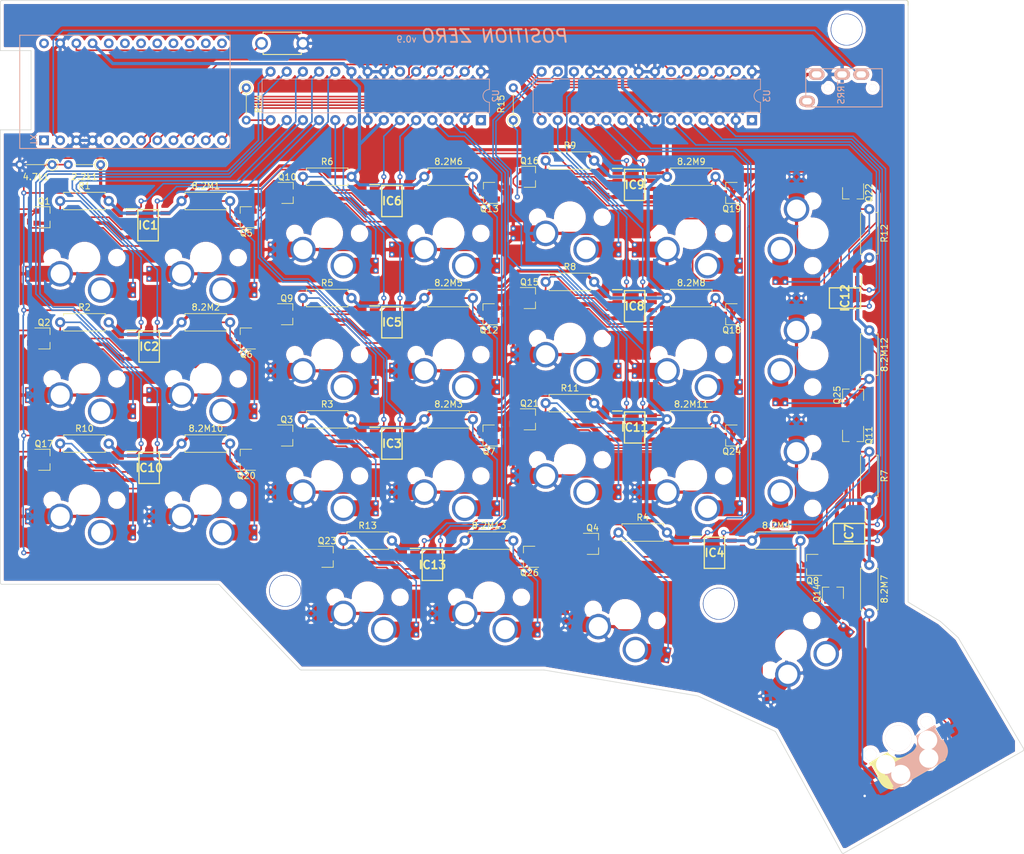
<source format=kicad_pcb>
(kicad_pcb (version 20171130) (host pcbnew "(5.1.2)-1")
  (layers (0 F.Cu signal hide) (31 B.Cu signal hide) (34 B.Paste user) (35 F.Paste user) (36 B.SilkS user) (37 F.SilkS user) (38 B.Mask user) (39 F.Mask user) (44 Edge.Cuts user))
  (net 0 "")
  (net 1 compare)
  (net 2 VCC)
  (net 3 GND)
  (net 4 "Net-(8.2M1-Pad2)")
  (net 5 "Net-(8.2M2-Pad2)")
  (net 6 "Net-(8.2M3-Pad2)")
  (net 7 "Net-(8.2M4-Pad2)")
  (net 8 "Net-(8.2M5-Pad2)")
  (net 9 "Net-(8.2M6-Pad2)")
  (net 10 "Net-(8.2M8-Pad2)")
  (net 11 "Net-(8.2M9-Pad2)")
  (net 12 "Net-(8.2M10-Pad2)")
  (net 13 "Net-(8.2M11-Pad2)")
  (net 14 "Net-(8.2M13-Pad2)")
  (net 15 key1)
  (net 16 "Net-(IC1-Pad3)")
  (net 17 key0)
  (net 18 key9)
  (net 19 "Net-(IC2-Pad3)")
  (net 20 key8)
  (net 21 key17)
  (net 22 "Net-(IC3-Pad3)")
  (net 23 key16)
  (net 24 key25)
  (net 25 "Net-(IC4-Pad3)")
  (net 26 key24)
  (net 27 key11)
  (net 28 "Net-(IC5-Pad3)")
  (net 29 key10)
  (net 30 key3)
  (net 31 "Net-(IC6-Pad3)")
  (net 32 key2)
  (net 33 key19)
  (net 34 "Net-(IC8-Pad3)")
  (net 35 key18)
  (net 36 key13)
  (net 37 "Net-(IC9-Pad3)")
  (net 38 key12)
  (net 39 key5)
  (net 40 "Net-(IC10-Pad3)")
  (net 41 key4)
  (net 42 key21)
  (net 43 "Net-(IC11-Pad3)")
  (net 44 key20)
  (net 45 key15)
  (net 46 "Net-(IC13-Pad3)")
  (net 47 key14)
  (net 48 key7)
  (net 49 key6)
  (net 50 key23)
  (net 51 key22)
  (net 52 "Net-(J1-PadA)")
  (net 53 data)
  (net 54 charge0)
  (net 55 charge1)
  (net 56 "Net-(U1-Pad13)")
  (net 57 "Net-(U1-Pad14)")
  (net 58 "Net-(U1-Pad15)")
  (net 59 "Net-(U1-Pad16)")
  (net 60 "Net-(U1-Pad17)")
  (net 61 "Net-(U1-Pad18)")
  (net 62 "Net-(U1-Pad19)")
  (net 63 "Net-(U1-Pad20)")
  (net 64 "Net-(U1-Pad24)")
  (net 65 selector3)
  (net 66 selector2)
  (net 67 selector1)
  (net 68 selector0)
  (net 69 output1)
  (net 70 output0)
  (net 71 "Net-(U1-Pad6)")
  (net 72 "Net-(U1-Pad5)")
  (net 73 "Net-(U2-Pad1)")
  (net 74 "Net-(U3-Pad1)")
  (net 75 "Net-(U1-Pad1)")
  (net 76 "Net-(8.2M7-Pad2)")
  (net 77 "Net-(8.2M12-Pad2)")
  (net 78 "Net-(IC7-Pad3)")
  (net 79 "Net-(IC12-Pad3)")
  (net 80 "Net-(R14-Pad2)")
  (net 81 "Net-(R15-Pad2)")
  (net 82 "Net-(SW12-Pad1)")
  (module zk:M2_SPACER_HOLE (layer F.Cu) (at 322.834 -84.074)
    (fp_text reference Ref**)
    (fp_text value Val**)
    (pad "" np_thru_hole circle (at 0 0) (size 5 5) (drill 4.8) (layers *.Cu *.Mask))
  )
  (module zk:M2_SPACER_HOLE (layer F.Cu) (at 302.768 6.096)
    (fp_text reference Ref**)
    (fp_text value Val**)
    (pad "" np_thru_hole circle (at 0 0) (size 5 5) (drill 4.8) (layers *.Cu *.Mask))
  )
  (module zk:M2_SPACER_HOLE (layer F.Cu) (at 234.696 4.064)
    (fp_text reference Ref**)
    (fp_text value Val**)
    (pad "" np_thru_hole circle (at 0 0) (size 5 5) (drill 4.8) (layers *.Cu *.Mask))
  )
  (module Package_TO_SOT_SMD:SC-59 (layer F.Cu) (at 273.05 -1.27 180)
    (fp_text reference Q26 (at 0 -2.5) (layer F.SilkS))
    (fp_text value "2SC2712-GR(F)")
    (pad 3 smd rect (at 1.2 0 180) (size 0.9 0.8) (layers F.Cu F.Paste F.Mask) (net 14 "Net-(8.2M13-Pad2)"))
    (pad 2 smd rect (at -1.2 0.95 180) (size 0.9 0.8) (layers F.Cu F.Paste F.Mask) (net 3 GND))
    (pad 1 smd rect (at -1.2 -0.95 180) (size 0.9 0.8) (layers F.Cu F.Paste F.Mask) (net 54 charge0))
  )
  (module Package_TO_SOT_SMD:SC-59 (layer F.Cu) (at 323.85 -26.67 90)
    (fp_text reference Q25 (at 0 -2.5 90) (layer F.SilkS))
    (fp_text value "2SC2712-GR(F)")
    (pad 3 smd rect (at 1.2 0 90) (size 0.9 0.8) (layers F.Cu F.Paste F.Mask) (net 77 "Net-(8.2M12-Pad2)"))
    (pad 2 smd rect (at -1.2 0.95 90) (size 0.9 0.8) (layers F.Cu F.Paste F.Mask) (net 3 GND))
    (pad 1 smd rect (at -1.2 -0.95 90) (size 0.9 0.8) (layers F.Cu F.Paste F.Mask) (net 55 charge1))
  )
  (module Package_TO_SOT_SMD:SC-59 (layer F.Cu) (at 304.8 -20.32 180)
    (fp_text reference Q24 (at 0 -2.5) (layer F.SilkS))
    (fp_text value "2SC2712-GR(F)")
    (pad 3 smd rect (at 1.2 0 180) (size 0.9 0.8) (layers F.Cu F.Paste F.Mask) (net 13 "Net-(8.2M11-Pad2)"))
    (pad 2 smd rect (at -1.2 0.95 180) (size 0.9 0.8) (layers F.Cu F.Paste F.Mask) (net 3 GND))
    (pad 1 smd rect (at -1.2 -0.95 180) (size 0.9 0.8) (layers F.Cu F.Paste F.Mask) (net 55 charge1))
  )
  (module Package_TO_SOT_SMD:SC-59 (layer F.Cu) (at 241.3 -1.27)
    (fp_text reference Q23 (at 0 -2.5) (layer F.SilkS))
    (fp_text value "2SC2712-GR(F)")
    (pad 3 smd rect (at 1.2 0) (size 0.9 0.8) (layers F.Cu F.Paste F.Mask) (net 46 "Net-(IC13-Pad3)"))
    (pad 2 smd rect (at -1.2 0.95) (size 0.9 0.8) (layers F.Cu F.Paste F.Mask) (net 3 GND))
    (pad 1 smd rect (at -1.2 -0.95) (size 0.9 0.8) (layers F.Cu F.Paste F.Mask) (net 54 charge0))
  )
  (module Package_TO_SOT_SMD:SC-59 (layer F.Cu) (at 323.85 -58.42 270)
    (fp_text reference Q22 (at 0 -2.5 90) (layer F.SilkS))
    (fp_text value "2SC2712-GR(F)")
    (pad 3 smd rect (at 1.2 0 270) (size 0.9 0.8) (layers F.Cu F.Paste F.Mask) (net 79 "Net-(IC12-Pad3)"))
    (pad 2 smd rect (at -1.2 0.95 270) (size 0.9 0.8) (layers F.Cu F.Paste F.Mask) (net 3 GND))
    (pad 1 smd rect (at -1.2 -0.95 270) (size 0.9 0.8) (layers F.Cu F.Paste F.Mask) (net 55 charge1))
  )
  (module Package_TO_SOT_SMD:SC-59 (layer F.Cu) (at 273.05 -22.86)
    (fp_text reference Q21 (at 0 -2.5) (layer F.SilkS))
    (fp_text value "2SC2712-GR(F)")
    (pad 3 smd rect (at 1.2 0) (size 0.9 0.8) (layers F.Cu F.Paste F.Mask) (net 43 "Net-(IC11-Pad3)"))
    (pad 2 smd rect (at -1.2 0.95) (size 0.9 0.8) (layers F.Cu F.Paste F.Mask) (net 3 GND))
    (pad 1 smd rect (at -1.2 -0.95) (size 0.9 0.8) (layers F.Cu F.Paste F.Mask) (net 55 charge1))
  )
  (module Package_TO_SOT_SMD:SC-59 (layer F.Cu) (at 228.6 -16.51 180)
    (fp_text reference Q20 (at 0 -2.5) (layer F.SilkS))
    (fp_text value "2SC2712-GR(F)")
    (pad 3 smd rect (at 1.2 0 180) (size 0.9 0.8) (layers F.Cu F.Paste F.Mask) (net 12 "Net-(8.2M10-Pad2)"))
    (pad 2 smd rect (at -1.2 0.95 180) (size 0.9 0.8) (layers F.Cu F.Paste F.Mask) (net 3 GND))
    (pad 1 smd rect (at -1.2 -0.95 180) (size 0.9 0.8) (layers F.Cu F.Paste F.Mask) (net 54 charge0))
  )
  (module Package_TO_SOT_SMD:SC-59 (layer F.Cu) (at 304.8 -58.42 180)
    (fp_text reference Q19 (at 0 -2.5) (layer F.SilkS))
    (fp_text value "2SC2712-GR(F)")
    (pad 3 smd rect (at 1.2 0 180) (size 0.9 0.8) (layers F.Cu F.Paste F.Mask) (net 11 "Net-(8.2M9-Pad2)"))
    (pad 2 smd rect (at -1.2 0.95 180) (size 0.9 0.8) (layers F.Cu F.Paste F.Mask) (net 3 GND))
    (pad 1 smd rect (at -1.2 -0.95 180) (size 0.9 0.8) (layers F.Cu F.Paste F.Mask) (net 55 charge1))
  )
  (module Package_TO_SOT_SMD:SC-59 (layer F.Cu) (at 304.8 -39.37 180)
    (fp_text reference Q18 (at 0 -2.5) (layer F.SilkS))
    (fp_text value "2SC2712-GR(F)")
    (pad 3 smd rect (at 1.2 0 180) (size 0.9 0.8) (layers F.Cu F.Paste F.Mask) (net 10 "Net-(8.2M8-Pad2)"))
    (pad 2 smd rect (at -1.2 0.95 180) (size 0.9 0.8) (layers F.Cu F.Paste F.Mask) (net 3 GND))
    (pad 1 smd rect (at -1.2 -0.95 180) (size 0.9 0.8) (layers F.Cu F.Paste F.Mask) (net 55 charge1))
  )
  (module Package_TO_SOT_SMD:SC-59 (layer F.Cu) (at 196.85 -16.51)
    (fp_text reference Q17 (at 0 -2.5) (layer F.SilkS))
    (fp_text value "2SC2712-GR(F)")
    (pad 3 smd rect (at 1.2 0) (size 0.9 0.8) (layers F.Cu F.Paste F.Mask) (net 40 "Net-(IC10-Pad3)"))
    (pad 2 smd rect (at -1.2 0.95) (size 0.9 0.8) (layers F.Cu F.Paste F.Mask) (net 3 GND))
    (pad 1 smd rect (at -1.2 -0.95) (size 0.9 0.8) (layers F.Cu F.Paste F.Mask) (net 54 charge0))
  )
  (module Package_TO_SOT_SMD:SC-59 (layer F.Cu) (at 273.05 -60.96)
    (fp_text reference Q16 (at 0 -2.5) (layer F.SilkS))
    (fp_text value "2SC2712-GR(F)")
    (pad 3 smd rect (at 1.2 0) (size 0.9 0.8) (layers F.Cu F.Paste F.Mask) (net 37 "Net-(IC9-Pad3)"))
    (pad 2 smd rect (at -1.2 0.95) (size 0.9 0.8) (layers F.Cu F.Paste F.Mask) (net 3 GND))
    (pad 1 smd rect (at -1.2 -0.95) (size 0.9 0.8) (layers F.Cu F.Paste F.Mask) (net 55 charge1))
  )
  (module Package_TO_SOT_SMD:SC-59 (layer F.Cu) (at 273.05 -41.91)
    (fp_text reference Q15 (at 0 -2.5) (layer F.SilkS))
    (fp_text value "2SC2712-GR(F)")
    (pad 3 smd rect (at 1.2 0) (size 0.9 0.8) (layers F.Cu F.Paste F.Mask) (net 34 "Net-(IC8-Pad3)"))
    (pad 2 smd rect (at -1.2 0.95) (size 0.9 0.8) (layers F.Cu F.Paste F.Mask) (net 3 GND))
    (pad 1 smd rect (at -1.2 -0.95) (size 0.9 0.8) (layers F.Cu F.Paste F.Mask) (net 55 charge1))
  )
  (module Package_TO_SOT_SMD:SC-59 (layer F.Cu) (at 320.675 4.445 90)
    (fp_text reference Q14 (at 0 -2.5 90) (layer F.SilkS))
    (fp_text value "2SC2712-GR(F)")
    (pad 3 smd rect (at 1.2 0 90) (size 0.9 0.8) (layers F.Cu F.Paste F.Mask) (net 76 "Net-(8.2M7-Pad2)"))
    (pad 2 smd rect (at -1.2 0.95 90) (size 0.9 0.8) (layers F.Cu F.Paste F.Mask) (net 3 GND))
    (pad 1 smd rect (at -1.2 -0.95 90) (size 0.9 0.8) (layers F.Cu F.Paste F.Mask) (net 55 charge1))
  )
  (module Package_TO_SOT_SMD:SC-59 (layer F.Cu) (at 266.77 -58.42 180)
    (fp_text reference Q13 (at 0 -2.5) (layer F.SilkS))
    (fp_text value "2SC2712-GR(F)")
    (pad 3 smd rect (at 1.2 0 180) (size 0.9 0.8) (layers F.Cu F.Paste F.Mask) (net 9 "Net-(8.2M6-Pad2)"))
    (pad 2 smd rect (at -1.2 0.95 180) (size 0.9 0.8) (layers F.Cu F.Paste F.Mask) (net 3 GND))
    (pad 1 smd rect (at -1.2 -0.95 180) (size 0.9 0.8) (layers F.Cu F.Paste F.Mask) (net 54 charge0))
  )
  (module Package_TO_SOT_SMD:SC-59 (layer F.Cu) (at 266.7 -39.37 180)
    (fp_text reference Q12 (at 0 -2.5) (layer F.SilkS))
    (fp_text value "2SC2712-GR(F)")
    (pad 3 smd rect (at 1.2 0 180) (size 0.9 0.8) (layers F.Cu F.Paste F.Mask) (net 8 "Net-(8.2M5-Pad2)"))
    (pad 2 smd rect (at -1.2 0.95 180) (size 0.9 0.8) (layers F.Cu F.Paste F.Mask) (net 3 GND))
    (pad 1 smd rect (at -1.2 -0.95 180) (size 0.9 0.8) (layers F.Cu F.Paste F.Mask) (net 54 charge0))
  )
  (module Package_TO_SOT_SMD:SC-59 (layer F.Cu) (at 323.85 -20.32 270)
    (fp_text reference Q11 (at 0 -2.5 90) (layer F.SilkS))
    (fp_text value "2SC2712-GR(F)")
    (pad 3 smd rect (at 1.2 0 270) (size 0.9 0.8) (layers F.Cu F.Paste F.Mask) (net 78 "Net-(IC7-Pad3)"))
    (pad 2 smd rect (at -1.2 0.95 270) (size 0.9 0.8) (layers F.Cu F.Paste F.Mask) (net 3 GND))
    (pad 1 smd rect (at -1.2 -0.95 270) (size 0.9 0.8) (layers F.Cu F.Paste F.Mask) (net 55 charge1))
  )
  (module Package_TO_SOT_SMD:SC-59 (layer F.Cu) (at 235.02 -58.42)
    (fp_text reference Q10 (at 0 -2.5) (layer F.SilkS))
    (fp_text value "2SC2712-GR(F)")
    (pad 3 smd rect (at 1.2 0) (size 0.9 0.8) (layers F.Cu F.Paste F.Mask) (net 31 "Net-(IC6-Pad3)"))
    (pad 2 smd rect (at -1.2 0.95) (size 0.9 0.8) (layers F.Cu F.Paste F.Mask) (net 3 GND))
    (pad 1 smd rect (at -1.2 -0.95) (size 0.9 0.8) (layers F.Cu F.Paste F.Mask) (net 54 charge0))
  )
  (module Package_TO_SOT_SMD:SC-59 (layer F.Cu) (at 234.95 -39.37)
    (fp_text reference Q9 (at 0 -2.5) (layer F.SilkS))
    (fp_text value "2SC2712-GR(F)")
    (pad 3 smd rect (at 1.2 0) (size 0.9 0.8) (layers F.Cu F.Paste F.Mask) (net 28 "Net-(IC5-Pad3)"))
    (pad 2 smd rect (at -1.2 0.95) (size 0.9 0.8) (layers F.Cu F.Paste F.Mask) (net 3 GND))
    (pad 1 smd rect (at -1.2 -0.95) (size 0.9 0.8) (layers F.Cu F.Paste F.Mask) (net 54 charge0))
  )
  (module Package_TO_SOT_SMD:SC-59 (layer F.Cu) (at 317.5 0 180)
    (fp_text reference Q8 (at 0 -2.5) (layer F.SilkS))
    (fp_text value "2SC2712-GR(F)")
    (pad 3 smd rect (at 1.2 0 180) (size 0.9 0.8) (layers F.Cu F.Paste F.Mask) (net 7 "Net-(8.2M4-Pad2)"))
    (pad 2 smd rect (at -1.2 0.95 180) (size 0.9 0.8) (layers F.Cu F.Paste F.Mask) (net 3 GND))
    (pad 1 smd rect (at -1.2 -0.95 180) (size 0.9 0.8) (layers F.Cu F.Paste F.Mask) (net 55 charge1))
  )
  (module Package_TO_SOT_SMD:SC-59 (layer F.Cu) (at 266.7 -20.32 180)
    (fp_text reference Q7 (at 0 -2.5) (layer F.SilkS))
    (fp_text value "2SC2712-GR(F)")
    (pad 3 smd rect (at 1.2 0 180) (size 0.9 0.8) (layers F.Cu F.Paste F.Mask) (net 6 "Net-(8.2M3-Pad2)"))
    (pad 2 smd rect (at -1.2 0.95 180) (size 0.9 0.8) (layers F.Cu F.Paste F.Mask) (net 3 GND))
    (pad 1 smd rect (at -1.2 -0.95 180) (size 0.9 0.8) (layers F.Cu F.Paste F.Mask) (net 54 charge0))
  )
  (module Package_TO_SOT_SMD:SC-59 (layer F.Cu) (at 228.6 -35.56 180)
    (fp_text reference Q6 (at 0 -2.5) (layer F.SilkS))
    (fp_text value "2SC2712-GR(F)")
    (pad 3 smd rect (at 1.2 0 180) (size 0.9 0.8) (layers F.Cu F.Paste F.Mask) (net 5 "Net-(8.2M2-Pad2)"))
    (pad 2 smd rect (at -1.2 0.95 180) (size 0.9 0.8) (layers F.Cu F.Paste F.Mask) (net 3 GND))
    (pad 1 smd rect (at -1.2 -0.95 180) (size 0.9 0.8) (layers F.Cu F.Paste F.Mask) (net 54 charge0))
  )
  (module Package_TO_SOT_SMD:SC-59 (layer F.Cu) (at 228.6 -54.61 180)
    (fp_text reference Q5 (at 0 -2.5) (layer F.SilkS))
    (fp_text value "2SC2712-GR(F)")
    (pad 3 smd rect (at 1.2 0 180) (size 0.9 0.8) (layers F.Cu F.Paste F.Mask) (net 4 "Net-(8.2M1-Pad2)"))
    (pad 2 smd rect (at -1.2 0.95 180) (size 0.9 0.8) (layers F.Cu F.Paste F.Mask) (net 3 GND))
    (pad 1 smd rect (at -1.2 -0.95 180) (size 0.9 0.8) (layers F.Cu F.Paste F.Mask) (net 54 charge0))
  )
  (module Package_TO_SOT_SMD:SC-59 (layer F.Cu) (at 282.956804 -3.301055)
    (fp_text reference Q4 (at 0 -2.5) (layer F.SilkS))
    (fp_text value "2SC2712-GR(F)")
    (pad 3 smd rect (at 1.2 0) (size 0.9 0.8) (layers F.Cu F.Paste F.Mask) (net 25 "Net-(IC4-Pad3)"))
    (pad 2 smd rect (at -1.2 0.95) (size 0.9 0.8) (layers F.Cu F.Paste F.Mask) (net 3 GND))
    (pad 1 smd rect (at -1.2 -0.95) (size 0.9 0.8) (layers F.Cu F.Paste F.Mask) (net 55 charge1))
  )
  (module Package_TO_SOT_SMD:SC-59 (layer F.Cu) (at 234.95 -20.32)
    (fp_text reference Q3 (at 0 -2.5) (layer F.SilkS))
    (fp_text value "2SC2712-GR(F)")
    (pad 3 smd rect (at 1.2 0) (size 0.9 0.8) (layers F.Cu F.Paste F.Mask) (net 22 "Net-(IC3-Pad3)"))
    (pad 2 smd rect (at -1.2 0.95) (size 0.9 0.8) (layers F.Cu F.Paste F.Mask) (net 3 GND))
    (pad 1 smd rect (at -1.2 -0.95) (size 0.9 0.8) (layers F.Cu F.Paste F.Mask) (net 54 charge0))
  )
  (module Package_TO_SOT_SMD:SC-59 (layer F.Cu) (at 196.85 -35.56)
    (fp_text reference Q2 (at 0 -2.5) (layer F.SilkS))
    (fp_text value "2SC2712-GR(F)")
    (pad 3 smd rect (at 1.2 0) (size 0.9 0.8) (layers F.Cu F.Paste F.Mask) (net 19 "Net-(IC2-Pad3)"))
    (pad 2 smd rect (at -1.2 0.95) (size 0.9 0.8) (layers F.Cu F.Paste F.Mask) (net 3 GND))
    (pad 1 smd rect (at -1.2 -0.95) (size 0.9 0.8) (layers F.Cu F.Paste F.Mask) (net 54 charge0))
  )
  (module Package_TO_SOT_SMD:SC-59 (layer F.Cu) (at 196.85 -54.61)
    (fp_text reference Q1 (at 0 -2.5) (layer F.SilkS))
    (fp_text value "2SC2712-GR(F)")
    (pad 3 smd rect (at 1.2 0) (size 0.9 0.8) (layers F.Cu F.Paste F.Mask) (net 16 "Net-(IC1-Pad3)"))
    (pad 2 smd rect (at -1.2 0.95) (size 0.9 0.8) (layers F.Cu F.Paste F.Mask) (net 3 GND))
    (pad 1 smd rect (at -1.2 -0.95) (size 0.9 0.8) (layers F.Cu F.Paste F.Mask) (net 54 charge0))
  )
  (module keyboard:CherryMX-Hotswap-v2 (layer B.Cu) (at 203.2 -10.16)
    (fp_text reference SW18)
    (fp_text value SW_PUSH)
    (pad 2 smd rect (at 5.842 5.08) (size 4.5 2.5) (layers F.Cu) (net 40 "Net-(IC10-Pad3)"))
    (pad 1 smd rect (at -7.085 2.54) (size 4.5 2.5) (layers F.Cu) (net 3 GND))
    (pad 2 thru_hole circle (at 7.62 4.318) (size 0.8 0.8) (drill 0.4) (layers *.Cu) (net 40 "Net-(IC10-Pad3)"))
    (pad 1 thru_hole circle (at -8.89 1.778) (size 0.8 0.8) (drill 0.4) (layers *.Cu) (net 3 GND))
    (pad 2 thru_hole circle (at 7.62 5.842) (size 0.8 0.8) (drill 0.4) (layers *.Cu) (net 40 "Net-(IC10-Pad3)"))
    (pad 1 thru_hole circle (at -8.89 3.302) (size 0.8 0.8) (drill 0.4) (layers *.Cu) (net 3 GND))
    (pad "" np_thru_hole circle (at 5.08 0 311.9004) (size 1.75 1.75) (drill 1.75) (layers *.Cu *.Mask))
    (pad "" np_thru_hole circle (at -5.08 0 311.9004) (size 1.75 1.75) (drill 1.75) (layers *.Cu *.Mask))
    (pad 1 thru_hole circle (at -3.81 2.54) (size 4 4) (drill 3) (layers *.Cu) (net 3 GND))
    (pad "" np_thru_hole circle (at 0 0) (size 3.9878 3.9878) (drill 3.9878) (layers *.Cu *.Mask))
    (pad 2 thru_hole circle (at 2.54 5.08) (size 4 4) (drill 3) (layers *.Cu) (net 40 "Net-(IC10-Pad3)"))
  )
  (module keyboard:CherryMX-Hotswap-v2 (layer B.Cu) (at 298.45 -13.97)
    (fp_text reference SW25)
    (fp_text value SW_PUSH)
    (pad 2 smd rect (at 5.842 5.08) (size 4.5 2.5) (layers F.Cu) (net 13 "Net-(8.2M11-Pad2)"))
    (pad 1 smd rect (at -7.085 2.54) (size 4.5 2.5) (layers F.Cu) (net 3 GND))
    (pad 2 thru_hole circle (at 7.62 4.318) (size 0.8 0.8) (drill 0.4) (layers *.Cu) (net 13 "Net-(8.2M11-Pad2)"))
    (pad 1 thru_hole circle (at -8.89 1.778) (size 0.8 0.8) (drill 0.4) (layers *.Cu) (net 3 GND))
    (pad 2 thru_hole circle (at 7.62 5.842) (size 0.8 0.8) (drill 0.4) (layers *.Cu) (net 13 "Net-(8.2M11-Pad2)"))
    (pad 1 thru_hole circle (at -8.89 3.302) (size 0.8 0.8) (drill 0.4) (layers *.Cu) (net 3 GND))
    (pad "" np_thru_hole circle (at 5.08 0 311.9004) (size 1.75 1.75) (drill 1.75) (layers *.Cu *.Mask))
    (pad "" np_thru_hole circle (at -5.08 0 311.9004) (size 1.75 1.75) (drill 1.75) (layers *.Cu *.Mask))
    (pad 1 thru_hole circle (at -3.81 2.54) (size 4 4) (drill 3) (layers *.Cu) (net 3 GND))
    (pad "" np_thru_hole circle (at 0 0) (size 3.9878 3.9878) (drill 3.9878) (layers *.Cu *.Mask))
    (pad 2 thru_hole circle (at 2.54 5.08) (size 4 4) (drill 3) (layers *.Cu) (net 13 "Net-(8.2M11-Pad2)"))
  )
  (module keyboard:CherryMX-Hotswap-v2 (layer B.Cu) (at 279.4 -35.56)
    (fp_text reference SW16)
    (fp_text value SW_PUSH)
    (pad 2 smd rect (at 5.842 5.08) (size 4.5 2.5) (layers F.Cu) (net 34 "Net-(IC8-Pad3)"))
    (pad 1 smd rect (at -7.085 2.54) (size 4.5 2.5) (layers F.Cu) (net 3 GND))
    (pad 2 thru_hole circle (at 7.62 4.318) (size 0.8 0.8) (drill 0.4) (layers *.Cu) (net 34 "Net-(IC8-Pad3)"))
    (pad 1 thru_hole circle (at -8.89 1.778) (size 0.8 0.8) (drill 0.4) (layers *.Cu) (net 3 GND))
    (pad 2 thru_hole circle (at 7.62 5.842) (size 0.8 0.8) (drill 0.4) (layers *.Cu) (net 34 "Net-(IC8-Pad3)"))
    (pad 1 thru_hole circle (at -8.89 3.302) (size 0.8 0.8) (drill 0.4) (layers *.Cu) (net 3 GND))
    (pad "" np_thru_hole circle (at 5.08 0 311.9004) (size 1.75 1.75) (drill 1.75) (layers *.Cu *.Mask))
    (pad "" np_thru_hole circle (at -5.08 0 311.9004) (size 1.75 1.75) (drill 1.75) (layers *.Cu *.Mask))
    (pad 1 thru_hole circle (at -3.81 2.54) (size 4 4) (drill 3) (layers *.Cu) (net 3 GND))
    (pad "" np_thru_hole circle (at 0 0) (size 3.9878 3.9878) (drill 3.9878) (layers *.Cu *.Mask))
    (pad 2 thru_hole circle (at 2.54 5.08) (size 4 4) (drill 3) (layers *.Cu) (net 34 "Net-(IC8-Pad3)"))
  )
  (module Resistor_THT:R_Axial_DIN0207_L6.3mm_D2.5mm_P7.62mm_Horizontal (layer F.Cu) (at 218.44 -38.1)
    (fp_text reference 8.2M2 (at 3.81 -2.37) (layer F.SilkS))
    (fp_text value R)
    (pad 2 thru_hole oval (at 7.62 0) (size 1.6 1.6) (drill 0.8) (layers *.Cu *.Mask) (net 5 "Net-(8.2M2-Pad2)"))
    (pad 1 thru_hole circle (at 0 0) (size 1.6 1.6) (drill 0.8) (layers *.Cu *.Mask) (net 2 VCC))
  )
  (module keyboard:CherryMX-Hotswap-v2 (layer B.Cu) (at 203.2 -29.21)
    (fp_text reference SW2)
    (fp_text value SW_PUSH)
    (pad 2 smd rect (at 5.842 5.08) (size 4.5 2.5) (layers F.Cu) (net 19 "Net-(IC2-Pad3)"))
    (pad 1 smd rect (at -7.085 2.54) (size 4.5 2.5) (layers F.Cu) (net 3 GND))
    (pad 2 thru_hole circle (at 7.62 4.318) (size 0.8 0.8) (drill 0.4) (layers *.Cu) (net 19 "Net-(IC2-Pad3)"))
    (pad 1 thru_hole circle (at -8.89 1.778) (size 0.8 0.8) (drill 0.4) (layers *.Cu) (net 3 GND))
    (pad 2 thru_hole circle (at 7.62 5.842) (size 0.8 0.8) (drill 0.4) (layers *.Cu) (net 19 "Net-(IC2-Pad3)"))
    (pad 1 thru_hole circle (at -8.89 3.302) (size 0.8 0.8) (drill 0.4) (layers *.Cu) (net 3 GND))
    (pad "" np_thru_hole circle (at 5.08 0 311.9004) (size 1.75 1.75) (drill 1.75) (layers *.Cu *.Mask))
    (pad "" np_thru_hole circle (at -5.08 0 311.9004) (size 1.75 1.75) (drill 1.75) (layers *.Cu *.Mask))
    (pad 1 thru_hole circle (at -3.81 2.54) (size 4 4) (drill 3) (layers *.Cu) (net 3 GND))
    (pad "" np_thru_hole circle (at 0 0) (size 3.9878 3.9878) (drill 3.9878) (layers *.Cu *.Mask))
    (pad 2 thru_hole circle (at 2.54 5.08) (size 4 4) (drill 3) (layers *.Cu) (net 19 "Net-(IC2-Pad3)"))
  )
  (module keyboard:CherryMX-Hotswap-v2 (layer B.Cu) (at 247.65 5.08)
    (fp_text reference SW24)
    (fp_text value SW_PUSH)
    (pad 2 smd rect (at 5.842 5.08) (size 4.5 2.5) (layers F.Cu) (net 46 "Net-(IC13-Pad3)"))
    (pad 1 smd rect (at -7.085 2.54) (size 4.5 2.5) (layers F.Cu) (net 3 GND))
    (pad 2 thru_hole circle (at 7.62 4.318) (size 0.8 0.8) (drill 0.4) (layers *.Cu) (net 46 "Net-(IC13-Pad3)"))
    (pad 1 thru_hole circle (at -8.89 1.778) (size 0.8 0.8) (drill 0.4) (layers *.Cu) (net 3 GND))
    (pad 2 thru_hole circle (at 7.62 5.842) (size 0.8 0.8) (drill 0.4) (layers *.Cu) (net 46 "Net-(IC13-Pad3)"))
    (pad 1 thru_hole circle (at -8.89 3.302) (size 0.8 0.8) (drill 0.4) (layers *.Cu) (net 3 GND))
    (pad "" np_thru_hole circle (at 5.08 0 311.9004) (size 1.75 1.75) (drill 1.75) (layers *.Cu *.Mask))
    (pad "" np_thru_hole circle (at -5.08 0 311.9004) (size 1.75 1.75) (drill 1.75) (layers *.Cu *.Mask))
    (pad 1 thru_hole circle (at -3.81 2.54) (size 4 4) (drill 3) (layers *.Cu) (net 3 GND))
    (pad "" np_thru_hole circle (at 0 0) (size 3.9878 3.9878) (drill 3.9878) (layers *.Cu *.Mask))
    (pad 2 thru_hole circle (at 2.54 5.08) (size 4 4) (drill 3) (layers *.Cu) (net 46 "Net-(IC13-Pad3)"))
  )
  (module keyboard:CherryMX-Hotswap-v2 (layer B.Cu) (at 241.3 -13.97)
    (fp_text reference SW3)
    (fp_text value SW_PUSH)
    (pad 2 smd rect (at 5.842 5.08) (size 4.5 2.5) (layers F.Cu) (net 22 "Net-(IC3-Pad3)"))
    (pad 1 smd rect (at -7.085 2.54) (size 4.5 2.5) (layers F.Cu) (net 3 GND))
    (pad 2 thru_hole circle (at 7.62 4.318) (size 0.8 0.8) (drill 0.4) (layers *.Cu) (net 22 "Net-(IC3-Pad3)"))
    (pad 1 thru_hole circle (at -8.89 1.778) (size 0.8 0.8) (drill 0.4) (layers *.Cu) (net 3 GND))
    (pad 2 thru_hole circle (at 7.62 5.842) (size 0.8 0.8) (drill 0.4) (layers *.Cu) (net 22 "Net-(IC3-Pad3)"))
    (pad 1 thru_hole circle (at -8.89 3.302) (size 0.8 0.8) (drill 0.4) (layers *.Cu) (net 3 GND))
    (pad "" np_thru_hole circle (at 5.08 0 311.9004) (size 1.75 1.75) (drill 1.75) (layers *.Cu *.Mask))
    (pad "" np_thru_hole circle (at -5.08 0 311.9004) (size 1.75 1.75) (drill 1.75) (layers *.Cu *.Mask))
    (pad 1 thru_hole circle (at -3.81 2.54) (size 4 4) (drill 3) (layers *.Cu) (net 3 GND))
    (pad "" np_thru_hole circle (at 0 0) (size 3.9878 3.9878) (drill 3.9878) (layers *.Cu *.Mask))
    (pad 2 thru_hole circle (at 2.54 5.08) (size 4 4) (drill 3) (layers *.Cu) (net 22 "Net-(IC3-Pad3)"))
  )
  (module keyboard:CherryMX_Hotswap_1.5u (layer B.Cu) (at 330.985524 27.235615 30)
    (fp_text reference SW15 hide)
    (fp_text value SW_PUSH hide)
    (pad 2 smd rect (at 5.7 5.12 210) (size 2.3 2) (layers F.Cu F.Paste F.Mask) (net 76 "Net-(8.2M7-Pad2)"))
    (pad "" np_thru_hole circle (at -5.08 0 30) (size 1.9 1.9) (drill 1.9) (layers *.Cu *.Mask B.SilkS))
    (pad "" np_thru_hole circle (at 5.08 0 30) (size 1.9 1.9) (drill 1.9) (layers *.Cu *.Mask B.SilkS))
    (pad "" np_thru_hole circle (at 0 0 300) (size 4.1 4.1) (drill 4.1) (layers *.Cu *.Mask B.SilkS))
    (pad "" np_thru_hole circle (at 2.54 5.08 210) (size 3 3) (drill 3) (layers *.Cu *.Mask))
    (pad "" np_thru_hole circle (at 3.81 2.540001 210) (size 3 3) (drill 3) (layers *.Cu *.Mask))
    (pad "" np_thru_hole circle (at -2.54 5.08 210) (size 3 3) (drill 3) (layers *.Cu *.Mask))
    (pad "" np_thru_hole circle (at -3.81 2.54 210) (size 3 3) (drill 3) (layers *.Cu *.Mask))
    (pad 2 smd rect (at -5.7 5.12 210) (size 2.3 2) (layers B.Cu B.Paste B.Mask) (net 76 "Net-(8.2M7-Pad2)"))
    (pad 1 smd rect (at 7 2.58 210) (size 2.3 2) (layers B.Cu B.Paste B.Mask) (net 3 GND))
    (pad 1 smd rect (at -7 2.58 210) (size 2.3 2) (layers F.Cu F.Paste F.Mask) (net 3 GND))
  )
  (module keyboard:CherryMX-Hotswap-v2 (layer B.Cu) (at 314.103417 12.627103 50)
    (fp_text reference SW8)
    (fp_text value SW_PUSH)
    (pad 2 smd rect (at 5.842 5.08 50) (size 4.5 2.5) (layers F.Cu) (net 7 "Net-(8.2M4-Pad2)"))
    (pad 1 smd rect (at -7.085 2.54 50) (size 4.5 2.5) (layers F.Cu) (net 3 GND))
    (pad 2 thru_hole circle (at 7.62 4.318 50) (size 0.8 0.8) (drill 0.4) (layers *.Cu) (net 7 "Net-(8.2M4-Pad2)"))
    (pad 1 thru_hole circle (at -8.89 1.778 50) (size 0.8 0.8) (drill 0.4) (layers *.Cu) (net 3 GND))
    (pad 2 thru_hole circle (at 7.62 5.842 50) (size 0.8 0.8) (drill 0.4) (layers *.Cu) (net 7 "Net-(8.2M4-Pad2)"))
    (pad 1 thru_hole circle (at -8.89 3.302 50) (size 0.8 0.8) (drill 0.4) (layers *.Cu) (net 3 GND))
    (pad "" np_thru_hole circle (at 5.08 0 1.9004) (size 1.75 1.75) (drill 1.75) (layers *.Cu *.Mask))
    (pad "" np_thru_hole circle (at -5.08 0 1.9004) (size 1.75 1.75) (drill 1.75) (layers *.Cu *.Mask))
    (pad 1 thru_hole circle (at -3.81 2.54 50) (size 4 4) (drill 3) (layers *.Cu) (net 3 GND))
    (pad "" np_thru_hole circle (at 0 0 50) (size 3.9878 3.9878) (drill 3.9878) (layers *.Cu *.Mask))
    (pad 2 thru_hole circle (at 2.54 5.08 50) (size 4 4) (drill 3) (layers *.Cu) (net 7 "Net-(8.2M4-Pad2)"))
  )
  (module keyboard:CherryMX-Hotswap-v2 (layer B.Cu) (at 298.45 -33.02)
    (fp_text reference SW19)
    (fp_text value SW_PUSH)
    (pad 2 smd rect (at 5.842 5.08) (size 4.5 2.5) (layers F.Cu) (net 10 "Net-(8.2M8-Pad2)"))
    (pad 1 smd rect (at -7.085 2.54) (size 4.5 2.5) (layers F.Cu) (net 3 GND))
    (pad 2 thru_hole circle (at 7.62 4.318) (size 0.8 0.8) (drill 0.4) (layers *.Cu) (net 10 "Net-(8.2M8-Pad2)"))
    (pad 1 thru_hole circle (at -8.89 1.778) (size 0.8 0.8) (drill 0.4) (layers *.Cu) (net 3 GND))
    (pad 2 thru_hole circle (at 7.62 5.842) (size 0.8 0.8) (drill 0.4) (layers *.Cu) (net 10 "Net-(8.2M8-Pad2)"))
    (pad 1 thru_hole circle (at -8.89 3.302) (size 0.8 0.8) (drill 0.4) (layers *.Cu) (net 3 GND))
    (pad "" np_thru_hole circle (at 5.08 0 311.9004) (size 1.75 1.75) (drill 1.75) (layers *.Cu *.Mask))
    (pad "" np_thru_hole circle (at -5.08 0 311.9004) (size 1.75 1.75) (drill 1.75) (layers *.Cu *.Mask))
    (pad 1 thru_hole circle (at -3.81 2.54) (size 4 4) (drill 3) (layers *.Cu) (net 3 GND))
    (pad "" np_thru_hole circle (at 0 0) (size 3.9878 3.9878) (drill 3.9878) (layers *.Cu *.Mask))
    (pad 2 thru_hole circle (at 2.54 5.08) (size 4 4) (drill 3) (layers *.Cu) (net 10 "Net-(8.2M8-Pad2)"))
  )
  (module keyboard:CherryMX-Hotswap-v2 (layer B.Cu) (at 317.5 -33.02 270)
    (fp_text reference SW26)
    (fp_text value SW_PUSH)
    (pad 2 smd rect (at 5.842 5.08 270) (size 4.5 2.5) (layers F.Cu) (net 77 "Net-(8.2M12-Pad2)"))
    (pad 1 smd rect (at -7.085 2.54 270) (size 4.5 2.5) (layers F.Cu) (net 3 GND))
    (pad 2 thru_hole circle (at 7.62 4.318 270) (size 0.8 0.8) (drill 0.4) (layers *.Cu) (net 77 "Net-(8.2M12-Pad2)"))
    (pad 1 thru_hole circle (at -8.89 1.778 270) (size 0.8 0.8) (drill 0.4) (layers *.Cu) (net 3 GND))
    (pad 2 thru_hole circle (at 7.62 5.842 270) (size 0.8 0.8) (drill 0.4) (layers *.Cu) (net 77 "Net-(8.2M12-Pad2)"))
    (pad 1 thru_hole circle (at -8.89 3.302 270) (size 0.8 0.8) (drill 0.4) (layers *.Cu) (net 3 GND))
    (pad "" np_thru_hole circle (at 5.08 0 221.9004) (size 1.75 1.75) (drill 1.75) (layers *.Cu *.Mask))
    (pad "" np_thru_hole circle (at -5.08 0 221.9004) (size 1.75 1.75) (drill 1.75) (layers *.Cu *.Mask))
    (pad 1 thru_hole circle (at -3.81 2.54 270) (size 4 4) (drill 3) (layers *.Cu) (net 3 GND))
    (pad "" np_thru_hole circle (at 0 0 270) (size 3.9878 3.9878) (drill 3.9878) (layers *.Cu *.Mask))
    (pad 2 thru_hole circle (at 2.54 5.08 270) (size 4 4) (drill 3) (layers *.Cu) (net 77 "Net-(8.2M12-Pad2)"))
  )
  (module keyboard:CherryMX-Hotswap-v2 (layer B.Cu) (at 222.25 -48.26)
    (fp_text reference SW5)
    (fp_text value SW_PUSH)
    (pad 2 smd rect (at 5.842 5.08) (size 4.5 2.5) (layers F.Cu) (net 4 "Net-(8.2M1-Pad2)"))
    (pad 1 smd rect (at -7.085 2.54) (size 4.5 2.5) (layers F.Cu) (net 3 GND))
    (pad 2 thru_hole circle (at 7.62 4.318) (size 0.8 0.8) (drill 0.4) (layers *.Cu) (net 4 "Net-(8.2M1-Pad2)"))
    (pad 1 thru_hole circle (at -8.89 1.778) (size 0.8 0.8) (drill 0.4) (layers *.Cu) (net 3 GND))
    (pad 2 thru_hole circle (at 7.62 5.842) (size 0.8 0.8) (drill 0.4) (layers *.Cu) (net 4 "Net-(8.2M1-Pad2)"))
    (pad 1 thru_hole circle (at -8.89 3.302) (size 0.8 0.8) (drill 0.4) (layers *.Cu) (net 3 GND))
    (pad "" np_thru_hole circle (at 5.08 0 311.9004) (size 1.75 1.75) (drill 1.75) (layers *.Cu *.Mask))
    (pad "" np_thru_hole circle (at -5.08 0 311.9004) (size 1.75 1.75) (drill 1.75) (layers *.Cu *.Mask))
    (pad 1 thru_hole circle (at -3.81 2.54) (size 4 4) (drill 3) (layers *.Cu) (net 3 GND))
    (pad "" np_thru_hole circle (at 0 0) (size 3.9878 3.9878) (drill 3.9878) (layers *.Cu *.Mask))
    (pad 2 thru_hole circle (at 2.54 5.08) (size 4 4) (drill 3) (layers *.Cu) (net 4 "Net-(8.2M1-Pad2)"))
  )
  (module Package_DIP:DIP-28_W7.62mm (layer B.Cu) (at 307.975 -69.85 90)
    (fp_text reference U3 (at 3.81 2.33 270) (layer B.SilkS) (effects (justify mirror)))
    (fp_text value ATmega328P-PU)
    (pad 28 thru_hole oval (at 7.62 0 90) (size 1.6 1.6) (drill 0.8) (layers *.Cu *.Mask) (net 3 GND))
    (pad 14 thru_hole oval (at 0 -33.02 90) (size 1.6 1.6) (drill 0.8) (layers *.Cu *.Mask) (net 81 "Net-(R15-Pad2)"))
    (pad 27 thru_hole oval (at 7.62 -2.54 90) (size 1.6 1.6) (drill 0.8) (layers *.Cu *.Mask) (net 65 selector3))
    (pad 13 thru_hole oval (at 0 -30.48 90) (size 1.6 1.6) (drill 0.8) (layers *.Cu *.Mask) (net 44 key20))
    (pad 26 thru_hole oval (at 7.62 -5.08 90) (size 1.6 1.6) (drill 0.8) (layers *.Cu *.Mask) (net 66 selector2))
    (pad 12 thru_hole oval (at 0 -27.94 90) (size 1.6 1.6) (drill 0.8) (layers *.Cu *.Mask) (net 33 key19))
    (pad 25 thru_hole oval (at 7.62 -7.62 90) (size 1.6 1.6) (drill 0.8) (layers *.Cu *.Mask) (net 67 selector1))
    (pad 11 thru_hole oval (at 0 -25.4 90) (size 1.6 1.6) (drill 0.8) (layers *.Cu *.Mask) (net 26 key24))
    (pad 24 thru_hole oval (at 7.62 -10.16 90) (size 1.6 1.6) (drill 0.8) (layers *.Cu *.Mask) (net 68 selector0))
    (pad 10 thru_hole oval (at 0 -22.86 90) (size 1.6 1.6) (drill 0.8) (layers *.Cu *.Mask) (net 51 key22))
    (pad 23 thru_hole oval (at 7.62 -12.7 90) (size 1.6 1.6) (drill 0.8) (layers *.Cu *.Mask) (net 69 output1))
    (pad 9 thru_hole oval (at 0 -20.32 90) (size 1.6 1.6) (drill 0.8) (layers *.Cu *.Mask) (net 42 key21))
    (pad 22 thru_hole oval (at 7.62 -15.24 90) (size 1.6 1.6) (drill 0.8) (layers *.Cu *.Mask) (net 3 GND))
    (pad 8 thru_hole oval (at 0 -17.78 90) (size 1.6 1.6) (drill 0.8) (layers *.Cu *.Mask) (net 3 GND))
    (pad 21 thru_hole oval (at 7.62 -17.78 90) (size 1.6 1.6) (drill 0.8) (layers *.Cu *.Mask) (net 3 GND))
    (pad 7 thru_hole oval (at 0 -15.24 90) (size 1.6 1.6) (drill 0.8) (layers *.Cu *.Mask) (net 2 VCC))
    (pad 20 thru_hole oval (at 7.62 -20.32 90) (size 1.6 1.6) (drill 0.8) (layers *.Cu *.Mask) (net 2 VCC))
    (pad 6 thru_hole oval (at 0 -12.7 90) (size 1.6 1.6) (drill 0.8) (layers *.Cu *.Mask) (net 50 key23))
    (pad 19 thru_hole oval (at 7.62 -22.86 90) (size 1.6 1.6) (drill 0.8) (layers *.Cu *.Mask) (net 3 GND))
    (pad 5 thru_hole oval (at 0 -10.16 90) (size 1.6 1.6) (drill 0.8) (layers *.Cu *.Mask) (net 20 key8))
    (pad 18 thru_hole oval (at 7.62 -25.4 90) (size 1.6 1.6) (drill 0.8) (layers *.Cu *.Mask) (net 3 GND))
    (pad 4 thru_hole oval (at 0 -7.62 90) (size 1.6 1.6) (drill 0.8) (layers *.Cu *.Mask) (net 48 key7))
    (pad 17 thru_hole oval (at 7.62 -27.94 90) (size 1.6 1.6) (drill 0.8) (layers *.Cu *.Mask) (net 35 key18))
    (pad 3 thru_hole oval (at 0 -5.08 90) (size 1.6 1.6) (drill 0.8) (layers *.Cu *.Mask) (net 24 key25))
    (pad 16 thru_hole oval (at 7.62 -30.48 90) (size 1.6 1.6) (drill 0.8) (layers *.Cu *.Mask) (net 21 key17))
    (pad 2 thru_hole oval (at 0 -2.54 90) (size 1.6 1.6) (drill 0.8) (layers *.Cu *.Mask) (net 3 GND))
    (pad 15 thru_hole oval (at 7.62 -33.02 90) (size 1.6 1.6) (drill 0.8) (layers *.Cu *.Mask) (net 23 key16))
    (pad 1 thru_hole rect (at 0 0 90) (size 1.6 1.6) (drill 0.8) (layers *.Cu *.Mask) (net 74 "Net-(U3-Pad1)"))
  )
  (module Package_DIP:DIP-28_W7.62mm (layer B.Cu) (at 265.43 -69.85 90)
    (fp_text reference U2 (at 3.81 2.33 270) (layer B.SilkS) (effects (justify mirror)))
    (fp_text value ATmega328P-PU)
    (pad 28 thru_hole oval (at 7.62 0 90) (size 1.6 1.6) (drill 0.8) (layers *.Cu *.Mask) (net 3 GND))
    (pad 14 thru_hole oval (at 0 -33.02 90) (size 1.6 1.6) (drill 0.8) (layers *.Cu *.Mask) (net 80 "Net-(R14-Pad2)"))
    (pad 27 thru_hole oval (at 7.62 -2.54 90) (size 1.6 1.6) (drill 0.8) (layers *.Cu *.Mask) (net 65 selector3))
    (pad 13 thru_hole oval (at 0 -30.48 90) (size 1.6 1.6) (drill 0.8) (layers *.Cu *.Mask) (net 45 key15))
    (pad 26 thru_hole oval (at 7.62 -5.08 90) (size 1.6 1.6) (drill 0.8) (layers *.Cu *.Mask) (net 66 selector2))
    (pad 12 thru_hole oval (at 0 -27.94 90) (size 1.6 1.6) (drill 0.8) (layers *.Cu *.Mask) (net 47 key14))
    (pad 25 thru_hole oval (at 7.62 -7.62 90) (size 1.6 1.6) (drill 0.8) (layers *.Cu *.Mask) (net 67 selector1))
    (pad 11 thru_hole oval (at 0 -25.4 90) (size 1.6 1.6) (drill 0.8) (layers *.Cu *.Mask) (net 36 key13))
    (pad 24 thru_hole oval (at 7.62 -10.16 90) (size 1.6 1.6) (drill 0.8) (layers *.Cu *.Mask) (net 68 selector0))
    (pad 10 thru_hole oval (at 0 -22.86 90) (size 1.6 1.6) (drill 0.8) (layers *.Cu *.Mask) (net 49 key6))
    (pad 23 thru_hole oval (at 7.62 -12.7 90) (size 1.6 1.6) (drill 0.8) (layers *.Cu *.Mask) (net 70 output0))
    (pad 9 thru_hole oval (at 0 -20.32 90) (size 1.6 1.6) (drill 0.8) (layers *.Cu *.Mask) (net 39 key5))
    (pad 22 thru_hole oval (at 7.62 -15.24 90) (size 1.6 1.6) (drill 0.8) (layers *.Cu *.Mask) (net 3 GND))
    (pad 8 thru_hole oval (at 0 -17.78 90) (size 1.6 1.6) (drill 0.8) (layers *.Cu *.Mask) (net 3 GND))
    (pad 21 thru_hole oval (at 7.62 -17.78 90) (size 1.6 1.6) (drill 0.8) (layers *.Cu *.Mask) (net 3 GND))
    (pad 7 thru_hole oval (at 0 -15.24 90) (size 1.6 1.6) (drill 0.8) (layers *.Cu *.Mask) (net 2 VCC))
    (pad 20 thru_hole oval (at 7.62 -20.32 90) (size 1.6 1.6) (drill 0.8) (layers *.Cu *.Mask) (net 2 VCC))
    (pad 6 thru_hole oval (at 0 -12.7 90) (size 1.6 1.6) (drill 0.8) (layers *.Cu *.Mask) (net 38 key12))
    (pad 19 thru_hole oval (at 7.62 -22.86 90) (size 1.6 1.6) (drill 0.8) (layers *.Cu *.Mask) (net 41 key4))
    (pad 5 thru_hole oval (at 0 -10.16 90) (size 1.6 1.6) (drill 0.8) (layers *.Cu *.Mask) (net 27 key11))
    (pad 18 thru_hole oval (at 7.62 -25.4 90) (size 1.6 1.6) (drill 0.8) (layers *.Cu *.Mask) (net 30 key3))
    (pad 4 thru_hole oval (at 0 -7.62 90) (size 1.6 1.6) (drill 0.8) (layers *.Cu *.Mask) (net 29 key10))
    (pad 17 thru_hole oval (at 7.62 -27.94 90) (size 1.6 1.6) (drill 0.8) (layers *.Cu *.Mask) (net 32 key2))
    (pad 3 thru_hole oval (at 0 -5.08 90) (size 1.6 1.6) (drill 0.8) (layers *.Cu *.Mask) (net 18 key9))
    (pad 16 thru_hole oval (at 7.62 -30.48 90) (size 1.6 1.6) (drill 0.8) (layers *.Cu *.Mask) (net 15 key1))
    (pad 2 thru_hole oval (at 0 -2.54 90) (size 1.6 1.6) (drill 0.8) (layers *.Cu *.Mask) (net 3 GND))
    (pad 15 thru_hole oval (at 7.62 -33.02 90) (size 1.6 1.6) (drill 0.8) (layers *.Cu *.Mask) (net 17 key0))
    (pad 1 thru_hole rect (at 0 0 90) (size 1.6 1.6) (drill 0.8) (layers *.Cu *.Mask) (net 73 "Net-(U2-Pad1)"))
  )
  (module zk_keyboard:ProMicro_Reversed_Conthrough-irreversible (layer B.Cu) (at 193.04 -74.295)
    (fp_text reference U1)
    (fp_text value ProMicro hide)
    (fp_text user TX (at 2.1336 7.5184 -90 unlocked) (layer B.SilkS) (effects (justify mirror)))
    (pad 13 thru_hole circle (at 31.75 -7.62) (size 1.524 1.524) (drill 0.8128) (layers *.Cu *.Mask) (net 56 "Net-(U1-Pad13)"))
    (pad 14 thru_hole circle (at 29.21 -7.62) (size 1.524 1.524) (drill 0.8128) (layers *.Cu *.Mask) (net 57 "Net-(U1-Pad14)"))
    (pad 15 thru_hole circle (at 26.67 -7.62) (size 1.524 1.524) (drill 0.8128) (layers *.Cu *.Mask) (net 58 "Net-(U1-Pad15)"))
    (pad 16 thru_hole circle (at 24.13 -7.62) (size 1.524 1.524) (drill 0.8128) (layers *.Cu *.Mask) (net 59 "Net-(U1-Pad16)"))
    (pad 17 thru_hole circle (at 21.59 -7.62) (size 1.524 1.524) (drill 0.8128) (layers *.Cu *.Mask) (net 60 "Net-(U1-Pad17)"))
    (pad 18 thru_hole circle (at 19.05 -7.62) (size 1.524 1.524) (drill 0.8128) (layers *.Cu *.Mask) (net 61 "Net-(U1-Pad18)"))
    (pad 19 thru_hole circle (at 16.51 -7.62) (size 1.524 1.524) (drill 0.8128) (layers *.Cu *.Mask) (net 62 "Net-(U1-Pad19)"))
    (pad 20 thru_hole circle (at 13.97 -7.62) (size 1.524 1.524) (drill 0.8128) (layers *.Cu *.Mask) (net 63 "Net-(U1-Pad20)"))
    (pad 21 thru_hole circle (at 11.43 -7.62) (size 1.524 1.524) (drill 0.8128) (layers *.Cu *.Mask) (net 2 VCC))
    (pad 22 thru_hole circle (at 8.89 -7.62) (size 1.524 1.524) (drill 0.8128) (layers *.Cu *.Mask) (net 82 "Net-(SW12-Pad1)"))
    (pad 23 thru_hole circle (at 6.35 -7.62) (size 1.524 1.524) (drill 0.8128) (layers *.Cu *.Mask) (net 3 GND))
    (pad 24 thru_hole circle (at 3.81 -7.62) (size 1.524 1.524) (drill 0.8128) (layers *.Cu *.Mask) (net 64 "Net-(U1-Pad24)"))
    (pad 12 thru_hole circle (at 31.75 7.62) (size 1.524 1.524) (drill 0.8128) (layers *.Cu *.Mask) (net 65 selector3))
    (pad 11 thru_hole circle (at 29.21 7.62) (size 1.524 1.524) (drill 0.8128) (layers *.Cu *.Mask) (net 66 selector2))
    (pad 10 thru_hole circle (at 26.67 7.62) (size 1.524 1.524) (drill 0.8128) (layers *.Cu *.Mask) (net 67 selector1))
    (pad 9 thru_hole circle (at 24.13 7.62) (size 1.524 1.524) (drill 0.8128) (layers *.Cu *.Mask) (net 68 selector0))
    (pad 8 thru_hole circle (at 21.59 7.62) (size 1.524 1.524) (drill 0.8128) (layers *.Cu *.Mask) (net 69 output1))
    (pad 7 thru_hole circle (at 19.05 7.62) (size 1.524 1.524) (drill 0.8128) (layers *.Cu *.Mask) (net 70 output0))
    (pad 6 thru_hole circle (at 16.51 7.62) (size 1.524 1.524) (drill 0.8128) (layers *.Cu *.Mask) (net 71 "Net-(U1-Pad6)"))
    (pad 5 thru_hole circle (at 13.97 7.62) (size 1.524 1.524) (drill 0.8128) (layers *.Cu *.Mask) (net 72 "Net-(U1-Pad5)"))
    (pad 4 thru_hole circle (at 11.43 7.62) (size 1.524 1.524) (drill 0.8128) (layers *.Cu *.Mask) (net 3 GND))
    (pad 3 thru_hole circle (at 8.89 7.62) (size 1.524 1.524) (drill 0.8128) (layers *.Cu *.Mask) (net 3 GND))
    (pad 2 thru_hole circle (at 6.35 7.62) (size 1.524 1.524) (drill 0.8128) (layers *.Cu *.Mask) (net 53 data))
    (pad 1 thru_hole rect (at 3.81 7.62) (size 1.524 1.524) (drill 0.8128) (layers *.Cu *.Mask) (net 75 "Net-(U1-Pad1)"))
  )
  (module keyboard:CherryMX-Hotswap-v2 (layer B.Cu) (at 266.7 5.08)
    (fp_text reference SW27)
    (fp_text value SW_PUSH)
    (pad 2 smd rect (at 5.842 5.08) (size 4.5 2.5) (layers F.Cu) (net 14 "Net-(8.2M13-Pad2)"))
    (pad 1 smd rect (at -7.085 2.54) (size 4.5 2.5) (layers F.Cu) (net 3 GND))
    (pad 2 thru_hole circle (at 7.62 4.318) (size 0.8 0.8) (drill 0.4) (layers *.Cu) (net 14 "Net-(8.2M13-Pad2)"))
    (pad 1 thru_hole circle (at -8.89 1.778) (size 0.8 0.8) (drill 0.4) (layers *.Cu) (net 3 GND))
    (pad 2 thru_hole circle (at 7.62 5.842) (size 0.8 0.8) (drill 0.4) (layers *.Cu) (net 14 "Net-(8.2M13-Pad2)"))
    (pad 1 thru_hole circle (at -8.89 3.302) (size 0.8 0.8) (drill 0.4) (layers *.Cu) (net 3 GND))
    (pad "" np_thru_hole circle (at 5.08 0 311.9004) (size 1.75 1.75) (drill 1.75) (layers *.Cu *.Mask))
    (pad "" np_thru_hole circle (at -5.08 0 311.9004) (size 1.75 1.75) (drill 1.75) (layers *.Cu *.Mask))
    (pad 1 thru_hole circle (at -3.81 2.54) (size 4 4) (drill 3) (layers *.Cu) (net 3 GND))
    (pad "" np_thru_hole circle (at 0 0) (size 3.9878 3.9878) (drill 3.9878) (layers *.Cu *.Mask))
    (pad 2 thru_hole circle (at 2.54 5.08) (size 4 4) (drill 3) (layers *.Cu) (net 14 "Net-(8.2M13-Pad2)"))
  )
  (module keyboard:CherryMX-Hotswap-v2 (layer B.Cu) (at 317.507704 -52.07 270)
    (fp_text reference SW23)
    (fp_text value SW_PUSH)
    (pad 2 smd rect (at 5.842 5.08 270) (size 4.5 2.5) (layers F.Cu) (net 79 "Net-(IC12-Pad3)"))
    (pad 1 smd rect (at -7.085 2.54 270) (size 4.5 2.5) (layers F.Cu) (net 3 GND))
    (pad 2 thru_hole circle (at 7.62 4.318 270) (size 0.8 0.8) (drill 0.4) (layers *.Cu) (net 79 "Net-(IC12-Pad3)"))
    (pad 1 thru_hole circle (at -8.89 1.778 270) (size 0.8 0.8) (drill 0.4) (layers *.Cu) (net 3 GND))
    (pad 2 thru_hole circle (at 7.62 5.842 270) (size 0.8 0.8) (drill 0.4) (layers *.Cu) (net 79 "Net-(IC12-Pad3)"))
    (pad 1 thru_hole circle (at -8.89 3.302 270) (size 0.8 0.8) (drill 0.4) (layers *.Cu) (net 3 GND))
    (pad "" np_thru_hole circle (at 5.08 0 221.9004) (size 1.75 1.75) (drill 1.75) (layers *.Cu *.Mask))
    (pad "" np_thru_hole circle (at -5.08 0 221.9004) (size 1.75 1.75) (drill 1.75) (layers *.Cu *.Mask))
    (pad 1 thru_hole circle (at -3.81 2.54 270) (size 4 4) (drill 3) (layers *.Cu) (net 3 GND))
    (pad "" np_thru_hole circle (at 0 0 270) (size 3.9878 3.9878) (drill 3.9878) (layers *.Cu *.Mask))
    (pad 2 thru_hole circle (at 2.54 5.08 270) (size 4 4) (drill 3) (layers *.Cu) (net 79 "Net-(IC12-Pad3)"))
  )
  (module keyboard:CherryMX-Hotswap-v2 (layer B.Cu) (at 279.4 -16.51)
    (fp_text reference SW22)
    (fp_text value SW_PUSH)
    (pad 2 smd rect (at 5.842 5.08) (size 4.5 2.5) (layers F.Cu) (net 43 "Net-(IC11-Pad3)"))
    (pad 1 smd rect (at -7.085 2.54) (size 4.5 2.5) (layers F.Cu) (net 3 GND))
    (pad 2 thru_hole circle (at 7.62 4.318) (size 0.8 0.8) (drill 0.4) (layers *.Cu) (net 43 "Net-(IC11-Pad3)"))
    (pad 1 thru_hole circle (at -8.89 1.778) (size 0.8 0.8) (drill 0.4) (layers *.Cu) (net 3 GND))
    (pad 2 thru_hole circle (at 7.62 5.842) (size 0.8 0.8) (drill 0.4) (layers *.Cu) (net 43 "Net-(IC11-Pad3)"))
    (pad 1 thru_hole circle (at -8.89 3.302) (size 0.8 0.8) (drill 0.4) (layers *.Cu) (net 3 GND))
    (pad "" np_thru_hole circle (at 5.08 0 311.9004) (size 1.75 1.75) (drill 1.75) (layers *.Cu *.Mask))
    (pad "" np_thru_hole circle (at -5.08 0 311.9004) (size 1.75 1.75) (drill 1.75) (layers *.Cu *.Mask))
    (pad 1 thru_hole circle (at -3.81 2.54) (size 4 4) (drill 3) (layers *.Cu) (net 3 GND))
    (pad "" np_thru_hole circle (at 0 0) (size 3.9878 3.9878) (drill 3.9878) (layers *.Cu *.Mask))
    (pad 2 thru_hole circle (at 2.54 5.08) (size 4 4) (drill 3) (layers *.Cu) (net 43 "Net-(IC11-Pad3)"))
  )
  (module keyboard:CherryMX-Hotswap-v2 (layer B.Cu) (at 222.25 -10.16)
    (fp_text reference SW21)
    (fp_text value SW_PUSH)
    (pad 2 smd rect (at 5.842 5.08) (size 4.5 2.5) (layers F.Cu) (net 12 "Net-(8.2M10-Pad2)"))
    (pad 1 smd rect (at -7.085 2.54) (size 4.5 2.5) (layers F.Cu) (net 3 GND))
    (pad 2 thru_hole circle (at 7.62 4.318) (size 0.8 0.8) (drill 0.4) (layers *.Cu) (net 12 "Net-(8.2M10-Pad2)"))
    (pad 1 thru_hole circle (at -8.89 1.778) (size 0.8 0.8) (drill 0.4) (layers *.Cu) (net 3 GND))
    (pad 2 thru_hole circle (at 7.62 5.842) (size 0.8 0.8) (drill 0.4) (layers *.Cu) (net 12 "Net-(8.2M10-Pad2)"))
    (pad 1 thru_hole circle (at -8.89 3.302) (size 0.8 0.8) (drill 0.4) (layers *.Cu) (net 3 GND))
    (pad "" np_thru_hole circle (at 5.08 0 311.9004) (size 1.75 1.75) (drill 1.75) (layers *.Cu *.Mask))
    (pad "" np_thru_hole circle (at -5.08 0 311.9004) (size 1.75 1.75) (drill 1.75) (layers *.Cu *.Mask))
    (pad 1 thru_hole circle (at -3.81 2.54) (size 4 4) (drill 3) (layers *.Cu) (net 3 GND))
    (pad "" np_thru_hole circle (at 0 0) (size 3.9878 3.9878) (drill 3.9878) (layers *.Cu *.Mask))
    (pad 2 thru_hole circle (at 2.54 5.08) (size 4 4) (drill 3) (layers *.Cu) (net 12 "Net-(8.2M10-Pad2)"))
  )
  (module keyboard:CherryMX-Hotswap-v2 (layer B.Cu) (at 298.45 -52.07)
    (fp_text reference SW20)
    (fp_text value SW_PUSH)
    (pad 2 smd rect (at 5.842 5.08) (size 4.5 2.5) (layers F.Cu) (net 11 "Net-(8.2M9-Pad2)"))
    (pad 1 smd rect (at -7.085 2.54) (size 4.5 2.5) (layers F.Cu) (net 3 GND))
    (pad 2 thru_hole circle (at 7.62 4.318) (size 0.8 0.8) (drill 0.4) (layers *.Cu) (net 11 "Net-(8.2M9-Pad2)"))
    (pad 1 thru_hole circle (at -8.89 1.778) (size 0.8 0.8) (drill 0.4) (layers *.Cu) (net 3 GND))
    (pad 2 thru_hole circle (at 7.62 5.842) (size 0.8 0.8) (drill 0.4) (layers *.Cu) (net 11 "Net-(8.2M9-Pad2)"))
    (pad 1 thru_hole circle (at -8.89 3.302) (size 0.8 0.8) (drill 0.4) (layers *.Cu) (net 3 GND))
    (pad "" np_thru_hole circle (at 5.08 0 311.9004) (size 1.75 1.75) (drill 1.75) (layers *.Cu *.Mask))
    (pad "" np_thru_hole circle (at -5.08 0 311.9004) (size 1.75 1.75) (drill 1.75) (layers *.Cu *.Mask))
    (pad 1 thru_hole circle (at -3.81 2.54) (size 4 4) (drill 3) (layers *.Cu) (net 3 GND))
    (pad "" np_thru_hole circle (at 0 0) (size 3.9878 3.9878) (drill 3.9878) (layers *.Cu *.Mask))
    (pad 2 thru_hole circle (at 2.54 5.08) (size 4 4) (drill 3) (layers *.Cu) (net 11 "Net-(8.2M9-Pad2)"))
  )
  (module keyboard:CherryMX-Hotswap-v2 (layer B.Cu) (at 279.4 -54.61)
    (fp_text reference SW17)
    (fp_text value SW_PUSH)
    (pad 2 smd rect (at 5.842 5.08) (size 4.5 2.5) (layers F.Cu) (net 37 "Net-(IC9-Pad3)"))
    (pad 1 smd rect (at -7.085 2.54) (size 4.5 2.5) (layers F.Cu) (net 3 GND))
    (pad 2 thru_hole circle (at 7.62 4.318) (size 0.8 0.8) (drill 0.4) (layers *.Cu) (net 37 "Net-(IC9-Pad3)"))
    (pad 1 thru_hole circle (at -8.89 1.778) (size 0.8 0.8) (drill 0.4) (layers *.Cu) (net 3 GND))
    (pad 2 thru_hole circle (at 7.62 5.842) (size 0.8 0.8) (drill 0.4) (layers *.Cu) (net 37 "Net-(IC9-Pad3)"))
    (pad 1 thru_hole circle (at -8.89 3.302) (size 0.8 0.8) (drill 0.4) (layers *.Cu) (net 3 GND))
    (pad "" np_thru_hole circle (at 5.08 0 311.9004) (size 1.75 1.75) (drill 1.75) (layers *.Cu *.Mask))
    (pad "" np_thru_hole circle (at -5.08 0 311.9004) (size 1.75 1.75) (drill 1.75) (layers *.Cu *.Mask))
    (pad 1 thru_hole circle (at -3.81 2.54) (size 4 4) (drill 3) (layers *.Cu) (net 3 GND))
    (pad "" np_thru_hole circle (at 0 0) (size 3.9878 3.9878) (drill 3.9878) (layers *.Cu *.Mask))
    (pad 2 thru_hole circle (at 2.54 5.08) (size 4 4) (drill 3) (layers *.Cu) (net 37 "Net-(IC9-Pad3)"))
  )
  (module keyboard:CherryMX-Hotswap-v2 (layer B.Cu) (at 260.35 -52.07)
    (fp_text reference SW14)
    (fp_text value SW_PUSH)
    (pad 2 smd rect (at 5.842 5.08) (size 4.5 2.5) (layers F.Cu) (net 9 "Net-(8.2M6-Pad2)"))
    (pad 1 smd rect (at -7.085 2.54) (size 4.5 2.5) (layers F.Cu) (net 3 GND))
    (pad 2 thru_hole circle (at 7.62 4.318) (size 0.8 0.8) (drill 0.4) (layers *.Cu) (net 9 "Net-(8.2M6-Pad2)"))
    (pad 1 thru_hole circle (at -8.89 1.778) (size 0.8 0.8) (drill 0.4) (layers *.Cu) (net 3 GND))
    (pad 2 thru_hole circle (at 7.62 5.842) (size 0.8 0.8) (drill 0.4) (layers *.Cu) (net 9 "Net-(8.2M6-Pad2)"))
    (pad 1 thru_hole circle (at -8.89 3.302) (size 0.8 0.8) (drill 0.4) (layers *.Cu) (net 3 GND))
    (pad "" np_thru_hole circle (at 5.08 0 311.9004) (size 1.75 1.75) (drill 1.75) (layers *.Cu *.Mask))
    (pad "" np_thru_hole circle (at -5.08 0 311.9004) (size 1.75 1.75) (drill 1.75) (layers *.Cu *.Mask))
    (pad 1 thru_hole circle (at -3.81 2.54) (size 4 4) (drill 3) (layers *.Cu) (net 3 GND))
    (pad "" np_thru_hole circle (at 0 0) (size 3.9878 3.9878) (drill 3.9878) (layers *.Cu *.Mask))
    (pad 2 thru_hole circle (at 2.54 5.08) (size 4 4) (drill 3) (layers *.Cu) (net 9 "Net-(8.2M6-Pad2)"))
  )
  (module keyboard:CherryMX-Hotswap-v2 (layer B.Cu) (at 260.35 -33.02)
    (fp_text reference SW13)
    (fp_text value SW_PUSH)
    (pad 2 smd rect (at 5.842 5.08) (size 4.5 2.5) (layers F.Cu) (net 8 "Net-(8.2M5-Pad2)"))
    (pad 1 smd rect (at -7.085 2.54) (size 4.5 2.5) (layers F.Cu) (net 3 GND))
    (pad 2 thru_hole circle (at 7.62 4.318) (size 0.8 0.8) (drill 0.4) (layers *.Cu) (net 8 "Net-(8.2M5-Pad2)"))
    (pad 1 thru_hole circle (at -8.89 1.778) (size 0.8 0.8) (drill 0.4) (layers *.Cu) (net 3 GND))
    (pad 2 thru_hole circle (at 7.62 5.842) (size 0.8 0.8) (drill 0.4) (layers *.Cu) (net 8 "Net-(8.2M5-Pad2)"))
    (pad 1 thru_hole circle (at -8.89 3.302) (size 0.8 0.8) (drill 0.4) (layers *.Cu) (net 3 GND))
    (pad "" np_thru_hole circle (at 5.08 0 311.9004) (size 1.75 1.75) (drill 1.75) (layers *.Cu *.Mask))
    (pad "" np_thru_hole circle (at -5.08 0 311.9004) (size 1.75 1.75) (drill 1.75) (layers *.Cu *.Mask))
    (pad 1 thru_hole circle (at -3.81 2.54) (size 4 4) (drill 3) (layers *.Cu) (net 3 GND))
    (pad "" np_thru_hole circle (at 0 0) (size 3.9878 3.9878) (drill 3.9878) (layers *.Cu *.Mask))
    (pad 2 thru_hole circle (at 2.54 5.08) (size 4 4) (drill 3) (layers *.Cu) (net 8 "Net-(8.2M5-Pad2)"))
  )
  (module keyboard:CherryMX-Hotswap-v2 (layer B.Cu) (at 317.5 -13.97 270)
    (fp_text reference SW11)
    (fp_text value SW_PUSH)
    (pad 2 smd rect (at 5.842 5.08 270) (size 4.5 2.5) (layers F.Cu) (net 78 "Net-(IC7-Pad3)"))
    (pad 1 smd rect (at -7.085 2.54 270) (size 4.5 2.5) (layers F.Cu) (net 3 GND))
    (pad 2 thru_hole circle (at 7.62 4.318 270) (size 0.8 0.8) (drill 0.4) (layers *.Cu) (net 78 "Net-(IC7-Pad3)"))
    (pad 1 thru_hole circle (at -8.89 1.778 270) (size 0.8 0.8) (drill 0.4) (layers *.Cu) (net 3 GND))
    (pad 2 thru_hole circle (at 7.62 5.842 270) (size 0.8 0.8) (drill 0.4) (layers *.Cu) (net 78 "Net-(IC7-Pad3)"))
    (pad 1 thru_hole circle (at -8.89 3.302 270) (size 0.8 0.8) (drill 0.4) (layers *.Cu) (net 3 GND))
    (pad "" np_thru_hole circle (at 5.08 0 221.9004) (size 1.75 1.75) (drill 1.75) (layers *.Cu *.Mask))
    (pad "" np_thru_hole circle (at -5.08 0 221.9004) (size 1.75 1.75) (drill 1.75) (layers *.Cu *.Mask))
    (pad 1 thru_hole circle (at -3.81 2.54 270) (size 4 4) (drill 3) (layers *.Cu) (net 3 GND))
    (pad "" np_thru_hole circle (at 0 0 270) (size 3.9878 3.9878) (drill 3.9878) (layers *.Cu *.Mask))
    (pad 2 thru_hole circle (at 2.54 5.08 270) (size 4 4) (drill 3) (layers *.Cu) (net 78 "Net-(IC7-Pad3)"))
  )
  (module keyboard:CherryMX-Hotswap-v2 (layer B.Cu) (at 241.3 -52.07)
    (fp_text reference SW10)
    (fp_text value SW_PUSH)
    (pad 2 smd rect (at 5.842 5.08) (size 4.5 2.5) (layers F.Cu) (net 31 "Net-(IC6-Pad3)"))
    (pad 1 smd rect (at -7.085 2.54) (size 4.5 2.5) (layers F.Cu) (net 3 GND))
    (pad 2 thru_hole circle (at 7.62 4.318) (size 0.8 0.8) (drill 0.4) (layers *.Cu) (net 31 "Net-(IC6-Pad3)"))
    (pad 1 thru_hole circle (at -8.89 1.778) (size 0.8 0.8) (drill 0.4) (layers *.Cu) (net 3 GND))
    (pad 2 thru_hole circle (at 7.62 5.842) (size 0.8 0.8) (drill 0.4) (layers *.Cu) (net 31 "Net-(IC6-Pad3)"))
    (pad 1 thru_hole circle (at -8.89 3.302) (size 0.8 0.8) (drill 0.4) (layers *.Cu) (net 3 GND))
    (pad "" np_thru_hole circle (at 5.08 0 311.9004) (size 1.75 1.75) (drill 1.75) (layers *.Cu *.Mask))
    (pad "" np_thru_hole circle (at -5.08 0 311.9004) (size 1.75 1.75) (drill 1.75) (layers *.Cu *.Mask))
    (pad 1 thru_hole circle (at -3.81 2.54) (size 4 4) (drill 3) (layers *.Cu) (net 3 GND))
    (pad "" np_thru_hole circle (at 0 0) (size 3.9878 3.9878) (drill 3.9878) (layers *.Cu *.Mask))
    (pad 2 thru_hole circle (at 2.54 5.08) (size 4 4) (drill 3) (layers *.Cu) (net 31 "Net-(IC6-Pad3)"))
  )
  (module keyboard:CherryMX-Hotswap-v2 (layer B.Cu) (at 241.3 -33.02)
    (fp_text reference SW9)
    (fp_text value SW_PUSH)
    (pad 2 smd rect (at 5.842 5.08) (size 4.5 2.5) (layers F.Cu) (net 28 "Net-(IC5-Pad3)"))
    (pad 1 smd rect (at -7.085 2.54) (size 4.5 2.5) (layers F.Cu) (net 3 GND))
    (pad 2 thru_hole circle (at 7.62 4.318) (size 0.8 0.8) (drill 0.4) (layers *.Cu) (net 28 "Net-(IC5-Pad3)"))
    (pad 1 thru_hole circle (at -8.89 1.778) (size 0.8 0.8) (drill 0.4) (layers *.Cu) (net 3 GND))
    (pad 2 thru_hole circle (at 7.62 5.842) (size 0.8 0.8) (drill 0.4) (layers *.Cu) (net 28 "Net-(IC5-Pad3)"))
    (pad 1 thru_hole circle (at -8.89 3.302) (size 0.8 0.8) (drill 0.4) (layers *.Cu) (net 3 GND))
    (pad "" np_thru_hole circle (at 5.08 0 311.9004) (size 1.75 1.75) (drill 1.75) (layers *.Cu *.Mask))
    (pad "" np_thru_hole circle (at -5.08 0 311.9004) (size 1.75 1.75) (drill 1.75) (layers *.Cu *.Mask))
    (pad 1 thru_hole circle (at -3.81 2.54) (size 4 4) (drill 3) (layers *.Cu) (net 3 GND))
    (pad "" np_thru_hole circle (at 0 0) (size 3.9878 3.9878) (drill 3.9878) (layers *.Cu *.Mask))
    (pad 2 thru_hole circle (at 2.54 5.08) (size 4 4) (drill 3) (layers *.Cu) (net 28 "Net-(IC5-Pad3)"))
  )
  (module keyboard:CherryMX-Hotswap-v2 (layer B.Cu) (at 260.35 -13.97)
    (fp_text reference SW7)
    (fp_text value SW_PUSH)
    (pad 2 smd rect (at 5.842 5.08) (size 4.5 2.5) (layers F.Cu) (net 6 "Net-(8.2M3-Pad2)"))
    (pad 1 smd rect (at -7.085 2.54) (size 4.5 2.5) (layers F.Cu) (net 3 GND))
    (pad 2 thru_hole circle (at 7.62 4.318) (size 0.8 0.8) (drill 0.4) (layers *.Cu) (net 6 "Net-(8.2M3-Pad2)"))
    (pad 1 thru_hole circle (at -8.89 1.778) (size 0.8 0.8) (drill 0.4) (layers *.Cu) (net 3 GND))
    (pad 2 thru_hole circle (at 7.62 5.842) (size 0.8 0.8) (drill 0.4) (layers *.Cu) (net 6 "Net-(8.2M3-Pad2)"))
    (pad 1 thru_hole circle (at -8.89 3.302) (size 0.8 0.8) (drill 0.4) (layers *.Cu) (net 3 GND))
    (pad "" np_thru_hole circle (at 5.08 0 311.9004) (size 1.75 1.75) (drill 1.75) (layers *.Cu *.Mask))
    (pad "" np_thru_hole circle (at -5.08 0 311.9004) (size 1.75 1.75) (drill 1.75) (layers *.Cu *.Mask))
    (pad 1 thru_hole circle (at -3.81 2.54) (size 4 4) (drill 3) (layers *.Cu) (net 3 GND))
    (pad "" np_thru_hole circle (at 0 0) (size 3.9878 3.9878) (drill 3.9878) (layers *.Cu *.Mask))
    (pad 2 thru_hole circle (at 2.54 5.08) (size 4 4) (drill 3) (layers *.Cu) (net 6 "Net-(8.2M3-Pad2)"))
  )
  (module keyboard:CherryMX-Hotswap-v2 (layer B.Cu) (at 222.25 -29.21)
    (fp_text reference SW6)
    (fp_text value SW_PUSH)
    (pad 2 smd rect (at 5.842 5.08) (size 4.5 2.5) (layers F.Cu) (net 5 "Net-(8.2M2-Pad2)"))
    (pad 1 smd rect (at -7.085 2.54) (size 4.5 2.5) (layers F.Cu) (net 3 GND))
    (pad 2 thru_hole circle (at 7.62 4.318) (size 0.8 0.8) (drill 0.4) (layers *.Cu) (net 5 "Net-(8.2M2-Pad2)"))
    (pad 1 thru_hole circle (at -8.89 1.778) (size 0.8 0.8) (drill 0.4) (layers *.Cu) (net 3 GND))
    (pad 2 thru_hole circle (at 7.62 5.842) (size 0.8 0.8) (drill 0.4) (layers *.Cu) (net 5 "Net-(8.2M2-Pad2)"))
    (pad 1 thru_hole circle (at -8.89 3.302) (size 0.8 0.8) (drill 0.4) (layers *.Cu) (net 3 GND))
    (pad "" np_thru_hole circle (at 5.08 0 311.9004) (size 1.75 1.75) (drill 1.75) (layers *.Cu *.Mask))
    (pad "" np_thru_hole circle (at -5.08 0 311.9004) (size 1.75 1.75) (drill 1.75) (layers *.Cu *.Mask))
    (pad 1 thru_hole circle (at -3.81 2.54) (size 4 4) (drill 3) (layers *.Cu) (net 3 GND))
    (pad "" np_thru_hole circle (at 0 0) (size 3.9878 3.9878) (drill 3.9878) (layers *.Cu *.Mask))
    (pad 2 thru_hole circle (at 2.54 5.08) (size 4 4) (drill 3) (layers *.Cu) (net 5 "Net-(8.2M2-Pad2)"))
  )
  (module keyboard:CherryMX-Hotswap-v2 (layer B.Cu) (at 288.058101 7.853116 350)
    (fp_text reference SW4)
    (fp_text value SW_PUSH)
    (pad 2 smd rect (at 5.842 5.08 350) (size 4.5 2.5) (layers F.Cu) (net 25 "Net-(IC4-Pad3)"))
    (pad 1 smd rect (at -7.085 2.54 350) (size 4.5 2.5) (layers F.Cu) (net 3 GND))
    (pad 2 thru_hole circle (at 7.62 4.318 350) (size 0.8 0.8) (drill 0.4) (layers *.Cu) (net 25 "Net-(IC4-Pad3)"))
    (pad 1 thru_hole circle (at -8.89 1.778 350) (size 0.8 0.8) (drill 0.4) (layers *.Cu) (net 3 GND))
    (pad 2 thru_hole circle (at 7.62 5.842 350) (size 0.8 0.8) (drill 0.4) (layers *.Cu) (net 25 "Net-(IC4-Pad3)"))
    (pad 1 thru_hole circle (at -8.89 3.302 350) (size 0.8 0.8) (drill 0.4) (layers *.Cu) (net 3 GND))
    (pad "" np_thru_hole circle (at 5.08 0 301.9004) (size 1.75 1.75) (drill 1.75) (layers *.Cu *.Mask))
    (pad "" np_thru_hole circle (at -5.08 0 301.9004) (size 1.75 1.75) (drill 1.75) (layers *.Cu *.Mask))
    (pad 1 thru_hole circle (at -3.81 2.54 350) (size 4 4) (drill 3) (layers *.Cu) (net 3 GND))
    (pad "" np_thru_hole circle (at 0 0 350) (size 3.9878 3.9878) (drill 3.9878) (layers *.Cu *.Mask))
    (pad 2 thru_hole circle (at 2.54 5.08 350) (size 4 4) (drill 3) (layers *.Cu) (net 25 "Net-(IC4-Pad3)"))
  )
  (module zk_keyboard:ResetSW-irreversible (layer F.Cu) (at 234.24 -81.915)
    (fp_text reference SW12 hide)
    (fp_text value SW_Push)
    (pad 1 thru_hole circle (at -3.25 0) (size 2 2) (drill 1.3) (layers *.Cu *.Mask) (net 82 "Net-(SW12-Pad1)"))
    (pad 2 thru_hole circle (at 3.25 0) (size 2 2) (drill 1.3) (layers *.Cu *.Mask) (net 3 GND))
  )
  (module keyboard:CherryMX-Hotswap-v2 (layer B.Cu) (at 203.2 -48.26)
    (fp_text reference SW1)
    (fp_text value SW_PUSH)
    (pad 2 smd rect (at 5.842 5.08) (size 4.5 2.5) (layers F.Cu) (net 16 "Net-(IC1-Pad3)"))
    (pad 1 smd rect (at -7.085 2.54) (size 4.5 2.5) (layers F.Cu) (net 3 GND))
    (pad 2 thru_hole circle (at 7.62 4.318) (size 0.8 0.8) (drill 0.4) (layers *.Cu) (net 16 "Net-(IC1-Pad3)"))
    (pad 1 thru_hole circle (at -8.89 1.778) (size 0.8 0.8) (drill 0.4) (layers *.Cu) (net 3 GND))
    (pad 2 thru_hole circle (at 7.62 5.842) (size 0.8 0.8) (drill 0.4) (layers *.Cu) (net 16 "Net-(IC1-Pad3)"))
    (pad 1 thru_hole circle (at -8.89 3.302) (size 0.8 0.8) (drill 0.4) (layers *.Cu) (net 3 GND))
    (pad "" np_thru_hole circle (at 5.08 0 311.9004) (size 1.75 1.75) (drill 1.75) (layers *.Cu *.Mask))
    (pad "" np_thru_hole circle (at -5.08 0 311.9004) (size 1.75 1.75) (drill 1.75) (layers *.Cu *.Mask))
    (pad 1 thru_hole circle (at -3.81 2.54) (size 4 4) (drill 3) (layers *.Cu) (net 3 GND))
    (pad "" np_thru_hole circle (at 0 0) (size 3.9878 3.9878) (drill 3.9878) (layers *.Cu *.Mask))
    (pad 2 thru_hole circle (at 2.54 5.08) (size 4 4) (drill 3) (layers *.Cu) (net 16 "Net-(IC1-Pad3)"))
  )
  (module Resistor_THT:R_Axial_DIN0204_L3.6mm_D1.6mm_P5.08mm_Vertical (layer F.Cu) (at 270.51 -69.85 90)
    (fp_text reference R15 (at 2.54 -1.92 90) (layer F.SilkS))
    (fp_text value 10k)
    (pad 2 thru_hole oval (at 5.08 0 90) (size 1.4 1.4) (drill 0.7) (layers *.Cu *.Mask) (net 81 "Net-(R15-Pad2)"))
    (pad 1 thru_hole circle (at 0 0 90) (size 1.4 1.4) (drill 0.7) (layers *.Cu *.Mask) (net 55 charge1))
  )
  (module Resistor_THT:R_Axial_DIN0207_L6.3mm_D2.5mm_P7.62mm_Horizontal (layer F.Cu) (at 243.84 -3.81)
    (fp_text reference R13 (at 3.81 -2.37) (layer F.SilkS))
    (fp_text value 8.2M)
    (pad 2 thru_hole oval (at 7.62 0) (size 1.6 1.6) (drill 0.8) (layers *.Cu *.Mask) (net 2 VCC))
    (pad 1 thru_hole circle (at 0 0) (size 1.6 1.6) (drill 0.8) (layers *.Cu *.Mask) (net 46 "Net-(IC13-Pad3)"))
  )
  (module Resistor_THT:R_Axial_DIN0207_L6.3mm_D2.5mm_P7.62mm_Horizontal (layer F.Cu) (at 326.39 -55.88 270)
    (fp_text reference R12 (at 3.81 -2.37 90) (layer F.SilkS))
    (fp_text value 8.2M)
    (pad 2 thru_hole oval (at 7.62 0 270) (size 1.6 1.6) (drill 0.8) (layers *.Cu *.Mask) (net 2 VCC))
    (pad 1 thru_hole circle (at 0 0 270) (size 1.6 1.6) (drill 0.8) (layers *.Cu *.Mask) (net 79 "Net-(IC12-Pad3)"))
  )
  (module Resistor_THT:R_Axial_DIN0207_L6.3mm_D2.5mm_P7.62mm_Horizontal (layer F.Cu) (at 275.59 -25.4)
    (fp_text reference R11 (at 3.81 -2.37) (layer F.SilkS))
    (fp_text value 8.2M)
    (pad 2 thru_hole oval (at 7.62 0) (size 1.6 1.6) (drill 0.8) (layers *.Cu *.Mask) (net 2 VCC))
    (pad 1 thru_hole circle (at 0 0) (size 1.6 1.6) (drill 0.8) (layers *.Cu *.Mask) (net 43 "Net-(IC11-Pad3)"))
  )
  (module Resistor_THT:R_Axial_DIN0207_L6.3mm_D2.5mm_P7.62mm_Horizontal (layer F.Cu) (at 199.39 -19.05)
    (fp_text reference R10 (at 3.81 -2.37) (layer F.SilkS))
    (fp_text value 8.2M)
    (pad 2 thru_hole oval (at 7.62 0) (size 1.6 1.6) (drill 0.8) (layers *.Cu *.Mask) (net 2 VCC))
    (pad 1 thru_hole circle (at 0 0) (size 1.6 1.6) (drill 0.8) (layers *.Cu *.Mask) (net 40 "Net-(IC10-Pad3)"))
  )
  (module Resistor_THT:R_Axial_DIN0207_L6.3mm_D2.5mm_P7.62mm_Horizontal (layer F.Cu) (at 275.59 -63.5)
    (fp_text reference R9 (at 3.81 -2.37) (layer F.SilkS))
    (fp_text value 8.2M)
    (pad 2 thru_hole oval (at 7.62 0) (size 1.6 1.6) (drill 0.8) (layers *.Cu *.Mask) (net 2 VCC))
    (pad 1 thru_hole circle (at 0 0) (size 1.6 1.6) (drill 0.8) (layers *.Cu *.Mask) (net 37 "Net-(IC9-Pad3)"))
  )
  (module Resistor_THT:R_Axial_DIN0207_L6.3mm_D2.5mm_P7.62mm_Horizontal (layer F.Cu) (at 275.59 -44.45)
    (fp_text reference R8 (at 3.81 -2.37) (layer F.SilkS))
    (fp_text value 8.2M)
    (pad 2 thru_hole oval (at 7.62 0) (size 1.6 1.6) (drill 0.8) (layers *.Cu *.Mask) (net 2 VCC))
    (pad 1 thru_hole circle (at 0 0) (size 1.6 1.6) (drill 0.8) (layers *.Cu *.Mask) (net 34 "Net-(IC8-Pad3)"))
  )
  (module Resistor_THT:R_Axial_DIN0207_L6.3mm_D2.5mm_P7.62mm_Horizontal (layer F.Cu) (at 326.39 -17.78 270)
    (fp_text reference R7 (at 3.81 -2.37 90) (layer F.SilkS))
    (fp_text value 8.2M)
    (pad 2 thru_hole oval (at 7.62 0 270) (size 1.6 1.6) (drill 0.8) (layers *.Cu *.Mask) (net 2 VCC))
    (pad 1 thru_hole circle (at 0 0 270) (size 1.6 1.6) (drill 0.8) (layers *.Cu *.Mask) (net 78 "Net-(IC7-Pad3)"))
  )
  (module Resistor_THT:R_Axial_DIN0207_L6.3mm_D2.5mm_P7.62mm_Horizontal (layer F.Cu) (at 237.49 -60.96)
    (fp_text reference R6 (at 3.81 -2.37) (layer F.SilkS))
    (fp_text value 8.2M)
    (pad 2 thru_hole oval (at 7.62 0) (size 1.6 1.6) (drill 0.8) (layers *.Cu *.Mask) (net 2 VCC))
    (pad 1 thru_hole circle (at 0 0) (size 1.6 1.6) (drill 0.8) (layers *.Cu *.Mask) (net 31 "Net-(IC6-Pad3)"))
  )
  (module Resistor_THT:R_Axial_DIN0207_L6.3mm_D2.5mm_P7.62mm_Horizontal (layer F.Cu) (at 237.49 -41.91)
    (fp_text reference R5 (at 3.81 -2.37) (layer F.SilkS))
    (fp_text value 8.2M)
    (pad 2 thru_hole oval (at 7.62 0) (size 1.6 1.6) (drill 0.8) (layers *.Cu *.Mask) (net 2 VCC))
    (pad 1 thru_hole circle (at 0 0) (size 1.6 1.6) (drill 0.8) (layers *.Cu *.Mask) (net 28 "Net-(IC5-Pad3)"))
  )
  (module Resistor_THT:R_Axial_DIN0207_L6.3mm_D2.5mm_P7.62mm_Horizontal (layer F.Cu) (at 287.02 -5.08)
    (fp_text reference R4 (at 3.81 -2.37) (layer F.SilkS))
    (fp_text value 8.2M)
    (pad 2 thru_hole oval (at 7.62 0) (size 1.6 1.6) (drill 0.8) (layers *.Cu *.Mask) (net 2 VCC))
    (pad 1 thru_hole circle (at 0 0) (size 1.6 1.6) (drill 0.8) (layers *.Cu *.Mask) (net 25 "Net-(IC4-Pad3)"))
  )
  (module Resistor_THT:R_Axial_DIN0207_L6.3mm_D2.5mm_P7.62mm_Horizontal (layer F.Cu) (at 237.49 -22.86)
    (fp_text reference R3 (at 3.81 -2.37) (layer F.SilkS))
    (fp_text value 8.2M)
    (pad 2 thru_hole oval (at 7.62 0) (size 1.6 1.6) (drill 0.8) (layers *.Cu *.Mask) (net 2 VCC))
    (pad 1 thru_hole circle (at 0 0) (size 1.6 1.6) (drill 0.8) (layers *.Cu *.Mask) (net 22 "Net-(IC3-Pad3)"))
  )
  (module Resistor_THT:R_Axial_DIN0204_L3.6mm_D1.6mm_P5.08mm_Vertical (layer F.Cu) (at 228.6 -74.93 270)
    (fp_text reference R14 (at 2.54 -1.92 90) (layer F.SilkS))
    (fp_text value 10k)
    (pad 2 thru_hole oval (at 5.08 0 270) (size 1.4 1.4) (drill 0.7) (layers *.Cu *.Mask) (net 80 "Net-(R14-Pad2)"))
    (pad 1 thru_hole circle (at 0 0 270) (size 1.4 1.4) (drill 0.7) (layers *.Cu *.Mask) (net 54 charge0))
  )
  (module Resistor_THT:R_Axial_DIN0207_L6.3mm_D2.5mm_P7.62mm_Horizontal (layer F.Cu) (at 199.39 -38.1)
    (fp_text reference R2 (at 3.81 -2.37) (layer F.SilkS))
    (fp_text value 8.2M)
    (pad 2 thru_hole oval (at 7.62 0) (size 1.6 1.6) (drill 0.8) (layers *.Cu *.Mask) (net 2 VCC))
    (pad 1 thru_hole circle (at 0 0) (size 1.6 1.6) (drill 0.8) (layers *.Cu *.Mask) (net 19 "Net-(IC2-Pad3)"))
  )
  (module Resistor_THT:R_Axial_DIN0207_L6.3mm_D2.5mm_P7.62mm_Horizontal (layer F.Cu) (at 199.39 -57.15)
    (fp_text reference R1 (at 3.81 -2.37) (layer F.SilkS))
    (fp_text value 8.2M)
    (pad 2 thru_hole oval (at 7.62 0) (size 1.6 1.6) (drill 0.8) (layers *.Cu *.Mask) (net 2 VCC))
    (pad 1 thru_hole circle (at 0 0) (size 1.6 1.6) (drill 0.8) (layers *.Cu *.Mask) (net 16 "Net-(IC1-Pad3)"))
  )
  (module keyboard:MJ-4PP-9_1side (layer B.Cu) (at 328.42 -74.93 90)
    (fp_text reference J1)
    (fp_text value MJ-4PP-9 hide)
    (fp_text user TRRS (at -0.75 -6.45 270) (layer B.SilkS) (effects (justify mirror)))
    (pad A thru_hole oval (at -2.1 -11.8 90) (size 1.7 2.5) (drill oval 1 1.5) (layers *.Cu B.SilkS F.Mask) (net 52 "Net-(J1-PadA)") (clearance 0.15))
    (pad D thru_hole oval (at 2.1 -10.3 90) (size 1.7 2.5) (drill oval 1 1.5) (layers *.Cu B.SilkS F.Mask) (net 2 VCC) (clearance 0.15))
    (pad C thru_hole oval (at 2.1 -6.3 90) (size 1.7 2.5) (drill oval 1 1.5) (layers *.Cu B.SilkS F.Mask) (net 3 GND))
    (pad B thru_hole oval (at 2.1 -3.3 90) (size 1.7 2.5) (drill oval 1 1.5) (layers *.Cu B.SilkS F.Mask) (net 53 data))
    (pad "" np_thru_hole circle (at 0 -8.5 90) (size 1.2 1.2) (drill 1.2) (layers *.Cu *.Mask B.SilkS))
    (pad "" np_thru_hole circle (at 0 -1.5 90) (size 1.2 1.2) (drill 1.2) (layers *.Cu *.Mask B.SilkS))
  )
  (module lm393d:SOIC127P600X175-8N (layer F.Cu) (at 257.81 0)
    (fp_text reference IC13 (at 0 0) (layer F.SilkS) (effects (font (size 1.27 1.27) (thickness 0.254))))
    (fp_text value LM393D hide)
    (pad 8 smd rect (at 2.712 -1.905 90) (size 0.65 1.525) (layers F.Cu F.Paste F.Mask) (net 2 VCC))
    (pad 7 smd rect (at 2.712 -0.635 90) (size 0.65 1.525) (layers F.Cu F.Paste F.Mask) (net 18 key9))
    (pad 6 smd rect (at 2.712 0.635 90) (size 0.65 1.525) (layers F.Cu F.Paste F.Mask) (net 1 compare))
    (pad 5 smd rect (at 2.712 1.905 90) (size 0.65 1.525) (layers F.Cu F.Paste F.Mask) (net 14 "Net-(8.2M13-Pad2)"))
    (pad 4 smd rect (at -2.712 1.905 90) (size 0.65 1.525) (layers F.Cu F.Paste F.Mask) (net 3 GND))
    (pad 3 smd rect (at -2.712 0.635 90) (size 0.65 1.525) (layers F.Cu F.Paste F.Mask) (net 46 "Net-(IC13-Pad3)"))
    (pad 2 smd rect (at -2.712 -0.635 90) (size 0.65 1.525) (layers F.Cu F.Paste F.Mask) (net 1 compare))
    (pad 1 smd rect (at -2.712 -1.905 90) (size 0.65 1.525) (layers F.Cu F.Paste F.Mask) (net 29 key10))
  )
  (module lm393d:SOIC127P600X175-8N (layer F.Cu) (at 322.58 -41.91 270)
    (fp_text reference IC12 (at 0 0 90) (layer F.SilkS) (effects (font (size 1.27 1.27) (thickness 0.254))))
    (fp_text value LM393D hide)
    (pad 8 smd rect (at 2.712 -1.905) (size 0.65 1.525) (layers F.Cu F.Paste F.Mask) (net 2 VCC))
    (pad 7 smd rect (at 2.712 -0.635) (size 0.65 1.525) (layers F.Cu F.Paste F.Mask) (net 20 key8))
    (pad 6 smd rect (at 2.712 0.635) (size 0.65 1.525) (layers F.Cu F.Paste F.Mask) (net 1 compare))
    (pad 5 smd rect (at 2.712 1.905) (size 0.65 1.525) (layers F.Cu F.Paste F.Mask) (net 77 "Net-(8.2M12-Pad2)"))
    (pad 4 smd rect (at -2.712 1.905) (size 0.65 1.525) (layers F.Cu F.Paste F.Mask) (net 3 GND))
    (pad 3 smd rect (at -2.712 0.635) (size 0.65 1.525) (layers F.Cu F.Paste F.Mask) (net 79 "Net-(IC12-Pad3)"))
    (pad 2 smd rect (at -2.712 -0.635) (size 0.65 1.525) (layers F.Cu F.Paste F.Mask) (net 1 compare))
    (pad 1 smd rect (at -2.712 -1.905) (size 0.65 1.525) (layers F.Cu F.Paste F.Mask) (net 50 key23))
  )
  (module lm393d:SOIC127P600X175-8N (layer F.Cu) (at 289.56 -21.59)
    (fp_text reference IC11 (at 0 0) (layer F.SilkS) (effects (font (size 1.27 1.27) (thickness 0.254))))
    (fp_text value LM393D hide)
    (pad 8 smd rect (at 2.712 -1.905 90) (size 0.65 1.525) (layers F.Cu F.Paste F.Mask) (net 2 VCC))
    (pad 7 smd rect (at 2.712 -0.635 90) (size 0.65 1.525) (layers F.Cu F.Paste F.Mask) (net 21 key17))
    (pad 6 smd rect (at 2.712 0.635 90) (size 0.65 1.525) (layers F.Cu F.Paste F.Mask) (net 1 compare))
    (pad 5 smd rect (at 2.712 1.905 90) (size 0.65 1.525) (layers F.Cu F.Paste F.Mask) (net 13 "Net-(8.2M11-Pad2)"))
    (pad 4 smd rect (at -2.712 1.905 90) (size 0.65 1.525) (layers F.Cu F.Paste F.Mask) (net 3 GND))
    (pad 3 smd rect (at -2.712 0.635 90) (size 0.65 1.525) (layers F.Cu F.Paste F.Mask) (net 43 "Net-(IC11-Pad3)"))
    (pad 2 smd rect (at -2.712 -0.635 90) (size 0.65 1.525) (layers F.Cu F.Paste F.Mask) (net 1 compare))
    (pad 1 smd rect (at -2.712 -1.905 90) (size 0.65 1.525) (layers F.Cu F.Paste F.Mask) (net 23 key16))
  )
  (module lm393d:SOIC127P600X175-8N (layer F.Cu) (at 213.36 -15.24)
    (fp_text reference IC10 (at 0 0) (layer F.SilkS) (effects (font (size 1.27 1.27) (thickness 0.254))))
    (fp_text value LM393D hide)
    (pad 8 smd rect (at 2.712 -1.905 90) (size 0.65 1.525) (layers F.Cu F.Paste F.Mask) (net 2 VCC))
    (pad 7 smd rect (at 2.712 -0.635 90) (size 0.65 1.525) (layers F.Cu F.Paste F.Mask) (net 15 key1))
    (pad 6 smd rect (at 2.712 0.635 90) (size 0.65 1.525) (layers F.Cu F.Paste F.Mask) (net 1 compare))
    (pad 5 smd rect (at 2.712 1.905 90) (size 0.65 1.525) (layers F.Cu F.Paste F.Mask) (net 12 "Net-(8.2M10-Pad2)"))
    (pad 4 smd rect (at -2.712 1.905 90) (size 0.65 1.525) (layers F.Cu F.Paste F.Mask) (net 3 GND))
    (pad 3 smd rect (at -2.712 0.635 90) (size 0.65 1.525) (layers F.Cu F.Paste F.Mask) (net 40 "Net-(IC10-Pad3)"))
    (pad 2 smd rect (at -2.712 -0.635 90) (size 0.65 1.525) (layers F.Cu F.Paste F.Mask) (net 1 compare))
    (pad 1 smd rect (at -2.712 -1.905 90) (size 0.65 1.525) (layers F.Cu F.Paste F.Mask) (net 17 key0))
  )
  (module lm393d:SOIC127P600X175-8N (layer F.Cu) (at 289.56 -59.69)
    (fp_text reference IC9 (at 0 0) (layer F.SilkS) (effects (font (size 1.27 1.27) (thickness 0.254))))
    (fp_text value LM393D hide)
    (pad 8 smd rect (at 2.712 -1.905 90) (size 0.65 1.525) (layers F.Cu F.Paste F.Mask) (net 2 VCC))
    (pad 7 smd rect (at 2.712 -0.635 90) (size 0.65 1.525) (layers F.Cu F.Paste F.Mask) (net 26 key24))
    (pad 6 smd rect (at 2.712 0.635 90) (size 0.65 1.525) (layers F.Cu F.Paste F.Mask) (net 1 compare))
    (pad 5 smd rect (at 2.712 1.905 90) (size 0.65 1.525) (layers F.Cu F.Paste F.Mask) (net 11 "Net-(8.2M9-Pad2)"))
    (pad 4 smd rect (at -2.712 1.905 90) (size 0.65 1.525) (layers F.Cu F.Paste F.Mask) (net 3 GND))
    (pad 3 smd rect (at -2.712 0.635 90) (size 0.65 1.525) (layers F.Cu F.Paste F.Mask) (net 37 "Net-(IC9-Pad3)"))
    (pad 2 smd rect (at -2.712 -0.635 90) (size 0.65 1.525) (layers F.Cu F.Paste F.Mask) (net 1 compare))
    (pad 1 smd rect (at -2.712 -1.905 90) (size 0.65 1.525) (layers F.Cu F.Paste F.Mask) (net 33 key19))
  )
  (module lm393d:SOIC127P600X175-8N (layer F.Cu) (at 289.56 -40.64)
    (fp_text reference IC8 (at 0 0) (layer F.SilkS) (effects (font (size 1.27 1.27) (thickness 0.254))))
    (fp_text value LM393D hide)
    (pad 8 smd rect (at 2.712 -1.905 90) (size 0.65 1.525) (layers F.Cu F.Paste F.Mask) (net 2 VCC))
    (pad 7 smd rect (at 2.712 -0.635 90) (size 0.65 1.525) (layers F.Cu F.Paste F.Mask) (net 35 key18))
    (pad 6 smd rect (at 2.712 0.635 90) (size 0.65 1.525) (layers F.Cu F.Paste F.Mask) (net 1 compare))
    (pad 5 smd rect (at 2.712 1.905 90) (size 0.65 1.525) (layers F.Cu F.Paste F.Mask) (net 10 "Net-(8.2M8-Pad2)"))
    (pad 4 smd rect (at -2.712 1.905 90) (size 0.65 1.525) (layers F.Cu F.Paste F.Mask) (net 3 GND))
    (pad 3 smd rect (at -2.712 0.635 90) (size 0.65 1.525) (layers F.Cu F.Paste F.Mask) (net 34 "Net-(IC8-Pad3)"))
    (pad 2 smd rect (at -2.712 -0.635 90) (size 0.65 1.525) (layers F.Cu F.Paste F.Mask) (net 1 compare))
    (pad 1 smd rect (at -2.712 -1.905 90) (size 0.65 1.525) (layers F.Cu F.Paste F.Mask) (net 44 key20))
  )
  (module lm393d:SOIC127P600X175-8N (layer F.Cu) (at 323.215 -4.908 270)
    (fp_text reference IC7 (at 0 0 90) (layer F.SilkS) (effects (font (size 1.27 1.27) (thickness 0.254))))
    (fp_text value LM393D hide)
    (pad 8 smd rect (at 2.712 -1.905) (size 0.65 1.525) (layers F.Cu F.Paste F.Mask) (net 2 VCC))
    (pad 7 smd rect (at 2.712 -0.635) (size 0.65 1.525) (layers F.Cu F.Paste F.Mask) (net 24 key25))
    (pad 6 smd rect (at 2.712 0.635) (size 0.65 1.525) (layers F.Cu F.Paste F.Mask) (net 1 compare))
    (pad 5 smd rect (at 2.712 1.905) (size 0.65 1.525) (layers F.Cu F.Paste F.Mask) (net 76 "Net-(8.2M7-Pad2)"))
    (pad 4 smd rect (at -2.712 1.905) (size 0.65 1.525) (layers F.Cu F.Paste F.Mask) (net 3 GND))
    (pad 3 smd rect (at -2.712 0.635) (size 0.65 1.525) (layers F.Cu F.Paste F.Mask) (net 78 "Net-(IC7-Pad3)"))
    (pad 2 smd rect (at -2.712 -0.635) (size 0.65 1.525) (layers F.Cu F.Paste F.Mask) (net 1 compare))
    (pad 1 smd rect (at -2.712 -1.905) (size 0.65 1.525) (layers F.Cu F.Paste F.Mask) (net 48 key7))
  )
  (module lm393d:SOIC127P600X175-8N (layer F.Cu) (at 251.46 -57.15)
    (fp_text reference IC6 (at 0 0) (layer F.SilkS) (effects (font (size 1.27 1.27) (thickness 0.254))))
    (fp_text value LM393D hide)
    (pad 8 smd rect (at 2.712 -1.905 90) (size 0.65 1.525) (layers F.Cu F.Paste F.Mask) (net 2 VCC))
    (pad 7 smd rect (at 2.712 -0.635 90) (size 0.65 1.525) (layers F.Cu F.Paste F.Mask) (net 27 key11))
    (pad 6 smd rect (at 2.712 0.635 90) (size 0.65 1.525) (layers F.Cu F.Paste F.Mask) (net 1 compare))
    (pad 5 smd rect (at 2.712 1.905 90) (size 0.65 1.525) (layers F.Cu F.Paste F.Mask) (net 9 "Net-(8.2M6-Pad2)"))
    (pad 4 smd rect (at -2.712 1.905 90) (size 0.65 1.525) (layers F.Cu F.Paste F.Mask) (net 3 GND))
    (pad 3 smd rect (at -2.712 0.635 90) (size 0.65 1.525) (layers F.Cu F.Paste F.Mask) (net 31 "Net-(IC6-Pad3)"))
    (pad 2 smd rect (at -2.712 -0.635 90) (size 0.65 1.525) (layers F.Cu F.Paste F.Mask) (net 1 compare))
    (pad 1 smd rect (at -2.712 -1.905 90) (size 0.65 1.525) (layers F.Cu F.Paste F.Mask) (net 38 key12))
  )
  (module lm393d:SOIC127P600X175-8N (layer F.Cu) (at 251.46 -38.1)
    (fp_text reference IC5 (at 0 0) (layer F.SilkS) (effects (font (size 1.27 1.27) (thickness 0.254))))
    (fp_text value LM393D hide)
    (pad 8 smd rect (at 2.712 -1.905 90) (size 0.65 1.525) (layers F.Cu F.Paste F.Mask) (net 2 VCC))
    (pad 7 smd rect (at 2.712 -0.635 90) (size 0.65 1.525) (layers F.Cu F.Paste F.Mask) (net 39 key5))
    (pad 6 smd rect (at 2.712 0.635 90) (size 0.65 1.525) (layers F.Cu F.Paste F.Mask) (net 1 compare))
    (pad 5 smd rect (at 2.712 1.905 90) (size 0.65 1.525) (layers F.Cu F.Paste F.Mask) (net 8 "Net-(8.2M5-Pad2)"))
    (pad 4 smd rect (at -2.712 1.905 90) (size 0.65 1.525) (layers F.Cu F.Paste F.Mask) (net 3 GND))
    (pad 3 smd rect (at -2.712 0.635 90) (size 0.65 1.525) (layers F.Cu F.Paste F.Mask) (net 28 "Net-(IC5-Pad3)"))
    (pad 2 smd rect (at -2.712 -0.635 90) (size 0.65 1.525) (layers F.Cu F.Paste F.Mask) (net 1 compare))
    (pad 1 smd rect (at -2.712 -1.905 90) (size 0.65 1.525) (layers F.Cu F.Paste F.Mask) (net 49 key6))
  )
  (module lm393d:SOIC127P600X175-8N (layer F.Cu) (at 302.088 -1.905)
    (fp_text reference IC4 (at 0 0) (layer F.SilkS) (effects (font (size 1.27 1.27) (thickness 0.254))))
    (fp_text value LM393D hide)
    (pad 8 smd rect (at 2.712 -1.905 90) (size 0.65 1.525) (layers F.Cu F.Paste F.Mask) (net 2 VCC))
    (pad 7 smd rect (at 2.712 -0.635 90) (size 0.65 1.525) (layers F.Cu F.Paste F.Mask) (net 42 key21))
    (pad 6 smd rect (at 2.712 0.635 90) (size 0.65 1.525) (layers F.Cu F.Paste F.Mask) (net 1 compare))
    (pad 5 smd rect (at 2.712 1.905 90) (size 0.65 1.525) (layers F.Cu F.Paste F.Mask) (net 7 "Net-(8.2M4-Pad2)"))
    (pad 4 smd rect (at -2.712 1.905 90) (size 0.65 1.525) (layers F.Cu F.Paste F.Mask) (net 3 GND))
    (pad 3 smd rect (at -2.712 0.635 90) (size 0.65 1.525) (layers F.Cu F.Paste F.Mask) (net 25 "Net-(IC4-Pad3)"))
    (pad 2 smd rect (at -2.712 -0.635 90) (size 0.65 1.525) (layers F.Cu F.Paste F.Mask) (net 1 compare))
    (pad 1 smd rect (at -2.712 -1.905 90) (size 0.65 1.525) (layers F.Cu F.Paste F.Mask) (net 51 key22))
  )
  (module lm393d:SOIC127P600X175-8N (layer F.Cu) (at 251.46 -19.05)
    (fp_text reference IC3 (at 0 0) (layer F.SilkS) (effects (font (size 1.27 1.27) (thickness 0.254))))
    (fp_text value LM393D hide)
    (pad 8 smd rect (at 2.712 -1.905 90) (size 0.65 1.525) (layers F.Cu F.Paste F.Mask) (net 2 VCC))
    (pad 7 smd rect (at 2.712 -0.635 90) (size 0.65 1.525) (layers F.Cu F.Paste F.Mask) (net 41 key4))
    (pad 6 smd rect (at 2.712 0.635 90) (size 0.65 1.525) (layers F.Cu F.Paste F.Mask) (net 1 compare))
    (pad 5 smd rect (at 2.712 1.905 90) (size 0.65 1.525) (layers F.Cu F.Paste F.Mask) (net 6 "Net-(8.2M3-Pad2)"))
    (pad 4 smd rect (at -2.712 1.905 90) (size 0.65 1.525) (layers F.Cu F.Paste F.Mask) (net 3 GND))
    (pad 3 smd rect (at -2.712 0.635 90) (size 0.65 1.525) (layers F.Cu F.Paste F.Mask) (net 22 "Net-(IC3-Pad3)"))
    (pad 2 smd rect (at -2.712 -0.635 90) (size 0.65 1.525) (layers F.Cu F.Paste F.Mask) (net 1 compare))
    (pad 1 smd rect (at -2.712 -1.905 90) (size 0.65 1.525) (layers F.Cu F.Paste F.Mask) (net 36 key13))
  )
  (module lm393d:SOIC127P600X175-8N (layer F.Cu) (at 213.36 -34.29)
    (fp_text reference IC2 (at 0 0) (layer F.SilkS) (effects (font (size 1.27 1.27) (thickness 0.254))))
    (fp_text value LM393D hide)
    (pad 8 smd rect (at 2.712 -1.905 90) (size 0.65 1.525) (layers F.Cu F.Paste F.Mask) (net 2 VCC))
    (pad 7 smd rect (at 2.712 -0.635 90) (size 0.65 1.525) (layers F.Cu F.Paste F.Mask) (net 32 key2))
    (pad 6 smd rect (at 2.712 0.635 90) (size 0.65 1.525) (layers F.Cu F.Paste F.Mask) (net 1 compare))
    (pad 5 smd rect (at 2.712 1.905 90) (size 0.65 1.525) (layers F.Cu F.Paste F.Mask) (net 5 "Net-(8.2M2-Pad2)"))
    (pad 4 smd rect (at -2.712 1.905 90) (size 0.65 1.525) (layers F.Cu F.Paste F.Mask) (net 3 GND))
    (pad 3 smd rect (at -2.712 0.635 90) (size 0.65 1.525) (layers F.Cu F.Paste F.Mask) (net 19 "Net-(IC2-Pad3)"))
    (pad 2 smd rect (at -2.712 -0.635 90) (size 0.65 1.525) (layers F.Cu F.Paste F.Mask) (net 1 compare))
    (pad 1 smd rect (at -2.712 -1.905 90) (size 0.65 1.525) (layers F.Cu F.Paste F.Mask) (net 45 key15))
  )
  (module lm393d:SOIC127P600X175-8N (layer F.Cu) (at 213.188 -53.34)
    (fp_text reference IC1 (at 0 0) (layer F.SilkS) (effects (font (size 1.27 1.27) (thickness 0.254))))
    (fp_text value LM393D hide)
    (pad 8 smd rect (at 2.712 -1.905 90) (size 0.65 1.525) (layers F.Cu F.Paste F.Mask) (net 2 VCC))
    (pad 7 smd rect (at 2.712 -0.635 90) (size 0.65 1.525) (layers F.Cu F.Paste F.Mask) (net 30 key3))
    (pad 6 smd rect (at 2.712 0.635 90) (size 0.65 1.525) (layers F.Cu F.Paste F.Mask) (net 1 compare))
    (pad 5 smd rect (at 2.712 1.905 90) (size 0.65 1.525) (layers F.Cu F.Paste F.Mask) (net 4 "Net-(8.2M1-Pad2)"))
    (pad 4 smd rect (at -2.712 1.905 90) (size 0.65 1.525) (layers F.Cu F.Paste F.Mask) (net 3 GND))
    (pad 3 smd rect (at -2.712 0.635 90) (size 0.65 1.525) (layers F.Cu F.Paste F.Mask) (net 16 "Net-(IC1-Pad3)"))
    (pad 2 smd rect (at -2.712 -0.635 90) (size 0.65 1.525) (layers F.Cu F.Paste F.Mask) (net 1 compare))
    (pad 1 smd rect (at -2.712 -1.905 90) (size 0.65 1.525) (layers F.Cu F.Paste F.Mask) (net 47 key14))
  )
  (module Resistor_THT:R_Axial_DIN0207_L6.3mm_D2.5mm_P7.62mm_Horizontal (layer F.Cu) (at 262.89 -3.81)
    (fp_text reference 8.2M13 (at 3.81 -2.37) (layer F.SilkS))
    (fp_text value R)
    (pad 2 thru_hole oval (at 7.62 0) (size 1.6 1.6) (drill 0.8) (layers *.Cu *.Mask) (net 14 "Net-(8.2M13-Pad2)"))
    (pad 1 thru_hole circle (at 0 0) (size 1.6 1.6) (drill 0.8) (layers *.Cu *.Mask) (net 2 VCC))
  )
  (module Resistor_THT:R_Axial_DIN0207_L6.3mm_D2.5mm_P7.62mm_Horizontal (layer F.Cu) (at 326.39 -36.83 270)
    (fp_text reference 8.2M12 (at 3.81 -2.37 90) (layer F.SilkS))
    (fp_text value R)
    (pad 2 thru_hole oval (at 7.62 0 270) (size 1.6 1.6) (drill 0.8) (layers *.Cu *.Mask) (net 77 "Net-(8.2M12-Pad2)"))
    (pad 1 thru_hole circle (at 0 0 270) (size 1.6 1.6) (drill 0.8) (layers *.Cu *.Mask) (net 2 VCC))
  )
  (module Resistor_THT:R_Axial_DIN0207_L6.3mm_D2.5mm_P7.62mm_Horizontal (layer F.Cu) (at 294.64 -22.86)
    (fp_text reference 8.2M11 (at 3.81 -2.37) (layer F.SilkS))
    (fp_text value R)
    (pad 2 thru_hole oval (at 7.62 0) (size 1.6 1.6) (drill 0.8) (layers *.Cu *.Mask) (net 13 "Net-(8.2M11-Pad2)"))
    (pad 1 thru_hole circle (at 0 0) (size 1.6 1.6) (drill 0.8) (layers *.Cu *.Mask) (net 2 VCC))
  )
  (module Resistor_THT:R_Axial_DIN0207_L6.3mm_D2.5mm_P7.62mm_Horizontal (layer F.Cu) (at 218.44 -19.05)
    (fp_text reference 8.2M10 (at 3.81 -2.37) (layer F.SilkS))
    (fp_text value R)
    (pad 2 thru_hole oval (at 7.62 0) (size 1.6 1.6) (drill 0.8) (layers *.Cu *.Mask) (net 12 "Net-(8.2M10-Pad2)"))
    (pad 1 thru_hole circle (at 0 0) (size 1.6 1.6) (drill 0.8) (layers *.Cu *.Mask) (net 2 VCC))
  )
  (module Resistor_THT:R_Axial_DIN0207_L6.3mm_D2.5mm_P7.62mm_Horizontal (layer F.Cu) (at 294.64 -60.96)
    (fp_text reference 8.2M9 (at 3.81 -2.37) (layer F.SilkS))
    (fp_text value R)
    (pad 2 thru_hole oval (at 7.62 0) (size 1.6 1.6) (drill 0.8) (layers *.Cu *.Mask) (net 11 "Net-(8.2M9-Pad2)"))
    (pad 1 thru_hole circle (at 0 0) (size 1.6 1.6) (drill 0.8) (layers *.Cu *.Mask) (net 2 VCC))
  )
  (module Resistor_THT:R_Axial_DIN0207_L6.3mm_D2.5mm_P7.62mm_Horizontal (layer F.Cu) (at 294.64 -41.91)
    (fp_text reference 8.2M8 (at 3.81 -2.37) (layer F.SilkS))
    (fp_text value R)
    (pad 2 thru_hole oval (at 7.62 0) (size 1.6 1.6) (drill 0.8) (layers *.Cu *.Mask) (net 10 "Net-(8.2M8-Pad2)"))
    (pad 1 thru_hole circle (at 0 0) (size 1.6 1.6) (drill 0.8) (layers *.Cu *.Mask) (net 2 VCC))
  )
  (module Resistor_THT:R_Axial_DIN0207_L6.3mm_D2.5mm_P7.62mm_Horizontal (layer F.Cu) (at 326.39 0 270)
    (fp_text reference 8.2M7 (at 3.81 -2.37 90) (layer F.SilkS))
    (fp_text value R)
    (pad 2 thru_hole oval (at 7.62 0 270) (size 1.6 1.6) (drill 0.8) (layers *.Cu *.Mask) (net 76 "Net-(8.2M7-Pad2)"))
    (pad 1 thru_hole circle (at 0 0 270) (size 1.6 1.6) (drill 0.8) (layers *.Cu *.Mask) (net 2 VCC))
  )
  (module Resistor_THT:R_Axial_DIN0207_L6.3mm_D2.5mm_P7.62mm_Horizontal (layer F.Cu) (at 256.54 -60.96)
    (fp_text reference 8.2M6 (at 3.81 -2.37) (layer F.SilkS))
    (fp_text value R)
    (pad 2 thru_hole oval (at 7.62 0) (size 1.6 1.6) (drill 0.8) (layers *.Cu *.Mask) (net 9 "Net-(8.2M6-Pad2)"))
    (pad 1 thru_hole circle (at 0 0) (size 1.6 1.6) (drill 0.8) (layers *.Cu *.Mask) (net 2 VCC))
  )
  (module Resistor_THT:R_Axial_DIN0207_L6.3mm_D2.5mm_P7.62mm_Horizontal (layer F.Cu) (at 256.54 -41.91)
    (fp_text reference 8.2M5 (at 3.81 -2.37) (layer F.SilkS))
    (fp_text value R)
    (pad 2 thru_hole oval (at 7.62 0) (size 1.6 1.6) (drill 0.8) (layers *.Cu *.Mask) (net 8 "Net-(8.2M5-Pad2)"))
    (pad 1 thru_hole circle (at 0 0) (size 1.6 1.6) (drill 0.8) (layers *.Cu *.Mask) (net 2 VCC))
  )
  (module Resistor_THT:R_Axial_DIN0207_L6.3mm_D2.5mm_P7.62mm_Horizontal (layer F.Cu) (at 307.975 -3.81)
    (fp_text reference 8.2M4 (at 3.81 -2.37) (layer F.SilkS))
    (fp_text value R)
    (pad 2 thru_hole oval (at 7.62 0) (size 1.6 1.6) (drill 0.8) (layers *.Cu *.Mask) (net 7 "Net-(8.2M4-Pad2)"))
    (pad 1 thru_hole circle (at 0 0) (size 1.6 1.6) (drill 0.8) (layers *.Cu *.Mask) (net 2 VCC))
  )
  (module Resistor_THT:R_Axial_DIN0207_L6.3mm_D2.5mm_P7.62mm_Horizontal (layer F.Cu) (at 256.54 -22.86)
    (fp_text reference 8.2M3 (at 3.81 -2.37) (layer F.SilkS))
    (fp_text value R)
    (pad 2 thru_hole oval (at 7.62 0) (size 1.6 1.6) (drill 0.8) (layers *.Cu *.Mask) (net 6 "Net-(8.2M3-Pad2)"))
    (pad 1 thru_hole circle (at 0 0) (size 1.6 1.6) (drill 0.8) (layers *.Cu *.Mask) (net 2 VCC))
  )
  (module Resistor_THT:R_Axial_DIN0207_L6.3mm_D2.5mm_P7.62mm_Horizontal (layer F.Cu) (at 218.44 -57.15)
    (fp_text reference 8.2M1 (at 3.81 -2.37) (layer F.SilkS))
    (fp_text value R)
    (pad 2 thru_hole oval (at 7.62 0) (size 1.6 1.6) (drill 0.8) (layers *.Cu *.Mask) (net 4 "Net-(8.2M1-Pad2)"))
    (pad 1 thru_hole circle (at 0 0) (size 1.6 1.6) (drill 0.8) (layers *.Cu *.Mask) (net 2 VCC))
  )
  (module Resistor_THT:R_Axial_DIN0204_L3.6mm_D1.6mm_P5.08mm_Vertical (layer F.Cu) (at 198.12 -62.865 180)
    (fp_text reference 4.7k1 (at 2.54 -1.92) (layer F.SilkS))
    (fp_text value R)
    (pad 2 thru_hole oval (at 5.08 0 180) (size 1.4 1.4) (drill 0.7) (layers *.Cu *.Mask) (net 3 GND))
    (pad 1 thru_hole circle (at 0 0 180) (size 1.4 1.4) (drill 0.7) (layers *.Cu *.Mask) (net 1 compare))
  )
  (module Resistor_THT:R_Axial_DIN0204_L3.6mm_D1.6mm_P5.08mm_Vertical (layer F.Cu) (at 205.74 -62.865 180)
    (fp_text reference 2.2k1 (at 2.54 -1.92) (layer F.SilkS))
    (fp_text value R)
    (pad 2 thru_hole oval (at 5.08 0 180) (size 1.4 1.4) (drill 0.7) (layers *.Cu *.Mask) (net 1 compare))
    (pad 1 thru_hole circle (at 0 0 180) (size 1.4 1.4) (drill 0.7) (layers *.Cu *.Mask) (net 2 VCC))
  )
  (gr_text v0.9 (at 253.746 -82.55) (layer B.SilkS) (effects (font (size 1 1)) (justify mirror)))
  (gr_arc (start 237.236001 16.150791) (end 236.982002 16.40479) (angle -44.99984049) (layer Edge.Cuts) (width 0.1))
  (gr_line (start 236.982002 16.40479) (end 224.282 3.048) (layer Edge.Cuts) (width 0.1))
  (gr_line (start 275.336 16.51) (end 237.236 16.51) (layer Edge.Cuts) (width 0.1))
  (gr_line (start 189.992 2.794) (end 189.992 -67.31) (layer Edge.Cuts) (width 0.1))
  (gr_line (start 224.282 3.048) (end 190.246 3.048) (layer Edge.Cuts) (width 0.1))
  (gr_text "POSITION ZERO" (at 267.716 -83.058) (layer B.SilkS) (effects (font (size 2 2) (thickness 0.3) italic) (justify mirror)))
  (gr_arc (start 332.232 -88.392) (end 332.486 -88.392) (angle -90) (layer F.SilkS) (width 0.15))
  (gr_line (start 332.486 -88.392) (end 332.486 -87.884) (layer F.SilkS) (width 0.15))
  (gr_line (start 332.486 -88.392) (end 332.486 -88.138) (layer Edge.Cuts) (width 0.1))
  (gr_arc (start 332.232 -88.392) (end 332.486 -88.392) (angle -90) (layer Edge.Cuts) (width 0.1))
  (gr_line (start 190.246 -88.646) (end 332.232 -88.646) (layer Edge.Cuts) (width 0.1))
  (gr_arc (start 190.246 -88.392) (end 190.246 -88.646) (angle -90) (layer Edge.Cuts) (width 0.1))
  (gr_line (start 189.992 -85.09) (end 189.992 -88.392) (layer Edge.Cuts) (width 0.1))
  (gr_line (start 189.992 -80.772) (end 189.992 -85.09) (layer Edge.Cuts) (width 0.1))
  (gr_line (start 194.818 -80.772) (end 189.992 -80.772) (layer Edge.Cuts) (width 0.1))
  (gr_line (start 194.818 -68.326) (end 194.818 -80.772) (layer Edge.Cuts) (width 0.1))
  (gr_line (start 189.992 -68.326) (end 194.818 -68.326) (layer Edge.Cuts) (width 0.1))
  (gr_line (start 189.992 -67.31) (end 189.992 -68.326) (layer Edge.Cuts) (width 0.1))
  (gr_arc (start 190.246 2.794) (end 189.992 2.794) (angle -90) (layer Edge.Cuts) (width 0.1))
  (gr_line (start 299.466 20.574) (end 275.336 16.51) (layer Edge.Cuts) (width 0.1))
  (gr_line (start 311.658 26.162) (end 299.466 20.574) (layer Edge.Cuts) (width 0.1))
  (gr_line (start 322.072 45.212) (end 311.658 26.162) (layer Edge.Cuts) (width 0.1))
  (gr_arc (start 322.326 44.958) (end 322.072001 45.211999) (angle -45) (layer Edge.Cuts) (width 0.1))
  (gr_line (start 350.52 29.21) (end 322.326 45.317209) (layer Edge.Cuts) (width 0.1))
  (gr_arc (start 350.266 28.956) (end 350.519999 29.209999) (angle -90) (layer Edge.Cuts) (width 0.1))
  (gr_line (start 340.36 11.43) (end 350.52 28.702) (layer Edge.Cuts) (width 0.1))
  (gr_line (start 337.566 8.89) (end 340.36 11.43) (layer Edge.Cuts) (width 0.1))
  (gr_line (start 332.486 5.842) (end 337.566 8.89) (layer Edge.Cuts) (width 0.1))
  (gr_line (start 332.486 -88.138) (end 332.486 5.842) (layer Edge.Cuts) (width 0.1))
  (segment (start 292.272 -20.955) (end 292.7095 -20.955) (width 0.25) (layer F.Cu) (net 1))
  (segment (start 291.2595 -20.955) (end 292.272 -20.955) (width 0.25) (layer F.Cu) (net 1))
  (segment (start 287.2855 -22.225) (end 288.5555 -20.955) (width 0.25) (layer F.Cu) (net 1))
  (segment (start 288.5555 -20.955) (end 291.2595 -20.955) (width 0.25) (layer F.Cu) (net 1))
  (segment (start 286.848 -22.225) (end 287.2855 -22.225) (width 0.25) (layer F.Cu) (net 1))
  (segment (start 253.1595 -37.465) (end 254.172 -37.465) (width 0.25) (layer F.Cu) (net 1))
  (segment (start 249.1855 -38.735) (end 250.4555 -37.465) (width 0.25) (layer F.Cu) (net 1))
  (segment (start 250.4555 -37.465) (end 253.1595 -37.465) (width 0.25) (layer F.Cu) (net 1))
  (segment (start 248.748 -38.735) (end 249.1855 -38.735) (width 0.25) (layer F.Cu) (net 1))
  (segment (start 259.5095 0.635) (end 260.522 0.635) (width 0.25) (layer F.Cu) (net 1))
  (segment (start 255.5355 -0.635) (end 256.8055 0.635) (width 0.25) (layer F.Cu) (net 1))
  (segment (start 256.8055 0.635) (end 259.5095 0.635) (width 0.25) (layer F.Cu) (net 1))
  (segment (start 255.098 -0.635) (end 255.5355 -0.635) (width 0.25) (layer F.Cu) (net 1))
  (segment (start 253.1595 -18.415) (end 254.172 -18.415) (width 0.25) (layer F.Cu) (net 1))
  (segment (start 249.1855 -19.685) (end 250.4555 -18.415) (width 0.25) (layer F.Cu) (net 1))
  (segment (start 250.4555 -18.415) (end 253.1595 -18.415) (width 0.25) (layer F.Cu) (net 1))
  (segment (start 248.748 -19.685) (end 249.1855 -19.685) (width 0.25) (layer F.Cu) (net 1))
  (segment (start 253.1595 -56.515) (end 254.172 -56.515) (width 0.25) (layer F.Cu) (net 1))
  (segment (start 249.1855 -57.785) (end 250.4555 -56.515) (width 0.25) (layer F.Cu) (net 1))
  (segment (start 250.4555 -56.515) (end 253.1595 -56.515) (width 0.25) (layer F.Cu) (net 1))
  (segment (start 248.748 -57.785) (end 249.1855 -57.785) (width 0.25) (layer F.Cu) (net 1))
  (segment (start 215.0595 -33.655) (end 216.072 -33.655) (width 0.25) (layer F.Cu) (net 1))
  (segment (start 211.0855 -34.925) (end 212.3555 -33.655) (width 0.25) (layer F.Cu) (net 1))
  (segment (start 212.3555 -33.655) (end 215.0595 -33.655) (width 0.25) (layer F.Cu) (net 1))
  (segment (start 210.648 -34.925) (end 211.0855 -34.925) (width 0.25) (layer F.Cu) (net 1))
  (segment (start 215.0595 -14.605) (end 216.072 -14.605) (width 0.25) (layer F.Cu) (net 1))
  (segment (start 212.3555 -14.605) (end 215.0595 -14.605) (width 0.25) (layer F.Cu) (net 1))
  (segment (start 211.0855 -15.875) (end 212.3555 -14.605) (width 0.25) (layer F.Cu) (net 1))
  (segment (start 210.648 -15.875) (end 211.0855 -15.875) (width 0.25) (layer F.Cu) (net 1))
  (segment (start 246.38141 -57.785) (end 248.748 -57.785) (width 0.25) (layer F.Cu) (net 1))
  (segment (start 245.296401 -58.870009) (end 246.38141 -57.785) (width 0.25) (layer F.Cu) (net 1))
  (segment (start 239.539999 -62.085001) (end 242.75499 -58.87001) (width 0.25) (layer F.Cu) (net 1))
  (segment (start 211.0855 -53.975) (end 212.3555 -52.705) (width 0.25) (layer F.Cu) (net 1))
  (segment (start 210.648 -53.975) (end 211.0855 -53.975) (width 0.25) (layer F.Cu) (net 1))
  (segment (start 212.3555 -52.705) (end 216.5095 -52.705) (width 0.25) (layer F.Cu) (net 1))
  (segment (start 216.5095 -52.705) (end 222.847019 -59.042519) (width 0.25) (layer F.Cu) (net 1))
  (segment (start 242.75499 -58.87001) (end 245.296401 -58.870009) (width 0.25) (layer F.Cu) (net 1))
  (segment (start 254.6095 -56.515) (end 254.172 -56.515) (width 0.25) (layer F.Cu) (net 1))
  (segment (start 260.947019 -62.852519) (end 254.6095 -56.515) (width 0.25) (layer F.Cu) (net 1))
  (segment (start 286.39799 -60.325) (end 284.48141 -60.325) (width 0.25) (layer F.Cu) (net 1))
  (segment (start 284.48141 -60.325) (end 283.396401 -61.410009) (width 0.25) (layer F.Cu) (net 1))
  (segment (start 280.21999 -61.41001) (end 277.004999 -64.625001) (width 0.25) (layer F.Cu) (net 1))
  (segment (start 283.396401 -61.410009) (end 280.21999 -61.41001) (width 0.25) (layer F.Cu) (net 1))
  (segment (start 284.480705 -41.275705) (end 284.48141 -41.275) (width 0.25) (layer F.Cu) (net 1))
  (segment (start 284.480705 -41.275705) (end 286.39799 -41.275705) (width 0.25) (layer F.Cu) (net 1))
  (segment (start 286.39799 -41.275705) (end 286.39799 -41.0886) (width 0.25) (layer F.Cu) (net 1))
  (segment (start 292.272 -59.055) (end 292.7095 -59.055) (width 0.25) (layer F.Cu) (net 1))
  (segment (start 291.2595 -59.055) (end 292.272 -59.055) (width 0.25) (layer F.Cu) (net 1))
  (segment (start 287.2855 -60.325) (end 288.5555 -59.055) (width 0.25) (layer F.Cu) (net 1))
  (segment (start 288.5555 -59.055) (end 291.2595 -59.055) (width 0.25) (layer F.Cu) (net 1))
  (segment (start 286.848 -60.325) (end 287.2855 -60.325) (width 0.25) (layer F.Cu) (net 1))
  (segment (start 292.272 -40.005) (end 292.7095 -40.005) (width 0.25) (layer F.Cu) (net 1))
  (segment (start 291.2595 -40.005) (end 292.272 -40.005) (width 0.25) (layer F.Cu) (net 1))
  (segment (start 287.2855 -41.275) (end 288.5555 -40.005) (width 0.25) (layer F.Cu) (net 1))
  (segment (start 288.5555 -40.005) (end 291.2595 -40.005) (width 0.25) (layer F.Cu) (net 1))
  (segment (start 286.848 -41.275) (end 287.2855 -41.275) (width 0.25) (layer F.Cu) (net 1))
  (segment (start 303.7875 -1.27) (end 304.8 -1.27) (width 0.25) (layer F.Cu) (net 1))
  (segment (start 301.0835 -1.27) (end 303.7875 -1.27) (width 0.25) (layer F.Cu) (net 1))
  (segment (start 299.8135 -2.54) (end 301.0835 -1.27) (width 0.25) (layer F.Cu) (net 1))
  (segment (start 299.376 -2.54) (end 299.8135 -2.54) (width 0.25) (layer F.Cu) (net 1))
  (segment (start 260.9595 0.635) (end 260.522 0.635) (width 0.25) (layer F.Cu) (net 1))
  (segment (start 291.225002 -2.54) (end 287.415002 -6.35) (width 0.25) (layer F.Cu) (net 1))
  (segment (start 287.415002 -6.35) (end 280.035 -6.35) (width 0.25) (layer F.Cu) (net 1))
  (segment (start 299.376 -2.54) (end 291.225002 -2.54) (width 0.25) (layer F.Cu) (net 1))
  (segment (start 280.035 -6.35) (end 279.4 -5.715) (width 0.25) (layer F.Cu) (net 1))
  (segment (start 279.4 -5.715) (end 267.3095 -5.715) (width 0.25) (layer F.Cu) (net 1))
  (segment (start 267.3095 -5.715) (end 260.9595 0.635) (width 0.25) (layer F.Cu) (net 1))
  (segment (start 321.945 -40.2105) (end 321.945 -39.198) (width 0.25) (layer F.Cu) (net 1))
  (segment (start 321.945 -42.9145) (end 321.945 -40.2105) (width 0.25) (layer F.Cu) (net 1))
  (segment (start 323.215 -44.1845) (end 321.945 -42.9145) (width 0.25) (layer F.Cu) (net 1))
  (segment (start 323.215 -44.622) (end 323.215 -44.1845) (width 0.25) (layer F.Cu) (net 1))
  (segment (start 322.58 -3.2085) (end 322.58 -2.196) (width 0.25) (layer F.Cu) (net 1))
  (segment (start 322.58 -5.9125) (end 322.58 -3.2085) (width 0.25) (layer F.Cu) (net 1))
  (segment (start 323.85 -7.1825) (end 322.58 -5.9125) (width 0.25) (layer F.Cu) (net 1))
  (segment (start 323.85 -7.62) (end 323.85 -7.1825) (width 0.25) (layer F.Cu) (net 1))
  (segment (start 321.945 -38.7605) (end 321.945 -39.198) (width 0.25) (layer F.Cu) (net 1))
  (segment (start 327.515001 -33.190499) (end 321.945 -38.7605) (width 0.25) (layer F.Cu) (net 1))
  (segment (start 323.85 -13.574998) (end 327.515001 -17.239999) (width 0.25) (layer F.Cu) (net 1))
  (segment (start 323.85 -7.62) (end 323.85 -13.574998) (width 0.25) (layer F.Cu) (net 1))
  (segment (start 327.515001 -17.239999) (end 327.515001 -33.190499) (width 0.25) (layer F.Cu) (net 1))
  (segment (start 248.431409 -4.935001) (end 240.520001 -4.935001) (width 0.25) (layer F.Cu) (net 1))
  (segment (start 255.098 -0.635) (end 252.73141 -0.635) (width 0.25) (layer F.Cu) (net 1))
  (segment (start 252.73141 -0.635) (end 248.431409 -4.935001) (width 0.25) (layer F.Cu) (net 1))
  (segment (start 208.28141 -34.925) (end 203.20141 -40.005) (width 0.25) (layer F.Cu) (net 1))
  (segment (start 210.648 -34.925) (end 208.28141 -34.925) (width 0.25) (layer F.Cu) (net 1))
  (segment (start 237.49 -1.905) (end 240.520001 -4.935001) (width 0.25) (layer F.Cu) (net 1))
  (segment (start 193.675 -1.905) (end 193.675 -1.905) (width 0.25) (layer F.Cu) (net 1))
  (segment (start 203.83641 -20.32) (end 194.07641 -20.32) (width 0.25) (layer F.Cu) (net 1))
  (segment (start 210.648 -15.875) (end 208.28141 -15.875) (width 0.25) (layer F.Cu) (net 1))
  (segment (start 208.28141 -15.875) (end 203.83641 -20.32) (width 0.25) (layer F.Cu) (net 1))
  (segment (start 194.31 -40.005) (end 193.675 -40.005) (width 0.25) (layer F.Cu) (net 1))
  (segment (start 194.31 -40.005) (end 193.81001 -40.005) (width 0.25) (layer F.Cu) (net 1))
  (segment (start 203.20141 -40.005) (end 194.31 -40.005) (width 0.25) (layer F.Cu) (net 1))
  (segment (start 208.28141 -53.975) (end 210.476 -53.975) (width 0.25) (layer F.Cu) (net 1))
  (segment (start 203.83641 -58.42) (end 208.28141 -53.975) (width 0.25) (layer F.Cu) (net 1))
  (segment (start 193.675 -58.42) (end 203.83641 -58.42) (width 0.25) (layer F.Cu) (net 1))
  (segment (start 193.675 -40.755) (end 193.675 -40.005) (width 0.25) (layer B.Cu) (net 1))
  (segment (start 193.584999 -40.845001) (end 193.675 -40.755) (width 0.25) (layer B.Cu) (net 1))
  (segment (start 193.584999 -46.830001) (end 193.584999 -40.845001) (width 0.25) (layer B.Cu) (net 1))
  (segment (start 193.675 -46.920002) (end 193.584999 -46.830001) (width 0.25) (layer B.Cu) (net 1))
  (segment (start 193.675 -58.42) (end 193.675 -46.920002) (width 0.25) (layer B.Cu) (net 1))
  (segment (start 193.675 -21.07) (end 193.675 -20.32) (width 0.25) (layer B.Cu) (net 1))
  (segment (start 193.584999 -21.160001) (end 193.675 -21.07) (width 0.25) (layer B.Cu) (net 1))
  (segment (start 193.584999 -39.164999) (end 193.584999 -21.160001) (width 0.25) (layer B.Cu) (net 1))
  (segment (start 193.675 -39.255) (end 193.584999 -39.164999) (width 0.25) (layer B.Cu) (net 1))
  (segment (start 193.675 -40.005) (end 193.675 -39.255) (width 0.25) (layer B.Cu) (net 1))
  (segment (start 193.675 -2.655) (end 193.675 -1.905) (width 0.25) (layer B.Cu) (net 1))
  (segment (start 193.584999 -2.745001) (end 193.675 -2.655) (width 0.25) (layer B.Cu) (net 1))
  (segment (start 193.584999 -19.479999) (end 193.584999 -2.745001) (width 0.25) (layer B.Cu) (net 1))
  (segment (start 193.675 -19.57) (end 193.584999 -19.479999) (width 0.25) (layer B.Cu) (net 1))
  (segment (start 193.675 -20.32) (end 193.675 -20.32) (width 0.25) (layer B.Cu) (net 1))
  (segment (start 304.8 -1.27) (end 304.397498 -1.27) (width 0.25) (layer F.Cu) (net 1))
  (segment (start 323.215 -49.52859) (end 323.215 -44.622) (width 0.25) (layer F.Cu) (net 1))
  (segment (start 298.689998 -59.055) (end 301.815008 -62.18001) (width 0.25) (layer F.Cu) (net 1))
  (segment (start 292.272 -59.055) (end 298.689998 -59.055) (width 0.25) (layer F.Cu) (net 1))
  (segment (start 301.815008 -62.18001) (end 323.5764 -62.18001) (width 0.25) (layer F.Cu) (net 1))
  (segment (start 323.5764 -62.18001) (end 327.515001 -58.241409) (width 0.25) (layer F.Cu) (net 1))
  (segment (start 327.515001 -58.241409) (end 327.515001 -53.828591) (width 0.25) (layer F.Cu) (net 1))
  (segment (start 327.515001 -53.828591) (end 323.215 -49.52859) (width 0.25) (layer F.Cu) (net 1))
  (segment (start 198.12 -62.865) (end 200.66 -62.865) (width 0.25) (layer F.Cu) (net 1))
  (segment (start 193.675 -59.17) (end 193.675 -58.42) (width 0.25) (layer F.Cu) (net 1))
  (segment (start 193.675 -59.409949) (end 193.675 -59.17) (width 0.25) (layer F.Cu) (net 1))
  (segment (start 197.130051 -62.865) (end 193.675 -59.409949) (width 0.25) (layer F.Cu) (net 1))
  (segment (start 198.12 -62.865) (end 197.130051 -62.865) (width 0.25) (layer F.Cu) (net 1))
  (segment (start 193.675 -1.905) (end 237.49 -1.905) (width 0.25) (layer F.Cu) (net 1))
  (via (at 193.675 -1.905) (size 0.8) (drill 0.4) (layers F.Cu B.Cu) (net 1))
  (segment (start 193.675 -40.005) (end 193.675 -40.005) (width 0.25) (layer F.Cu) (net 1))
  (via (at 193.675 -40.005) (size 0.8) (drill 0.4) (layers F.Cu B.Cu) (net 1))
  (segment (start 193.675 -58.42) (end 193.675 -58.42) (width 0.25) (layer F.Cu) (net 1))
  (via (at 193.675 -58.42) (size 0.8) (drill 0.4) (layers F.Cu B.Cu) (net 1))
  (segment (start 193.675 -20.32) (end 193.675 -19.57) (width 0.25) (layer B.Cu) (net 1))
  (via (at 193.675 -20.32) (size 0.8) (drill 0.4) (layers F.Cu B.Cu) (net 1))
  (segment (start 194.07641 -20.32) (end 193.675 -20.32) (width 0.25) (layer F.Cu) (net 1))
  (segment (start 284.480705 -22.225705) (end 286.210885 -22.225705) (width 0.25) (layer F.Cu) (net 1))
  (segment (start 286.210885 -22.225705) (end 286.39799 -22.0386) (width 0.25) (layer F.Cu) (net 1))
  (segment (start 283.396401 -23.310009) (end 284.480705 -22.225705) (width 0.25) (layer F.Cu) (net 1))
  (segment (start 280.85499 -23.31001) (end 283.396401 -23.310009) (width 0.25) (layer F.Cu) (net 1))
  (segment (start 277.639999 -26.525001) (end 280.85499 -23.31001) (width 0.25) (layer F.Cu) (net 1))
  (segment (start 255.194501 -19.034999) (end 260.144503 -23.985001) (width 0.25) (layer F.Cu) (net 1))
  (segment (start 249.800503 -19.034999) (end 255.194501 -19.034999) (width 0.25) (layer F.Cu) (net 1))
  (segment (start 250.420502 -18.415) (end 249.800503 -19.034999) (width 0.25) (layer F.Cu) (net 1))
  (segment (start 254.172 -18.415) (end 250.420502 -18.415) (width 0.25) (layer F.Cu) (net 1))
  (segment (start 280.21999 -42.36001) (end 283.396401 -42.360009) (width 0.25) (layer F.Cu) (net 1))
  (segment (start 283.396401 -42.360009) (end 284.480705 -41.275705) (width 0.25) (layer F.Cu) (net 1))
  (segment (start 254.172 -37.465) (end 254.6095 -37.465) (width 0.25) (layer F.Cu) (net 1))
  (segment (start 254.6095 -37.465) (end 260.3245 -43.18) (width 0.25) (layer F.Cu) (net 1))
  (segment (start 277.004999 -45.575001) (end 280.21999 -42.36001) (width 0.25) (layer F.Cu) (net 1))
  (segment (start 246.38141 -19.685) (end 248.748 -19.685) (width 0.25) (layer F.Cu) (net 1))
  (segment (start 245.296401 -20.770009) (end 246.38141 -19.685) (width 0.25) (layer F.Cu) (net 1))
  (segment (start 216.072 -14.605) (end 216.5095 -14.605) (width 0.25) (layer F.Cu) (net 1))
  (segment (start 216.5095 -14.605) (end 222.847019 -20.942519) (width 0.25) (layer F.Cu) (net 1))
  (segment (start 242.75499 -20.77001) (end 245.296401 -20.770009) (width 0.25) (layer F.Cu) (net 1))
  (segment (start 239.539999 -23.985001) (end 242.75499 -20.77001) (width 0.25) (layer F.Cu) (net 1))
  (segment (start 233.991813 -23.985001) (end 234.805001 -23.985001) (width 0.25) (layer F.Cu) (net 1))
  (segment (start 230.949331 -20.942519) (end 233.991813 -23.985001) (width 0.25) (layer F.Cu) (net 1))
  (segment (start 222.847019 -20.942519) (end 230.949331 -20.942519) (width 0.25) (layer F.Cu) (net 1))
  (segment (start 234.393589 -23.985001) (end 234.805001 -23.985001) (width 0.25) (layer F.Cu) (net 1))
  (segment (start 234.805001 -23.985001) (end 239.539999 -23.985001) (width 0.25) (layer F.Cu) (net 1))
  (segment (start 260.144503 -23.985001) (end 268.901815 -23.985001) (width 0.25) (layer F.Cu) (net 1))
  (segment (start 271.441815 -26.525001) (end 273.194999 -26.525001) (width 0.25) (layer F.Cu) (net 1))
  (segment (start 268.901815 -23.985001) (end 271.441815 -26.525001) (width 0.25) (layer F.Cu) (net 1))
  (segment (start 272.568591 -26.525001) (end 273.194999 -26.525001) (width 0.25) (layer F.Cu) (net 1))
  (segment (start 273.194999 -26.525001) (end 277.639999 -26.525001) (width 0.25) (layer F.Cu) (net 1))
  (segment (start 222.847019 -59.042519) (end 231.019331 -59.042519) (width 0.25) (layer F.Cu) (net 1))
  (segment (start 234.061813 -62.085001) (end 235.094999 -62.085001) (width 0.25) (layer F.Cu) (net 1))
  (segment (start 231.019331 -59.042519) (end 234.061813 -62.085001) (width 0.25) (layer F.Cu) (net 1))
  (segment (start 234.171411 -62.085001) (end 235.094999 -62.085001) (width 0.25) (layer F.Cu) (net 1))
  (segment (start 235.094999 -62.085001) (end 239.539999 -62.085001) (width 0.25) (layer F.Cu) (net 1))
  (segment (start 262.745001 -64.625001) (end 276.715001 -64.625001) (width 0.25) (layer F.Cu) (net 1))
  (segment (start 260.972519 -62.852519) (end 262.745001 -64.625001) (width 0.25) (layer F.Cu) (net 1))
  (segment (start 260.947019 -62.852519) (end 260.972519 -62.852519) (width 0.25) (layer F.Cu) (net 1))
  (segment (start 277.004999 -64.625001) (end 276.715001 -64.625001) (width 0.25) (layer F.Cu) (net 1))
  (segment (start 245.296401 -39.820009) (end 246.38141 -38.735) (width 0.25) (layer F.Cu) (net 1))
  (segment (start 242.75499 -39.82001) (end 245.296401 -39.820009) (width 0.25) (layer F.Cu) (net 1))
  (segment (start 246.38141 -38.735) (end 248.748 -38.735) (width 0.25) (layer F.Cu) (net 1))
  (segment (start 216.072 -33.655) (end 216.5095 -33.655) (width 0.25) (layer F.Cu) (net 1))
  (segment (start 216.5095 -33.655) (end 222.2245 -39.37) (width 0.25) (layer F.Cu) (net 1))
  (segment (start 222.2245 -39.37) (end 230.326812 -39.37) (width 0.25) (layer F.Cu) (net 1))
  (segment (start 230.326812 -39.37) (end 233.991813 -43.035001) (width 0.25) (layer F.Cu) (net 1))
  (segment (start 233.991813 -43.035001) (end 239.539999 -43.035001) (width 0.25) (layer F.Cu) (net 1))
  (segment (start 239.539999 -43.035001) (end 242.75499 -39.82001) (width 0.25) (layer F.Cu) (net 1))
  (segment (start 260.3245 -43.18) (end 269.046814 -43.18) (width 0.25) (layer F.Cu) (net 1))
  (segment (start 271.441815 -45.575001) (end 273.194999 -45.575001) (width 0.25) (layer F.Cu) (net 1))
  (segment (start 269.046814 -43.18) (end 271.441815 -45.575001) (width 0.25) (layer F.Cu) (net 1))
  (segment (start 272.568591 -45.575001) (end 273.194999 -45.575001) (width 0.25) (layer F.Cu) (net 1))
  (segment (start 273.194999 -45.575001) (end 277.004999 -45.575001) (width 0.25) (layer F.Cu) (net 1))
  (segment (start 292.272 -23.495) (end 292.735 -23.495) (width 0.25) (layer F.Cu) (net 2))
  (segment (start 292.272 -42.545) (end 292.735 -42.545) (width 0.25) (layer F.Cu) (net 2))
  (segment (start 292.272 -61.595) (end 292.735 -61.595) (width 0.25) (layer F.Cu) (net 2))
  (segment (start 254.172 -40.005) (end 254.635 -40.005) (width 0.25) (layer F.Cu) (net 2))
  (segment (start 254.635 -40.005) (end 255.740001 -41.110001) (width 0.25) (layer F.Cu) (net 2))
  (segment (start 255.740001 -41.110001) (end 256.54 -41.91) (width 0.25) (layer F.Cu) (net 2))
  (segment (start 260.522 -1.905) (end 260.985 -1.905) (width 0.25) (layer F.Cu) (net 2))
  (segment (start 254.172 -20.955) (end 254.635 -20.955) (width 0.25) (layer F.Cu) (net 2))
  (segment (start 254.635 -20.955) (end 255.740001 -22.060001) (width 0.25) (layer F.Cu) (net 2))
  (segment (start 255.740001 -22.060001) (end 256.54 -22.86) (width 0.25) (layer F.Cu) (net 2))
  (segment (start 254.172 -59.055) (end 254.635 -59.055) (width 0.25) (layer F.Cu) (net 2))
  (segment (start 254.635 -59.055) (end 255.740001 -60.160001) (width 0.25) (layer F.Cu) (net 2))
  (segment (start 255.740001 -60.160001) (end 256.54 -60.96) (width 0.25) (layer F.Cu) (net 2))
  (segment (start 216.072 -55.245) (end 216.535 -55.245) (width 0.25) (layer F.Cu) (net 2))
  (segment (start 216.535 -55.245) (end 217.640001 -56.350001) (width 0.25) (layer F.Cu) (net 2))
  (segment (start 217.640001 -56.350001) (end 218.44 -57.15) (width 0.25) (layer F.Cu) (net 2))
  (segment (start 216.072 -36.195) (end 216.535 -36.195) (width 0.25) (layer F.Cu) (net 2))
  (segment (start 216.535 -36.195) (end 217.640001 -37.300001) (width 0.25) (layer F.Cu) (net 2))
  (segment (start 217.640001 -37.300001) (end 218.44 -38.1) (width 0.25) (layer F.Cu) (net 2))
  (segment (start 293.37 -43.18) (end 294.64 -41.91) (width 0.25) (layer B.Cu) (net 2))
  (segment (start 294.005 -23.495) (end 294.64 -22.86) (width 0.25) (layer F.Cu) (net 2))
  (segment (start 292.272 -23.495) (end 294.005 -23.495) (width 0.25) (layer F.Cu) (net 2))
  (segment (start 293.37 -24.13) (end 294.64 -22.86) (width 0.25) (layer B.Cu) (net 2))
  (segment (start 304.8 -3.81) (end 307.975 -3.81) (width 0.25) (layer F.Cu) (net 2))
  (segment (start 326.39 -36.8555) (end 326.39 -36.83) (width 0.25) (layer F.Cu) (net 2))
  (segment (start 324.485 -38.7605) (end 326.39 -36.8555) (width 0.25) (layer F.Cu) (net 2))
  (segment (start 324.485 -39.198) (end 324.485 -38.7605) (width 0.25) (layer F.Cu) (net 2))
  (segment (start 316.62 -77.03) (end 315.934999 -76.344999) (width 0.25) (layer F.Cu) (net 2))
  (segment (start 287.655 -74.93) (end 292.735 -69.85) (width 0.5) (layer B.Cu) (net 2))
  (segment (start 287.655 -77.47) (end 287.655 -74.93) (width 0.5) (layer B.Cu) (net 2))
  (segment (start 292.735 -69.85) (end 292.735 -68.58) (width 0.5) (layer F.Cu) (net 2))
  (segment (start 294.64 -66.675) (end 294.64 -60.96) (width 0.5) (layer F.Cu) (net 2))
  (segment (start 292.735 -68.58) (end 294.64 -66.675) (width 0.5) (layer F.Cu) (net 2))
  (segment (start 294.005 -61.595) (end 292.272 -61.595) (width 0.5) (layer F.Cu) (net 2))
  (segment (start 294.64 -60.96) (end 294.005 -61.595) (width 0.5) (layer F.Cu) (net 2))
  (segment (start 244.310001 -78.269999) (end 245.11 -77.47) (width 0.5) (layer B.Cu) (net 2))
  (segment (start 243.84 -78.74) (end 244.310001 -78.269999) (width 0.5) (layer B.Cu) (net 2))
  (segment (start 207.645 -78.74) (end 243.84 -78.74) (width 0.5) (layer B.Cu) (net 2))
  (segment (start 204.47 -81.915) (end 207.645 -78.74) (width 0.5) (layer B.Cu) (net 2))
  (segment (start 245.909999 -61.759999) (end 245.11 -60.96) (width 0.5) (layer B.Cu) (net 2))
  (segment (start 246.360001 -62.210001) (end 245.909999 -61.759999) (width 0.5) (layer B.Cu) (net 2))
  (segment (start 245.11 -76.33863) (end 246.360001 -75.088629) (width 0.5) (layer B.Cu) (net 2))
  (segment (start 245.11 -77.47) (end 245.11 -76.33863) (width 0.5) (layer B.Cu) (net 2))
  (segment (start 250.19 -69.85) (end 246.360001 -66.020001) (width 0.5) (layer B.Cu) (net 2))
  (segment (start 246.360001 -75.088629) (end 246.360001 -66.020001) (width 0.5) (layer B.Cu) (net 2))
  (segment (start 246.360001 -66.020001) (end 246.360001 -62.210001) (width 0.5) (layer B.Cu) (net 2))
  (segment (start 255.740001 -60.160001) (end 256.54 -60.96) (width 0.5) (layer B.Cu) (net 2))
  (segment (start 255.27 -59.69) (end 255.740001 -60.160001) (width 0.5) (layer B.Cu) (net 2))
  (segment (start 246.38 -59.69) (end 255.27 -59.69) (width 0.5) (layer B.Cu) (net 2))
  (segment (start 245.11 -60.96) (end 246.38 -59.69) (width 0.5) (layer B.Cu) (net 2))
  (segment (start 205.74 -58.42) (end 207.01 -57.15) (width 0.5) (layer F.Cu) (net 2))
  (segment (start 205.74 -62.865) (end 205.74 -58.42) (width 0.5) (layer F.Cu) (net 2))
  (segment (start 218.44 -57.15) (end 216.535 -55.245) (width 0.5) (layer F.Cu) (net 2))
  (segment (start 216.535 -55.245) (end 215.9 -55.245) (width 0.5) (layer F.Cu) (net 2))
  (segment (start 241.478186 -60.96) (end 245.11 -60.96) (width 0.5) (layer F.Cu) (net 2))
  (segment (start 239.778175 -62.660011) (end 241.478186 -60.96) (width 0.5) (layer F.Cu) (net 2))
  (segment (start 218.44 -57.15) (end 220.907529 -59.617529) (width 0.5) (layer F.Cu) (net 2))
  (segment (start 260.780011 -65.200011) (end 256.54 -60.96) (width 0.5) (layer F.Cu) (net 2))
  (segment (start 283.21 -63.5) (end 281.509989 -65.200011) (width 0.5) (layer F.Cu) (net 2))
  (segment (start 281.509989 -65.200011) (end 260.780011 -65.200011) (width 0.5) (layer F.Cu) (net 2))
  (segment (start 285.75 -60.96) (end 294.64 -60.96) (width 0.5) (layer B.Cu) (net 2))
  (segment (start 283.21 -63.5) (end 285.75 -60.96) (width 0.5) (layer B.Cu) (net 2))
  (segment (start 293.840001 -42.709999) (end 294.64 -41.91) (width 0.5) (layer B.Cu) (net 2))
  (segment (start 291.680001 -44.869999) (end 293.840001 -42.709999) (width 0.5) (layer B.Cu) (net 2))
  (segment (start 291.680001 -59.131371) (end 291.680001 -44.869999) (width 0.5) (layer B.Cu) (net 2))
  (segment (start 293.50863 -60.96) (end 291.680001 -59.131371) (width 0.5) (layer B.Cu) (net 2))
  (segment (start 294.64 -60.96) (end 293.50863 -60.96) (width 0.5) (layer B.Cu) (net 2))
  (segment (start 285.75 -41.91) (end 294.64 -41.91) (width 0.5) (layer B.Cu) (net 2))
  (segment (start 283.21 -44.45) (end 285.75 -41.91) (width 0.5) (layer B.Cu) (net 2))
  (segment (start 294.005 -42.545) (end 294.64 -41.91) (width 0.5) (layer F.Cu) (net 2))
  (segment (start 292.272 -42.545) (end 294.005 -42.545) (width 0.5) (layer F.Cu) (net 2))
  (segment (start 293.840001 -23.659999) (end 294.64 -22.86) (width 0.5) (layer B.Cu) (net 2))
  (segment (start 291.680001 -25.819999) (end 293.840001 -23.659999) (width 0.5) (layer B.Cu) (net 2))
  (segment (start 291.680001 -38.950001) (end 291.680001 -25.819999) (width 0.5) (layer B.Cu) (net 2))
  (segment (start 294.64 -41.91) (end 291.680001 -38.950001) (width 0.5) (layer B.Cu) (net 2))
  (segment (start 285.75 -22.86) (end 294.64 -22.86) (width 0.5) (layer B.Cu) (net 2))
  (segment (start 283.21 -25.4) (end 285.75 -22.86) (width 0.5) (layer B.Cu) (net 2))
  (segment (start 291.465 -8.255) (end 294.64 -5.08) (width 0.5) (layer B.Cu) (net 2))
  (segment (start 291.465 -19.685) (end 291.465 -8.255) (width 0.5) (layer B.Cu) (net 2))
  (segment (start 294.64 -22.86) (end 291.465 -19.685) (width 0.5) (layer B.Cu) (net 2))
  (segment (start 295.91 -3.81) (end 307.975 -3.81) (width 0.5) (layer B.Cu) (net 2))
  (segment (start 294.64 -5.08) (end 295.91 -3.81) (width 0.5) (layer B.Cu) (net 2))
  (segment (start 307.975 -3.81) (end 309.225001 -5.060001) (width 0.5) (layer B.Cu) (net 2))
  (segment (start 326.39 0) (end 326.39 -10.16) (width 0.5) (layer B.Cu) (net 2))
  (segment (start 325.12 -1.27) (end 326.39 0) (width 0.5) (layer F.Cu) (net 2))
  (segment (start 325.12 -2.196) (end 325.12 -1.27) (width 0.5) (layer F.Cu) (net 2))
  (segment (start 327.189999 -36.030001) (end 326.39 -36.83) (width 0.5) (layer B.Cu) (net 2))
  (segment (start 327.840011 -35.379989) (end 327.189999 -36.030001) (width 0.5) (layer B.Cu) (net 2))
  (segment (start 327.840011 -11.610011) (end 327.840011 -35.379989) (width 0.5) (layer B.Cu) (net 2))
  (segment (start 326.39 -10.16) (end 327.840011 -11.610011) (width 0.5) (layer B.Cu) (net 2))
  (segment (start 325.590001 -47.460001) (end 326.39 -48.26) (width 0.5) (layer B.Cu) (net 2))
  (segment (start 324.574093 -46.444093) (end 325.590001 -47.460001) (width 0.5) (layer B.Cu) (net 2))
  (segment (start 324.574093 -38.645907) (end 324.574093 -46.444093) (width 0.5) (layer B.Cu) (net 2))
  (segment (start 326.39 -36.83) (end 324.574093 -38.645907) (width 0.5) (layer B.Cu) (net 2))
  (segment (start 279.34001 -6.92501) (end 278.765 -6.35) (width 0.5) (layer F.Cu) (net 2))
  (segment (start 292.79499 -6.92501) (end 279.34001 -6.92501) (width 0.5) (layer F.Cu) (net 2))
  (segment (start 294.64 -5.08) (end 292.79499 -6.92501) (width 0.5) (layer F.Cu) (net 2))
  (segment (start 265.43 -6.35) (end 262.89 -3.81) (width 0.5) (layer F.Cu) (net 2))
  (segment (start 278.765 -6.35) (end 265.43 -6.35) (width 0.5) (layer F.Cu) (net 2))
  (segment (start 262.89 -3.81) (end 260.985 -1.905) (width 0.5) (layer F.Cu) (net 2))
  (segment (start 252.259999 -3.010001) (end 251.46 -3.81) (width 0.5) (layer B.Cu) (net 2))
  (segment (start 252.73 -2.54) (end 252.259999 -3.010001) (width 0.5) (layer B.Cu) (net 2))
  (segment (start 261.62 -2.54) (end 252.73 -2.54) (width 0.5) (layer B.Cu) (net 2))
  (segment (start 262.89 -3.81) (end 261.62 -2.54) (width 0.5) (layer B.Cu) (net 2))
  (segment (start 256.54 -22.86) (end 254.635 -20.955) (width 0.5) (layer F.Cu) (net 2))
  (segment (start 255.740001 -22.060001) (end 256.54 -22.86) (width 0.5) (layer B.Cu) (net 2))
  (segment (start 255.27 -21.59) (end 255.740001 -22.060001) (width 0.5) (layer B.Cu) (net 2))
  (segment (start 246.38 -21.59) (end 255.27 -21.59) (width 0.5) (layer B.Cu) (net 2))
  (segment (start 245.11 -22.86) (end 246.38 -21.59) (width 0.5) (layer B.Cu) (net 2))
  (segment (start 245.11 -22.86) (end 243.409991 -24.560009) (width 0.5) (layer F.Cu) (net 2))
  (segment (start 218.44 -19.05) (end 216.8525 -17.4625) (width 0.5) (layer F.Cu) (net 2))
  (segment (start 216.072 -17.145) (end 216.535 -17.145) (width 0.25) (layer F.Cu) (net 2))
  (segment (start 216.535 -17.145) (end 216.8525 -17.4625) (width 0.5) (layer F.Cu) (net 2))
  (segment (start 217.640001 -37.300001) (end 218.44 -38.1) (width 0.5) (layer B.Cu) (net 2))
  (segment (start 216.535 -36.195) (end 217.640001 -37.300001) (width 0.5) (layer B.Cu) (net 2))
  (segment (start 208.915 -36.195) (end 216.535 -36.195) (width 0.5) (layer B.Cu) (net 2))
  (segment (start 207.01 -38.1) (end 208.915 -36.195) (width 0.5) (layer B.Cu) (net 2))
  (segment (start 207.01 -19.05) (end 208.915 -17.145) (width 0.5) (layer B.Cu) (net 2))
  (segment (start 216.535 -17.145) (end 218.44 -19.05) (width 0.5) (layer B.Cu) (net 2))
  (segment (start 208.915 -17.145) (end 216.535 -17.145) (width 0.5) (layer B.Cu) (net 2))
  (segment (start 218.44 -38.1) (end 216.535 -36.195) (width 0.5) (layer F.Cu) (net 2))
  (segment (start 255.740001 -41.110001) (end 256.54 -41.91) (width 0.5) (layer B.Cu) (net 2))
  (segment (start 255.27 -40.64) (end 255.740001 -41.110001) (width 0.5) (layer B.Cu) (net 2))
  (segment (start 246.38 -40.64) (end 255.27 -40.64) (width 0.5) (layer B.Cu) (net 2))
  (segment (start 245.11 -41.91) (end 246.38 -40.64) (width 0.5) (layer B.Cu) (net 2))
  (segment (start 256.54 -41.91) (end 254.635 -40.005) (width 0.5) (layer F.Cu) (net 2))
  (segment (start 216.535 -55.245) (end 218.44 -57.15) (width 0.5) (layer B.Cu) (net 2))
  (segment (start 207.01 -57.15) (end 208.915 -55.245) (width 0.5) (layer B.Cu) (net 2))
  (segment (start 208.915 -55.245) (end 216.535 -55.245) (width 0.5) (layer B.Cu) (net 2))
  (segment (start 311.11999 -71.52999) (end 316.62 -77.03) (width 0.5) (layer F.Cu) (net 2))
  (segment (start 294.41499 -71.52999) (end 311.11999 -71.52999) (width 0.5) (layer F.Cu) (net 2))
  (segment (start 292.735 -69.85) (end 294.41499 -71.52999) (width 0.5) (layer F.Cu) (net 2))
  (segment (start 316.62 -77.03) (end 318.12 -77.03) (width 0.5) (layer F.Cu) (net 2))
  (segment (start 234.745009 -24.560009) (end 234.110009 -24.560009) (width 0.5) (layer F.Cu) (net 2))
  (segment (start 243.409991 -24.560009) (end 236.015009 -24.560009) (width 0.5) (layer F.Cu) (net 2))
  (segment (start 236.015009 -24.560009) (end 234.745009 -24.560009) (width 0.5) (layer F.Cu) (net 2))
  (segment (start 220.907529 -21.517529) (end 218.44 -19.05) (width 0.5) (layer F.Cu) (net 2))
  (segment (start 230.711155 -21.517529) (end 220.907529 -21.517529) (width 0.5) (layer F.Cu) (net 2))
  (segment (start 236.015009 -24.560009) (end 233.753635 -24.560009) (width 0.5) (layer F.Cu) (net 2))
  (segment (start 233.753635 -24.560009) (end 230.711155 -21.517529) (width 0.5) (layer F.Cu) (net 2))
  (segment (start 258.240011 -24.560011) (end 256.54 -22.86) (width 0.5) (layer F.Cu) (net 2))
  (segment (start 268.663639 -24.560011) (end 258.240011 -24.560011) (width 0.5) (layer F.Cu) (net 2))
  (segment (start 271.203639 -27.100011) (end 268.663639 -24.560011) (width 0.5) (layer F.Cu) (net 2))
  (segment (start 283.21 -25.4) (end 281.509989 -27.100011) (width 0.5) (layer F.Cu) (net 2))
  (segment (start 281.509989 -27.100011) (end 271.203639 -27.100011) (width 0.5) (layer F.Cu) (net 2))
  (segment (start 233.823637 -62.660011) (end 234.519989 -62.660011) (width 0.5) (layer F.Cu) (net 2))
  (segment (start 230.781155 -59.617529) (end 233.823637 -62.660011) (width 0.5) (layer F.Cu) (net 2))
  (segment (start 220.907529 -59.617529) (end 230.781155 -59.617529) (width 0.5) (layer F.Cu) (net 2))
  (segment (start 233.933235 -62.660011) (end 234.519989 -62.660011) (width 0.5) (layer F.Cu) (net 2))
  (segment (start 234.519989 -62.660011) (end 239.778175 -62.660011) (width 0.5) (layer F.Cu) (net 2))
  (segment (start 244.310001 -42.709999) (end 245.11 -41.91) (width 0.5) (layer F.Cu) (net 2))
  (segment (start 243.409989 -43.610011) (end 244.310001 -42.709999) (width 0.5) (layer F.Cu) (net 2))
  (segment (start 233.753637 -43.610011) (end 243.409989 -43.610011) (width 0.5) (layer F.Cu) (net 2))
  (segment (start 230.088636 -39.94501) (end 233.753637 -43.610011) (width 0.5) (layer F.Cu) (net 2))
  (segment (start 220.28501 -39.94501) (end 230.088636 -39.94501) (width 0.5) (layer F.Cu) (net 2))
  (segment (start 218.44 -38.1) (end 220.28501 -39.94501) (width 0.5) (layer F.Cu) (net 2))
  (segment (start 257.339999 -42.709999) (end 256.54 -41.91) (width 0.5) (layer F.Cu) (net 2))
  (segment (start 258.38501 -43.75501) (end 257.339999 -42.709999) (width 0.5) (layer F.Cu) (net 2))
  (segment (start 268.808638 -43.75501) (end 258.38501 -43.75501) (width 0.5) (layer F.Cu) (net 2))
  (segment (start 271.203639 -46.150011) (end 268.808638 -43.75501) (width 0.5) (layer F.Cu) (net 2))
  (segment (start 281.509989 -46.150011) (end 271.203639 -46.150011) (width 0.5) (layer F.Cu) (net 2))
  (segment (start 283.21 -44.45) (end 281.509989 -46.150011) (width 0.5) (layer F.Cu) (net 2))
  (segment (start 317.658187 -5.060001) (end 322.758186 -10.16) (width 0.5) (layer B.Cu) (net 2))
  (segment (start 309.225001 -5.060001) (end 317.658187 -5.060001) (width 0.5) (layer B.Cu) (net 2))
  (segment (start 322.758186 -10.16) (end 326.39 -10.16) (width 0.5) (layer B.Cu) (net 2))
  (segment (start 287.2855 -19.685) (end 286.848 -19.685) (width 0.25) (layer F.Cu) (net 3))
  (segment (start 287.2855 -38.735) (end 286.848 -38.735) (width 0.25) (layer F.Cu) (net 3))
  (segment (start 267.9 -40.32) (end 267.85 -40.32) (width 0.25) (layer F.Cu) (net 3))
  (segment (start 249.1855 -36.195) (end 248.748 -36.195) (width 0.25) (layer F.Cu) (net 3))
  (segment (start 237.49 -30.48) (end 253.265 -30.48) (width 0.25) (layer F.Cu) (net 3))
  (segment (start 255.5355 1.905) (end 255.098 1.905) (width 0.25) (layer F.Cu) (net 3))
  (segment (start 243.84 7.62) (end 259.615 7.62) (width 0.25) (layer F.Cu) (net 3))
  (segment (start 249.1855 -17.145) (end 248.748 -17.145) (width 0.25) (layer F.Cu) (net 3))
  (segment (start 267.9 -59.37) (end 267.85 -59.37) (width 0.25) (layer F.Cu) (net 3))
  (segment (start 249.1855 -55.245) (end 248.748 -55.245) (width 0.25) (layer F.Cu) (net 3))
  (segment (start 237.49 -49.53) (end 253.265 -49.53) (width 0.25) (layer F.Cu) (net 3))
  (segment (start 211.0855 -51.435) (end 210.648 -51.435) (width 0.25) (layer F.Cu) (net 3))
  (segment (start 199.39 -45.72) (end 215.165 -45.72) (width 0.25) (layer F.Cu) (net 3))
  (segment (start 229.8 -36.51) (end 229.75 -36.51) (width 0.25) (layer F.Cu) (net 3))
  (segment (start 211.0855 -32.385) (end 210.648 -32.385) (width 0.25) (layer F.Cu) (net 3))
  (segment (start 199.39 -7.62) (end 215.165 -7.62) (width 0.25) (layer F.Cu) (net 3))
  (segment (start 221.268427 -7.62) (end 218.44 -7.62) (width 0.25) (layer F.Cu) (net 3))
  (segment (start 229.405 -7.62) (end 221.268427 -7.62) (width 0.25) (layer F.Cu) (net 3))
  (segment (start 233.215 -11.43) (end 229.405 -7.62) (width 0.25) (layer F.Cu) (net 3))
  (segment (start 234.215 -11.43) (end 233.215 -11.43) (width 0.25) (layer F.Cu) (net 3))
  (segment (start 267.95 -40.32) (end 267.9 -40.32) (width 0.25) (layer F.Cu) (net 3))
  (segment (start 271.315 -52.07) (end 272.315 -52.07) (width 0.25) (layer F.Cu) (net 3))
  (segment (start 268.775 -49.53) (end 271.315 -52.07) (width 0.25) (layer F.Cu) (net 3))
  (segment (start 256.54 -49.53) (end 268.775 -49.53) (width 0.25) (layer F.Cu) (net 3))
  (segment (start 286.848 -57.785) (end 287.2855 -57.785) (width 0.25) (layer F.Cu) (net 3))
  (segment (start 293.354999 -38.084999) (end 293.37 -38.1) (width 0.25) (layer F.Cu) (net 3))
  (segment (start 324.555 -25.47) (end 324.8 -25.47) (width 0.25) (layer F.Cu) (net 3))
  (segment (start 320.675 -45.6345) (end 320.675 -44.622) (width 0.25) (layer F.Cu) (net 3))
  (segment (start 287.782 -52.07) (end 289.56 -50.292) (width 0.25) (layer F.Cu) (net 3))
  (segment (start 275.59 -52.07) (end 287.782 -52.07) (width 0.25) (layer F.Cu) (net 3))
  (segment (start 314.96 -29.578998) (end 314.96 -21.055) (width 0.25) (layer F.Cu) (net 3))
  (segment (start 314.96 -36.83) (end 314.96 -29.578998) (width 0.25) (layer F.Cu) (net 3))
  (segment (start 282.531805 -4.911056) (end 282.466805 -4.976056) (width 0.25) (layer F.Cu) (net 3))
  (segment (start 289.069999 -78.595001) (end 289.395001 -78.269999) (width 0.25) (layer B.Cu) (net 3))
  (segment (start 279.494999 -78.595001) (end 289.069999 -78.595001) (width 0.25) (layer B.Cu) (net 3))
  (segment (start 278.909999 -76.981409) (end 278.909999 -78.010001) (width 0.25) (layer B.Cu) (net 3))
  (segment (start 273.119999 -71.191409) (end 278.909999 -76.981409) (width 0.25) (layer B.Cu) (net 3))
  (segment (start 251.315001 -78.595001) (end 278.324999 -78.595001) (width 0.25) (layer B.Cu) (net 3))
  (segment (start 250.19 -77.47) (end 251.315001 -78.595001) (width 0.25) (layer B.Cu) (net 3))
  (segment (start 199.39 -81.915) (end 200.477001 -83.002001) (width 0.25) (layer B.Cu) (net 3))
  (segment (start 246.850001 -78.269999) (end 247.65 -77.47) (width 0.25) (layer B.Cu) (net 3))
  (segment (start 246.074989 -79.045011) (end 246.850001 -78.269999) (width 0.25) (layer B.Cu) (net 3))
  (segment (start 294.149999 -70.390001) (end 299.614988 -75.85499) (width 0.25) (layer B.Cu) (net 3))
  (segment (start 294.149999 -69.359999) (end 294.149999 -70.390001) (width 0.25) (layer B.Cu) (net 3))
  (segment (start 293.514999 -68.724999) (end 294.149999 -69.359999) (width 0.25) (layer B.Cu) (net 3))
  (segment (start 291.320001 -68.724999) (end 293.514999 -68.724999) (width 0.25) (layer B.Cu) (net 3))
  (segment (start 290.195 -69.85) (end 291.320001 -68.724999) (width 0.25) (layer B.Cu) (net 3))
  (segment (start 272.315 -52.07) (end 275.59 -52.07) (width 0.25) (layer F.Cu) (net 3))
  (segment (start 234.215 -49.53) (end 237.49 -49.53) (width 0.25) (layer F.Cu) (net 3))
  (segment (start 253.265 -49.53) (end 256.54 -49.53) (width 0.25) (layer F.Cu) (net 3))
  (segment (start 291.365 -49.53) (end 294.64 -49.53) (width 0.25) (layer F.Cu) (net 3))
  (segment (start 196.115 -45.72) (end 199.39 -45.72) (width 0.25) (layer F.Cu) (net 3))
  (segment (start 215.165 -45.72) (end 218.44 -45.72) (width 0.25) (layer F.Cu) (net 3))
  (segment (start 314.96 -40.105) (end 314.96 -36.83) (width 0.25) (layer F.Cu) (net 3))
  (segment (start 272.315 -33.02) (end 275.59 -33.02) (width 0.25) (layer F.Cu) (net 3))
  (segment (start 253.265 -30.48) (end 256.54 -30.48) (width 0.25) (layer F.Cu) (net 3))
  (segment (start 291.365 -30.48) (end 294.64 -30.48) (width 0.25) (layer F.Cu) (net 3))
  (segment (start 196.115 -26.67) (end 199.39 -26.67) (width 0.25) (layer F.Cu) (net 3))
  (segment (start 314.96 -21.055) (end 314.96 -17.78) (width 0.25) (layer F.Cu) (net 3))
  (segment (start 272.315 -13.97) (end 275.59 -13.97) (width 0.25) (layer F.Cu) (net 3))
  (segment (start 234.215 -11.43) (end 237.49 -11.43) (width 0.25) (layer F.Cu) (net 3))
  (segment (start 253.265 -11.43) (end 256.54 -11.43) (width 0.25) (layer F.Cu) (net 3))
  (segment (start 291.365 -11.43) (end 294.64 -11.43) (width 0.25) (layer F.Cu) (net 3))
  (segment (start 196.115 -7.62) (end 199.39 -7.62) (width 0.25) (layer F.Cu) (net 3))
  (segment (start 215.165 -7.62) (end 218.44 -7.62) (width 0.25) (layer F.Cu) (net 3))
  (segment (start 240.565 7.62) (end 243.84 7.62) (width 0.25) (layer F.Cu) (net 3))
  (segment (start 259.615 7.62) (end 262.89 7.62) (width 0.25) (layer F.Cu) (net 3))
  (segment (start 283.296219 9.12423) (end 283.864917 9.692928) (width 0.25) (layer F.Cu) (net 3))
  (segment (start 280.639672 9.12423) (end 283.296219 9.12423) (width 0.25) (layer F.Cu) (net 3))
  (segment (start 313.600149 17.582079) (end 313.600149 17.178413) (width 0.25) (layer F.Cu) (net 3))
  (segment (start 311.49502 19.687208) (end 313.600149 17.582079) (width 0.25) (layer F.Cu) (net 3))
  (segment (start 252.222 -30.48) (end 251.46 -29.718) (width 0.25) (layer F.Cu) (net 3))
  (segment (start 253.265 -30.48) (end 252.222 -30.48) (width 0.25) (layer F.Cu) (net 3))
  (segment (start 195.072 -26.67) (end 194.31 -27.432) (width 0.25) (layer F.Cu) (net 3))
  (segment (start 195.072 -26.67) (end 194.31 -25.908) (width 0.25) (layer F.Cu) (net 3))
  (segment (start 196.115 -26.67) (end 195.072 -26.67) (width 0.25) (layer F.Cu) (net 3))
  (segment (start 314.967704 -60.198) (end 315.729704 -60.96) (width 0.25) (layer F.Cu) (net 3))
  (segment (start 314.967704 -60.198) (end 314.205704 -60.96) (width 0.25) (layer F.Cu) (net 3))
  (segment (start 314.967704 -59.155) (end 314.967704 -60.198) (width 0.25) (layer F.Cu) (net 3))
  (segment (start 314.967704 -40.112704) (end 314.96 -40.105) (width 0.25) (layer F.Cu) (net 3))
  (segment (start 314.967704 -59.155) (end 314.967704 -52.062296) (width 0.25) (layer F.Cu) (net 3))
  (segment (start 314.967704 -55.88) (end 314.967704 -52.062296) (width 0.25) (layer F.Cu) (net 3))
  (segment (start 314.967704 -52.062296) (end 314.967704 -40.112704) (width 0.25) (layer F.Cu) (net 3))
  (segment (start 198.628 -27.432) (end 199.39 -26.67) (width 0.25) (layer B.Cu) (net 3))
  (segment (start 198.628 -25.908) (end 199.39 -26.67) (width 0.25) (layer B.Cu) (net 3))
  (segment (start 212.09 -26.67) (end 215.165 -26.67) (width 0.25) (layer F.Cu) (net 3))
  (segment (start 199.39 -26.67) (end 212.09 -26.67) (width 0.25) (layer F.Cu) (net 3))
  (segment (start 259.715 -30.48) (end 237.49 -30.48) (width 0.25) (layer F.Cu) (net 3))
  (segment (start 234.215 -30.48) (end 259.715 -30.48) (width 0.25) (layer F.Cu) (net 3))
  (segment (start 267.9 -21.27) (end 268.6 -21.27) (width 0.25) (layer F.Cu) (net 3))
  (segment (start 274.25 -2.22) (end 274.95 -2.22) (width 0.25) (layer F.Cu) (net 3))
  (via (at 325.6643 36.2857) (size 0.8) (drill 0.4) (layers F.Cu B.Cu) (net 3))
  (segment (start 199.39 -69.215) (end 201.93 -66.675) (width 0.5) (layer B.Cu) (net 3))
  (segment (start 199.39 -81.915) (end 199.39 -69.215) (width 0.5) (layer B.Cu) (net 3))
  (segment (start 201.93 -66.675) (end 204.47 -66.675) (width 0.5) (layer B.Cu) (net 3))
  (segment (start 193.739999 -63.564999) (end 193.04 -62.865) (width 0.5) (layer B.Cu) (net 3))
  (segment (start 194.190001 -64.015001) (end 193.739999 -63.564999) (width 0.5) (layer B.Cu) (net 3))
  (segment (start 199.270001 -64.015001) (end 194.190001 -64.015001) (width 0.5) (layer B.Cu) (net 3))
  (segment (start 201.93 -66.675) (end 199.270001 -64.015001) (width 0.5) (layer B.Cu) (net 3))
  (segment (start 243.205 -81.915) (end 247.65 -77.47) (width 0.5) (layer B.Cu) (net 3))
  (segment (start 237.49 -81.915) (end 243.205 -81.915) (width 0.5) (layer B.Cu) (net 3))
  (segment (start 247.65 -77.47) (end 250.19 -77.47) (width 0.5) (layer B.Cu) (net 3))
  (segment (start 247.65 -77.47) (end 247.65 -69.85) (width 0.5) (layer B.Cu) (net 3))
  (segment (start 289.395001 -78.269999) (end 290.195 -77.47) (width 0.5) (layer B.Cu) (net 3))
  (segment (start 288.944999 -78.720001) (end 289.395001 -78.269999) (width 0.5) (layer B.Cu) (net 3))
  (segment (start 250.19 -77.47) (end 251.440001 -78.720001) (width 0.5) (layer B.Cu) (net 3))
  (segment (start 290.195 -77.47) (end 292.735 -77.47) (width 0.5) (layer B.Cu) (net 3))
  (segment (start 320.37 -77.03) (end 322.12 -77.03) (width 0.5) (layer B.Cu) (net 3))
  (segment (start 318.679999 -78.720001) (end 320.37 -77.03) (width 0.5) (layer B.Cu) (net 3))
  (segment (start 293.985001 -78.720001) (end 318.679999 -78.720001) (width 0.5) (layer B.Cu) (net 3))
  (segment (start 292.735 -77.47) (end 293.985001 -78.720001) (width 0.5) (layer B.Cu) (net 3))
  (segment (start 320.358491 -77.03) (end 319.058481 -75.72999) (width 0.5) (layer B.Cu) (net 3))
  (segment (start 322.12 -77.03) (end 320.358491 -77.03) (width 0.5) (layer B.Cu) (net 3))
  (segment (start 299.739988 -75.72999) (end 299.304988 -75.72999) (width 0.5) (layer B.Cu) (net 3))
  (segment (start 300.82501 -75.72999) (end 299.739988 -75.72999) (width 0.5) (layer B.Cu) (net 3))
  (segment (start 290.994999 -69.050001) (end 290.195 -69.85) (width 0.5) (layer B.Cu) (net 3))
  (segment (start 300.82501 -75.72999) (end 299.304988 -75.72999) (width 0.5) (layer B.Cu) (net 3))
  (segment (start 299.304988 -75.72999) (end 294.005 -70.430002) (width 0.5) (layer B.Cu) (net 3))
  (segment (start 294.005 -70.430002) (end 294.005 -69.269998) (width 0.5) (layer B.Cu) (net 3))
  (segment (start 294.005 -69.269998) (end 293.335001 -68.599999) (width 0.5) (layer B.Cu) (net 3))
  (segment (start 293.335001 -68.599999) (end 291.445001 -68.599999) (width 0.5) (layer B.Cu) (net 3))
  (segment (start 291.445001 -68.599999) (end 290.994999 -69.050001) (width 0.5) (layer B.Cu) (net 3))
  (segment (start 278.784999 -76.909997) (end 273.119999 -71.244997) (width 0.5) (layer B.Cu) (net 3))
  (segment (start 278.784999 -78.720001) (end 278.784999 -76.909997) (width 0.5) (layer B.Cu) (net 3))
  (segment (start 273.119999 -57.080001) (end 273.119999 -71.191409) (width 0.25) (layer B.Cu) (net 3))
  (segment (start 274.898998 -52.07) (end 275.59 -52.07) (width 0.5) (layer B.Cu) (net 3))
  (segment (start 272.415 -55.88) (end 272.415 -54.553998) (width 0.5) (layer B.Cu) (net 3))
  (segment (start 273.119999 -56.584999) (end 272.415 -55.88) (width 0.5) (layer B.Cu) (net 3))
  (segment (start 273.119999 -57.854999) (end 273.119999 -56.584999) (width 0.5) (layer B.Cu) (net 3))
  (segment (start 273.119999 -57.854999) (end 273.119999 -57.080001) (width 0.5) (layer B.Cu) (net 3))
  (segment (start 273.119999 -71.244997) (end 273.119999 -57.854999) (width 0.5) (layer B.Cu) (net 3))
  (segment (start 225.244999 -83.365001) (end 229.16999 -79.44001) (width 0.5) (layer B.Cu) (net 3))
  (segment (start 199.39 -81.915) (end 200.840001 -83.365001) (width 0.5) (layer B.Cu) (net 3))
  (segment (start 200.840001 -83.365001) (end 225.244999 -83.365001) (width 0.5) (layer B.Cu) (net 3))
  (segment (start 235.01501 -79.44001) (end 237.49 -81.915) (width 0.5) (layer B.Cu) (net 3))
  (segment (start 229.16999 -79.44001) (end 235.01501 -79.44001) (width 0.5) (layer B.Cu) (net 3))
  (segment (start 194.709999 -46.881999) (end 194.31 -46.482) (width 0.5) (layer B.Cu) (net 3))
  (segment (start 194.709999 -61.195001) (end 194.709999 -46.881999) (width 0.5) (layer B.Cu) (net 3))
  (segment (start 193.04 -62.865) (end 194.709999 -61.195001) (width 0.5) (layer B.Cu) (net 3))
  (segment (start 194.709999 -27.831999) (end 194.31 -27.432) (width 0.5) (layer B.Cu) (net 3))
  (segment (start 194.709999 -43.992316) (end 194.709999 -27.831999) (width 0.5) (layer B.Cu) (net 3))
  (segment (start 194.31 -44.392315) (end 194.709999 -43.992316) (width 0.5) (layer B.Cu) (net 3))
  (segment (start 194.31 -44.958) (end 194.31 -44.392315) (width 0.5) (layer B.Cu) (net 3))
  (segment (start 194.709999 -8.781999) (end 194.31 -8.382) (width 0.5) (layer B.Cu) (net 3))
  (segment (start 194.945 -9.017) (end 194.709999 -8.781999) (width 0.5) (layer B.Cu) (net 3))
  (segment (start 194.945 -25.273) (end 194.945 -9.017) (width 0.5) (layer B.Cu) (net 3))
  (segment (start 194.31 -25.908) (end 194.945 -25.273) (width 0.5) (layer B.Cu) (net 3))
  (segment (start 209.371814 -51.435) (end 210.476 -51.435) (width 0.5) (layer F.Cu) (net 3))
  (segment (start 207.146814 -53.66) (end 209.371814 -51.435) (width 0.5) (layer F.Cu) (net 3))
  (segment (start 195.65 -53.66) (end 207.146814 -53.66) (width 0.5) (layer F.Cu) (net 3))
  (segment (start 209.3855 -13.335) (end 210.648 -13.335) (width 0.5) (layer F.Cu) (net 3))
  (segment (start 209.371814 -13.335) (end 209.3855 -13.335) (width 0.5) (layer F.Cu) (net 3))
  (segment (start 207.146814 -15.56) (end 209.371814 -13.335) (width 0.5) (layer F.Cu) (net 3))
  (segment (start 195.65 -15.56) (end 207.146814 -15.56) (width 0.5) (layer F.Cu) (net 3))
  (segment (start 199.39 -7.62) (end 218.44 -7.62) (width 0.5) (layer F.Cu) (net 3))
  (segment (start 232.010001 -10.268001) (end 232.41 -10.668) (width 0.5) (layer F.Cu) (net 3))
  (segment (start 229.362 -7.62) (end 232.010001 -10.268001) (width 0.5) (layer F.Cu) (net 3))
  (segment (start 218.44 -7.62) (end 229.362 -7.62) (width 0.5) (layer F.Cu) (net 3))
  (segment (start 250.698 -11.43) (end 253.265 -11.43) (width 0.5) (layer F.Cu) (net 3))
  (segment (start 237.49 -11.43) (end 250.698 -11.43) (width 0.5) (layer F.Cu) (net 3))
  (segment (start 253.8355 1.905) (end 255.098 1.905) (width 0.5) (layer F.Cu) (net 3))
  (segment (start 253.821814 1.905) (end 253.8355 1.905) (width 0.5) (layer F.Cu) (net 3))
  (segment (start 251.596814 -0.32) (end 253.821814 1.905) (width 0.5) (layer F.Cu) (net 3))
  (segment (start 240.1 -0.32) (end 251.596814 -0.32) (width 0.5) (layer F.Cu) (net 3))
  (segment (start 268.732 -11.43) (end 270.51 -13.208) (width 0.5) (layer F.Cu) (net 3))
  (segment (start 256.54 -11.43) (end 268.732 -11.43) (width 0.5) (layer F.Cu) (net 3))
  (segment (start 289.160001 -12.591999) (end 289.56 -12.192) (width 0.5) (layer F.Cu) (net 3))
  (segment (start 287.782 -13.97) (end 289.160001 -12.591999) (width 0.5) (layer F.Cu) (net 3))
  (segment (start 275.59 -13.97) (end 287.782 -13.97) (width 0.5) (layer F.Cu) (net 3))
  (segment (start 308.61 -11.43) (end 314.96 -17.78) (width 0.5) (layer F.Cu) (net 3))
  (segment (start 294.64 -11.43) (end 308.61 -11.43) (width 0.5) (layer F.Cu) (net 3))
  (segment (start 318.7 -1.85) (end 318.7 -0.95) (width 0.5) (layer F.Cu) (net 3))
  (segment (start 318.7 -2.555002) (end 318.7 -1.85) (width 0.5) (layer F.Cu) (net 3))
  (segment (start 314.96 -6.295002) (end 318.7 -2.555002) (width 0.5) (layer F.Cu) (net 3))
  (segment (start 314.96 -17.78) (end 314.96 -6.295002) (width 0.5) (layer F.Cu) (net 3))
  (segment (start 300.6385 0) (end 299.376 0) (width 0.5) (layer F.Cu) (net 3))
  (segment (start 301.488501 0.850001) (end 300.6385 0) (width 0.5) (layer F.Cu) (net 3))
  (segment (start 317.110001 0.850001) (end 301.488501 0.850001) (width 0.5) (layer F.Cu) (net 3))
  (segment (start 317.75 0.210002) (end 317.110001 0.850001) (width 0.5) (layer F.Cu) (net 3))
  (segment (start 317.75 -0.05) (end 317.75 0.210002) (width 0.5) (layer F.Cu) (net 3))
  (segment (start 318.65 -0.95) (end 317.75 -0.05) (width 0.5) (layer F.Cu) (net 3))
  (segment (start 318.7 -0.95) (end 318.65 -0.95) (width 0.5) (layer F.Cu) (net 3))
  (segment (start 282.706804 -1.451055) (end 281.806804 -2.351055) (width 0.5) (layer F.Cu) (net 3))
  (segment (start 282.706804 -1.401055) (end 282.706804 -1.451055) (width 0.5) (layer F.Cu) (net 3))
  (segment (start 284.107859 0) (end 282.706804 -1.401055) (width 0.5) (layer F.Cu) (net 3))
  (segment (start 299.376 0) (end 284.107859 0) (width 0.5) (layer F.Cu) (net 3))
  (segment (start 278.081056 -5.101056) (end 275.2 -2.22) (width 0.5) (layer F.Cu) (net 3))
  (segment (start 282.566805 -5.101056) (end 278.081056 -5.101056) (width 0.5) (layer F.Cu) (net 3))
  (segment (start 282.656805 -5.011056) (end 282.566805 -5.101056) (width 0.5) (layer F.Cu) (net 3))
  (segment (start 282.656805 -3.201056) (end 282.656805 -5.011056) (width 0.5) (layer F.Cu) (net 3))
  (segment (start 281.806804 -2.351055) (end 282.656805 -3.201056) (width 0.5) (layer F.Cu) (net 3))
  (segment (start 281.756804 -2.351055) (end 281.806804 -2.351055) (width 0.5) (layer F.Cu) (net 3))
  (segment (start 278.92 1.5) (end 278.92 1.75) (width 0.5) (layer F.Cu) (net 3))
  (segment (start 275.2 -2.22) (end 278.92 1.5) (width 0.5) (layer F.Cu) (net 3))
  (segment (start 274.25 -2.22) (end 275.2 -2.22) (width 0.5) (layer F.Cu) (net 3))
  (segment (start 274.95 -2.22) (end 278.92 1.75) (width 0.25) (layer F.Cu) (net 3))
  (segment (start 278.994414 7.494687) (end 278.994414 8.060372) (width 0.5) (layer F.Cu) (net 3))
  (segment (start 278.994414 1.824414) (end 278.994414 7.494687) (width 0.5) (layer F.Cu) (net 3))
  (segment (start 278.92 1.75) (end 278.994414 1.824414) (width 0.5) (layer F.Cu) (net 3))
  (segment (start 278.554042 7.62) (end 278.994414 8.060372) (width 0.5) (layer F.Cu) (net 3))
  (segment (start 262.89 7.62) (end 278.554042 7.62) (width 0.5) (layer F.Cu) (net 3))
  (segment (start 309.751062 20.014429) (end 309.751062 20.580114) (width 0.5) (layer F.Cu) (net 3))
  (segment (start 309.751062 17.94325) (end 309.751062 20.014429) (width 0.5) (layer F.Cu) (net 3))
  (segment (start 302.162338 10.354526) (end 309.751062 17.94325) (width 0.5) (layer F.Cu) (net 3))
  (segment (start 286.942537 10.354526) (end 302.162338 10.354526) (width 0.5) (layer F.Cu) (net 3))
  (segment (start 286.280939 9.692928) (end 286.942537 10.354526) (width 0.5) (layer F.Cu) (net 3))
  (segment (start 283.864917 9.692928) (end 286.280939 9.692928) (width 0.5) (layer F.Cu) (net 3))
  (segment (start 326.213346 35.736654) (end 325.6643 36.2857) (width 0.5) (layer F.Cu) (net 3))
  (segment (start 326.213346 32.969961) (end 326.213346 35.736654) (width 0.5) (layer F.Cu) (net 3))
  (segment (start 309.638055 13.475491) (end 309.638055 14.211945) (width 0.5) (layer F.Cu) (net 3))
  (segment (start 316.404273 6.709273) (end 309.638055 13.475491) (width 0.5) (layer F.Cu) (net 3))
  (segment (start 320.610727 6.709273) (end 316.404273 6.709273) (width 0.5) (layer F.Cu) (net 3))
  (segment (start 321.625 5.695) (end 320.610727 6.709273) (width 0.5) (layer F.Cu) (net 3))
  (segment (start 321.625 5.645) (end 321.625 5.695) (width 0.5) (layer F.Cu) (net 3))
  (segment (start 310.537051 18.729239) (end 311.49502 19.687208) (width 0.5) (layer F.Cu) (net 3))
  (segment (start 309.416406 17.608594) (end 310.537051 18.729239) (width 0.5) (layer F.Cu) (net 3))
  (segment (start 309.416406 14.433594) (end 309.416406 17.608594) (width 0.5) (layer F.Cu) (net 3))
  (segment (start 309.638055 14.211945) (end 309.416406 14.433594) (width 0.5) (layer F.Cu) (net 3))
  (segment (start 217.029999 -12.559999) (end 219.71 -15.24) (width 0.5) (layer F.Cu) (net 3))
  (segment (start 212.685501 -12.559999) (end 217.029999 -12.559999) (width 0.5) (layer F.Cu) (net 3))
  (segment (start 211.9105 -13.335) (end 212.685501 -12.559999) (width 0.5) (layer F.Cu) (net 3))
  (segment (start 210.648 -13.335) (end 211.9105 -13.335) (width 0.5) (layer F.Cu) (net 3))
  (segment (start 229.75 -17.46) (end 229.8 -17.46) (width 0.5) (layer F.Cu) (net 3))
  (segment (start 228.85 -16.56) (end 229.75 -17.46) (width 0.5) (layer F.Cu) (net 3))
  (segment (start 228.85 -16.123186) (end 228.85 -16.56) (width 0.5) (layer F.Cu) (net 3))
  (segment (start 227.966814 -15.24) (end 228.85 -16.123186) (width 0.5) (layer F.Cu) (net 3))
  (segment (start 219.71 -15.24) (end 227.966814 -15.24) (width 0.5) (layer F.Cu) (net 3))
  (segment (start 247.4855 -17.145) (end 248.748 -17.145) (width 0.5) (layer F.Cu) (net 3))
  (segment (start 247.471814 -17.145) (end 247.4855 -17.145) (width 0.5) (layer F.Cu) (net 3))
  (segment (start 245.246814 -19.37) (end 247.471814 -17.145) (width 0.5) (layer F.Cu) (net 3))
  (segment (start 233.75 -19.37) (end 245.246814 -19.37) (width 0.5) (layer F.Cu) (net 3))
  (segment (start 229.8 -18.36) (end 229.8 -17.46) (width 0.5) (layer F.Cu) (net 3))
  (segment (start 232.939999 -22.120001) (end 229.8 -18.980002) (width 0.5) (layer F.Cu) (net 3))
  (segment (start 234.560001 -22.120001) (end 232.939999 -22.120001) (width 0.5) (layer F.Cu) (net 3))
  (segment (start 229.8 -18.980002) (end 229.8 -18.36) (width 0.5) (layer F.Cu) (net 3))
  (segment (start 234.650001 -22.030001) (end 234.560001 -22.120001) (width 0.5) (layer F.Cu) (net 3))
  (segment (start 234.650001 -20.220001) (end 234.650001 -22.030001) (width 0.5) (layer F.Cu) (net 3))
  (segment (start 233.8 -19.37) (end 234.650001 -20.220001) (width 0.5) (layer F.Cu) (net 3))
  (segment (start 233.75 -19.37) (end 233.8 -19.37) (width 0.5) (layer F.Cu) (net 3))
  (segment (start 250.0105 -17.145) (end 248.748 -17.145) (width 0.5) (layer F.Cu) (net 3))
  (segment (start 250.785501 -16.369999) (end 250.0105 -17.145) (width 0.5) (layer F.Cu) (net 3))
  (segment (start 255.294501 -16.369999) (end 250.785501 -16.369999) (width 0.5) (layer F.Cu) (net 3))
  (segment (start 267.9 -21.27) (end 267.85 -21.27) (width 0.5) (layer F.Cu) (net 3))
  (segment (start 267.85 -21.27) (end 266.95 -20.37) (width 0.5) (layer F.Cu) (net 3))
  (segment (start 266.95 -20.37) (end 266.95 -20.109998) (width 0.5) (layer F.Cu) (net 3))
  (segment (start 266.95 -20.109998) (end 265.890002 -19.05) (width 0.5) (layer F.Cu) (net 3))
  (segment (start 265.890002 -19.05) (end 257.974502 -19.05) (width 0.5) (layer F.Cu) (net 3))
  (segment (start 257.974502 -19.05) (end 255.294501 -16.369999) (width 0.5) (layer F.Cu) (net 3))
  (segment (start 267.95 -21.27) (end 268.6 -21.27) (width 0.5) (layer F.Cu) (net 3))
  (segment (start 267.9 -21.27) (end 267.95 -21.27) (width 0.5) (layer F.Cu) (net 3))
  (segment (start 270.51 -15.297685) (end 270.51 -14.732) (width 0.5) (layer F.Cu) (net 3))
  (segment (start 270.51 -19.36) (end 270.51 -15.297685) (width 0.5) (layer F.Cu) (net 3))
  (segment (start 268.6 -21.27) (end 270.51 -19.36) (width 0.5) (layer F.Cu) (net 3))
  (segment (start 285.5855 -19.685) (end 286.848 -19.685) (width 0.5) (layer F.Cu) (net 3))
  (segment (start 284.658186 -19.685) (end 285.5855 -19.685) (width 0.5) (layer F.Cu) (net 3))
  (segment (start 282.433186 -21.91) (end 284.658186 -19.685) (width 0.5) (layer F.Cu) (net 3))
  (segment (start 271.85 -21.91) (end 282.433186 -21.91) (width 0.5) (layer F.Cu) (net 3))
  (segment (start 267.9 -22.17) (end 267.9 -21.27) (width 0.5) (layer F.Cu) (net 3))
  (segment (start 270.390001 -24.660001) (end 267.9 -22.17) (width 0.5) (layer F.Cu) (net 3))
  (segment (start 272.660001 -24.660001) (end 270.390001 -24.660001) (width 0.5) (layer F.Cu) (net 3))
  (segment (start 272.750001 -24.570001) (end 272.660001 -24.660001) (width 0.5) (layer F.Cu) (net 3))
  (segment (start 272.750001 -22.760001) (end 272.750001 -24.570001) (width 0.5) (layer F.Cu) (net 3))
  (segment (start 271.9 -21.91) (end 272.750001 -22.760001) (width 0.5) (layer F.Cu) (net 3))
  (segment (start 271.85 -21.91) (end 271.9 -21.91) (width 0.5) (layer F.Cu) (net 3))
  (segment (start 305.05 -20.37) (end 305.95 -21.27) (width 0.5) (layer F.Cu) (net 3))
  (segment (start 305.05 -20.080002) (end 305.05 -20.37) (width 0.5) (layer F.Cu) (net 3))
  (segment (start 303.879997 -18.909999) (end 305.05 -20.080002) (width 0.5) (layer F.Cu) (net 3))
  (segment (start 288.885501 -18.909999) (end 303.879997 -18.909999) (width 0.5) (layer F.Cu) (net 3))
  (segment (start 288.1105 -19.685) (end 288.885501 -18.909999) (width 0.5) (layer F.Cu) (net 3))
  (segment (start 286.848 -19.685) (end 288.1105 -19.685) (width 0.5) (layer F.Cu) (net 3))
  (segment (start 305.95 -21.27) (end 306 -21.27) (width 0.5) (layer F.Cu) (net 3))
  (segment (start 303.09 -24.13) (end 305.95 -21.27) (width 0.5) (layer F.Cu) (net 3))
  (segment (start 300.99 -24.13) (end 303.09 -24.13) (width 0.5) (layer F.Cu) (net 3))
  (segment (start 294.64 -30.48) (end 300.99 -24.13) (width 0.5) (layer F.Cu) (net 3))
  (segment (start 303.109999 -43.160001) (end 305.95 -40.32) (width 0.5) (layer F.Cu) (net 3))
  (segment (start 298.181572 -43.160001) (end 303.109999 -43.160001) (width 0.5) (layer F.Cu) (net 3))
  (segment (start 294.64 -46.701573) (end 298.181572 -43.160001) (width 0.5) (layer F.Cu) (net 3))
  (segment (start 294.64 -49.53) (end 294.64 -46.701573) (width 0.5) (layer F.Cu) (net 3))
  (segment (start 314.96 -42.656592) (end 314.96 -40.105) (width 0.5) (layer F.Cu) (net 3))
  (segment (start 314.967704 -42.664296) (end 314.96 -42.656592) (width 0.5) (layer F.Cu) (net 3))
  (segment (start 314.967704 -55.88) (end 314.967704 -42.664296) (width 0.5) (layer F.Cu) (net 3))
  (segment (start 314.96 -23.622) (end 314.96 -17.78) (width 0.5) (layer F.Cu) (net 3))
  (segment (start 314.96 -36.83) (end 314.96 -23.622) (width 0.5) (layer F.Cu) (net 3))
  (segment (start 257.135501 2.680001) (end 261.479999 2.680001) (width 0.5) (layer F.Cu) (net 3))
  (segment (start 255.098 1.905) (end 256.3605 1.905) (width 0.5) (layer F.Cu) (net 3))
  (segment (start 256.3605 1.905) (end 257.135501 2.680001) (width 0.5) (layer F.Cu) (net 3))
  (segment (start 274.2 -2.22) (end 274.25 -2.22) (width 0.5) (layer F.Cu) (net 3))
  (segment (start 273.3 -1.32) (end 274.2 -2.22) (width 0.5) (layer F.Cu) (net 3))
  (segment (start 273.3 -1.059998) (end 273.3 -1.32) (width 0.5) (layer F.Cu) (net 3))
  (segment (start 272.240002 0) (end 273.3 -1.059998) (width 0.5) (layer F.Cu) (net 3))
  (segment (start 264.16 0) (end 272.240002 0) (width 0.5) (layer F.Cu) (net 3))
  (segment (start 261.479999 2.680001) (end 264.16 0) (width 0.5) (layer F.Cu) (net 3))
  (segment (start 243.84 7.62) (end 262.89 7.62) (width 0.5) (layer F.Cu) (net 3))
  (segment (start 237.49 5.588) (end 238.76 6.858) (width 0.5) (layer B.Cu) (net 3))
  (segment (start 237.49 -11.43) (end 237.49 5.588) (width 0.5) (layer B.Cu) (net 3))
  (segment (start 278.418427 -52.07) (end 275.59 -52.07) (width 0.5) (layer F.Cu) (net 3))
  (segment (start 287.825 -52.07) (end 278.418427 -52.07) (width 0.5) (layer F.Cu) (net 3))
  (segment (start 290.365 -49.53) (end 287.825 -52.07) (width 0.5) (layer F.Cu) (net 3))
  (segment (start 291.365 -49.53) (end 290.365 -49.53) (width 0.5) (layer F.Cu) (net 3))
  (segment (start 270.110001 -50.908001) (end 270.51 -51.308) (width 0.5) (layer F.Cu) (net 3))
  (segment (start 268.732 -49.53) (end 270.110001 -50.908001) (width 0.5) (layer F.Cu) (net 3))
  (segment (start 256.54 -49.53) (end 268.732 -49.53) (width 0.5) (layer F.Cu) (net 3))
  (segment (start 237.49 -49.53) (end 256.54 -49.53) (width 0.5) (layer F.Cu) (net 3))
  (segment (start 199.39 -45.72) (end 218.44 -45.72) (width 0.5) (layer F.Cu) (net 3))
  (segment (start 199.39 -26.67) (end 218.44 -26.67) (width 0.5) (layer F.Cu) (net 3))
  (segment (start 229.362 -26.67) (end 232.41 -29.718) (width 0.5) (layer F.Cu) (net 3))
  (segment (start 218.44 -26.67) (end 229.362 -26.67) (width 0.5) (layer F.Cu) (net 3))
  (segment (start 215.165 -26.67) (end 218.44 -26.67) (width 0.5) (layer F.Cu) (net 3))
  (segment (start 237.49 -30.48) (end 256.54 -30.48) (width 0.5) (layer F.Cu) (net 3))
  (segment (start 270.110001 -31.858001) (end 270.51 -32.258) (width 0.5) (layer F.Cu) (net 3))
  (segment (start 268.732 -30.48) (end 270.110001 -31.858001) (width 0.5) (layer F.Cu) (net 3))
  (segment (start 256.54 -30.48) (end 268.732 -30.48) (width 0.5) (layer F.Cu) (net 3))
  (segment (start 289.160001 -31.641999) (end 289.56 -31.242) (width 0.5) (layer F.Cu) (net 3))
  (segment (start 287.782 -33.02) (end 289.160001 -31.641999) (width 0.5) (layer F.Cu) (net 3))
  (segment (start 275.59 -33.02) (end 287.782 -33.02) (width 0.5) (layer F.Cu) (net 3))
  (segment (start 209.3855 -32.385) (end 210.648 -32.385) (width 0.5) (layer F.Cu) (net 3))
  (segment (start 208.458186 -32.385) (end 209.3855 -32.385) (width 0.5) (layer F.Cu) (net 3))
  (segment (start 206.233186 -34.61) (end 208.458186 -32.385) (width 0.5) (layer F.Cu) (net 3))
  (segment (start 195.65 -34.61) (end 206.233186 -34.61) (width 0.5) (layer F.Cu) (net 3))
  (segment (start 270.51 -34.347685) (end 270.51 -33.782) (width 0.5) (layer F.Cu) (net 3))
  (segment (start 270.51 -38.66) (end 270.51 -34.347685) (width 0.5) (layer F.Cu) (net 3))
  (segment (start 268.85 -40.32) (end 270.51 -38.66) (width 0.5) (layer F.Cu) (net 3))
  (segment (start 267.9 -40.32) (end 268.85 -40.32) (width 0.5) (layer F.Cu) (net 3))
  (segment (start 285.5855 -38.735) (end 286.848 -38.735) (width 0.5) (layer F.Cu) (net 3))
  (segment (start 284.658186 -38.735) (end 285.5855 -38.735) (width 0.5) (layer F.Cu) (net 3))
  (segment (start 282.433186 -40.96) (end 284.658186 -38.735) (width 0.5) (layer F.Cu) (net 3))
  (segment (start 271.85 -40.96) (end 282.433186 -40.96) (width 0.5) (layer F.Cu) (net 3))
  (segment (start 232.010001 -48.368001) (end 232.41 -48.768) (width 0.5) (layer F.Cu) (net 3))
  (segment (start 229.362 -45.72) (end 232.010001 -48.368001) (width 0.5) (layer F.Cu) (net 3))
  (segment (start 218.44 -45.72) (end 229.362 -45.72) (width 0.5) (layer F.Cu) (net 3))
  (segment (start 270.51 -53.397685) (end 270.51 -52.832) (width 0.5) (layer F.Cu) (net 3))
  (segment (start 270.51 -56.88) (end 270.51 -53.397685) (width 0.5) (layer F.Cu) (net 3))
  (segment (start 268.02 -59.37) (end 270.51 -56.88) (width 0.5) (layer F.Cu) (net 3))
  (segment (start 267.97 -59.37) (end 268.02 -59.37) (width 0.5) (layer F.Cu) (net 3))
  (segment (start 217.022501 -50.659999) (end 212.513501 -50.659999) (width 0.5) (layer F.Cu) (net 3))
  (segment (start 219.702502 -53.34) (end 217.022501 -50.659999) (width 0.5) (layer F.Cu) (net 3))
  (segment (start 212.513501 -50.659999) (end 211.7385 -51.435) (width 0.5) (layer F.Cu) (net 3))
  (segment (start 227.790002 -53.34) (end 219.702502 -53.34) (width 0.5) (layer F.Cu) (net 3))
  (segment (start 211.7385 -51.435) (end 210.476 -51.435) (width 0.5) (layer F.Cu) (net 3))
  (segment (start 228.85 -54.399998) (end 227.790002 -53.34) (width 0.5) (layer F.Cu) (net 3))
  (segment (start 228.85 -54.66) (end 228.85 -54.399998) (width 0.5) (layer F.Cu) (net 3))
  (segment (start 229.75 -55.56) (end 228.85 -54.66) (width 0.5) (layer F.Cu) (net 3))
  (segment (start 229.8 -55.56) (end 229.75 -55.56) (width 0.5) (layer F.Cu) (net 3))
  (segment (start 234.630001 -60.220001) (end 233.009999 -60.220001) (width 0.5) (layer F.Cu) (net 3))
  (segment (start 234.720001 -60.130001) (end 234.630001 -60.220001) (width 0.5) (layer F.Cu) (net 3))
  (segment (start 229.8 -56.46) (end 229.8 -55.56) (width 0.5) (layer F.Cu) (net 3))
  (segment (start 234.720001 -58.320001) (end 234.720001 -60.130001) (width 0.5) (layer F.Cu) (net 3))
  (segment (start 229.8 -57.010002) (end 229.8 -56.46) (width 0.5) (layer F.Cu) (net 3))
  (segment (start 233.87 -57.47) (end 234.720001 -58.320001) (width 0.5) (layer F.Cu) (net 3))
  (segment (start 233.009999 -60.220001) (end 229.8 -57.010002) (width 0.5) (layer F.Cu) (net 3))
  (segment (start 233.82 -57.47) (end 233.87 -57.47) (width 0.5) (layer F.Cu) (net 3))
  (segment (start 267.02 -58.209998) (end 265.960002 -57.15) (width 0.5) (layer F.Cu) (net 3))
  (segment (start 267.02 -58.47) (end 267.02 -58.209998) (width 0.5) (layer F.Cu) (net 3))
  (segment (start 267.97 -59.37) (end 267.92 -59.37) (width 0.5) (layer F.Cu) (net 3))
  (segment (start 267.92 -59.37) (end 267.02 -58.47) (width 0.5) (layer F.Cu) (net 3))
  (segment (start 250.0105 -55.245) (end 248.748 -55.245) (width 0.5) (layer F.Cu) (net 3))
  (segment (start 250.785501 -54.469999) (end 250.0105 -55.245) (width 0.5) (layer F.Cu) (net 3))
  (segment (start 255.294501 -54.469999) (end 250.785501 -54.469999) (width 0.5) (layer F.Cu) (net 3))
  (segment (start 257.974502 -57.15) (end 255.294501 -54.469999) (width 0.5) (layer F.Cu) (net 3))
  (segment (start 265.960002 -57.15) (end 257.974502 -57.15) (width 0.5) (layer F.Cu) (net 3))
  (segment (start 245.246814 -57.47) (end 233.82 -57.47) (width 0.5) (layer F.Cu) (net 3))
  (segment (start 247.471814 -55.245) (end 245.246814 -57.47) (width 0.5) (layer F.Cu) (net 3))
  (segment (start 248.748 -55.245) (end 247.471814 -55.245) (width 0.5) (layer F.Cu) (net 3))
  (segment (start 270.460001 -62.760001) (end 267.97 -60.27) (width 0.5) (layer F.Cu) (net 3))
  (segment (start 272.750001 -62.670001) (end 272.660001 -62.760001) (width 0.5) (layer F.Cu) (net 3))
  (segment (start 272.750001 -60.860001) (end 272.750001 -62.670001) (width 0.5) (layer F.Cu) (net 3))
  (segment (start 267.97 -60.27) (end 267.97 -59.37) (width 0.5) (layer F.Cu) (net 3))
  (segment (start 272.660001 -62.760001) (end 270.460001 -62.760001) (width 0.5) (layer F.Cu) (net 3))
  (segment (start 271.9 -60.01) (end 272.750001 -60.860001) (width 0.5) (layer F.Cu) (net 3))
  (segment (start 271.85 -60.01) (end 271.9 -60.01) (width 0.5) (layer F.Cu) (net 3))
  (segment (start 285.5855 -57.785) (end 286.848 -57.785) (width 0.5) (layer F.Cu) (net 3))
  (segment (start 285.571814 -57.785) (end 285.5855 -57.785) (width 0.5) (layer F.Cu) (net 3))
  (segment (start 283.346814 -60.01) (end 285.571814 -57.785) (width 0.5) (layer F.Cu) (net 3))
  (segment (start 271.85 -60.01) (end 283.346814 -60.01) (width 0.5) (layer F.Cu) (net 3))
  (segment (start 288.1105 -57.785) (end 286.848 -57.785) (width 0.5) (layer F.Cu) (net 3))
  (segment (start 288.885501 -57.009999) (end 288.1105 -57.785) (width 0.5) (layer F.Cu) (net 3))
  (segment (start 303.850001 -57.009999) (end 288.885501 -57.009999) (width 0.5) (layer F.Cu) (net 3))
  (segment (start 305.05 -58.47) (end 305.05 -58.209998) (width 0.5) (layer F.Cu) (net 3))
  (segment (start 305.95 -59.37) (end 305.05 -58.47) (width 0.5) (layer F.Cu) (net 3))
  (segment (start 305.05 -58.209998) (end 303.850001 -57.009999) (width 0.5) (layer F.Cu) (net 3))
  (segment (start 306 -59.37) (end 305.95 -59.37) (width 0.5) (layer F.Cu) (net 3))
  (segment (start 228.6 -35.099998) (end 227.155002 -33.655) (width 0.5) (layer F.Cu) (net 3))
  (segment (start 229.75 -36.51) (end 228.6 -35.36) (width 0.5) (layer F.Cu) (net 3))
  (segment (start 228.6 -35.36) (end 228.6 -35.099998) (width 0.5) (layer F.Cu) (net 3))
  (segment (start 211.9105 -32.385) (end 210.648 -32.385) (width 0.5) (layer F.Cu) (net 3))
  (segment (start 212.685501 -31.609999) (end 211.9105 -32.385) (width 0.5) (layer F.Cu) (net 3))
  (segment (start 217.194501 -31.609999) (end 212.685501 -31.609999) (width 0.5) (layer F.Cu) (net 3))
  (segment (start 219.239502 -33.655) (end 217.194501 -31.609999) (width 0.5) (layer F.Cu) (net 3))
  (segment (start 227.155002 -33.655) (end 219.239502 -33.655) (width 0.5) (layer F.Cu) (net 3))
  (segment (start 229.8 -37.41) (end 229.8 -36.51) (width 0.5) (layer F.Cu) (net 3))
  (segment (start 229.8 -38.030002) (end 229.8 -37.41) (width 0.5) (layer F.Cu) (net 3))
  (segment (start 232.939999 -41.170001) (end 229.8 -38.030002) (width 0.5) (layer F.Cu) (net 3))
  (segment (start 234.560001 -41.170001) (end 232.939999 -41.170001) (width 0.5) (layer F.Cu) (net 3))
  (segment (start 234.650001 -41.080001) (end 234.560001 -41.170001) (width 0.5) (layer F.Cu) (net 3))
  (segment (start 234.650001 -39.559999) (end 234.650001 -41.080001) (width 0.5) (layer F.Cu) (net 3))
  (segment (start 233.75 -38.659998) (end 234.650001 -39.559999) (width 0.5) (layer F.Cu) (net 3))
  (segment (start 233.75 -38.42) (end 233.75 -38.659998) (width 0.5) (layer F.Cu) (net 3))
  (segment (start 247.4855 -36.195) (end 248.748 -36.195) (width 0.5) (layer F.Cu) (net 3))
  (segment (start 246.558186 -36.195) (end 247.4855 -36.195) (width 0.5) (layer F.Cu) (net 3))
  (segment (start 244.333186 -38.42) (end 246.558186 -36.195) (width 0.5) (layer F.Cu) (net 3))
  (segment (start 233.75 -38.42) (end 244.333186 -38.42) (width 0.5) (layer F.Cu) (net 3))
  (segment (start 266.95 -39.159998) (end 265.890002 -38.1) (width 0.5) (layer F.Cu) (net 3))
  (segment (start 267.85 -40.32) (end 266.95 -39.42) (width 0.5) (layer F.Cu) (net 3))
  (segment (start 266.95 -39.42) (end 266.95 -39.159998) (width 0.5) (layer F.Cu) (net 3))
  (segment (start 250.0105 -36.195) (end 248.748 -36.195) (width 0.5) (layer F.Cu) (net 3))
  (segment (start 250.785501 -35.419999) (end 250.0105 -36.195) (width 0.5) (layer F.Cu) (net 3))
  (segment (start 255.294501 -35.419999) (end 250.785501 -35.419999) (width 0.5) (layer F.Cu) (net 3))
  (segment (start 257.974502 -38.1) (end 255.294501 -35.419999) (width 0.5) (layer F.Cu) (net 3))
  (segment (start 265.890002 -38.1) (end 257.974502 -38.1) (width 0.5) (layer F.Cu) (net 3))
  (segment (start 270.390001 -43.710001) (end 267.9 -41.22) (width 0.5) (layer F.Cu) (net 3))
  (segment (start 272.660001 -43.710001) (end 270.390001 -43.710001) (width 0.5) (layer F.Cu) (net 3))
  (segment (start 267.9 -41.22) (end 267.9 -40.32) (width 0.5) (layer F.Cu) (net 3))
  (segment (start 272.750001 -43.620001) (end 272.660001 -43.710001) (width 0.5) (layer F.Cu) (net 3))
  (segment (start 272.750001 -41.810001) (end 272.750001 -43.620001) (width 0.5) (layer F.Cu) (net 3))
  (segment (start 271.9 -40.96) (end 272.750001 -41.810001) (width 0.5) (layer F.Cu) (net 3))
  (segment (start 271.85 -40.96) (end 271.9 -40.96) (width 0.5) (layer F.Cu) (net 3))
  (segment (start 288.1105 -38.735) (end 286.848 -38.735) (width 0.5) (layer F.Cu) (net 3))
  (segment (start 288.885501 -37.959999) (end 288.1105 -38.735) (width 0.5) (layer F.Cu) (net 3))
  (segment (start 303.850001 -37.959999) (end 288.885501 -37.959999) (width 0.5) (layer F.Cu) (net 3))
  (segment (start 305.05 -39.159998) (end 303.850001 -37.959999) (width 0.5) (layer F.Cu) (net 3))
  (segment (start 305.05 -39.42) (end 305.05 -39.159998) (width 0.5) (layer F.Cu) (net 3))
  (segment (start 305.95 -40.32) (end 305.05 -39.42) (width 0.5) (layer F.Cu) (net 3))
  (segment (start 306 -40.32) (end 305.95 -40.32) (width 0.5) (layer F.Cu) (net 3))
  (segment (start 321.625 5.595) (end 321.625 5.645) (width 0.5) (layer F.Cu) (net 3))
  (segment (start 320.725 4.695) (end 321.625 5.595) (width 0.5) (layer F.Cu) (net 3))
  (segment (start 320.464998 4.695) (end 320.725 4.695) (width 0.5) (layer F.Cu) (net 3))
  (segment (start 319.824999 2.434999) (end 319.824999 4.055001) (width 0.5) (layer F.Cu) (net 3))
  (segment (start 320.30001 1.959988) (end 319.824999 2.434999) (width 0.5) (layer F.Cu) (net 3))
  (segment (start 319.824999 4.055001) (end 320.464998 4.695) (width 0.5) (layer F.Cu) (net 3))
  (segment (start 320.30001 -5.34751) (end 320.30001 1.959988) (width 0.5) (layer F.Cu) (net 3))
  (segment (start 321.31 -6.3575) (end 320.30001 -5.34751) (width 0.5) (layer F.Cu) (net 3))
  (segment (start 321.31 -7.62) (end 321.31 -6.3575) (width 0.5) (layer F.Cu) (net 3))
  (segment (start 322.9 -20.57) (end 322.9 -21.52) (width 0.5) (layer F.Cu) (net 3))
  (segment (start 322.750009 -20.420009) (end 322.9 -20.57) (width 0.5) (layer F.Cu) (net 3))
  (segment (start 322.750009 -10.961825) (end 322.750009 -20.420009) (width 0.5) (layer F.Cu) (net 3))
  (segment (start 321.31 -9.521816) (end 322.750009 -10.961825) (width 0.5) (layer F.Cu) (net 3))
  (segment (start 321.31 -7.62) (end 321.31 -9.521816) (width 0.5) (layer F.Cu) (net 3))
  (segment (start 324.8 -24.52) (end 324.8 -25.47) (width 0.5) (layer F.Cu) (net 3))
  (segment (start 325.650001 -23.669999) (end 324.8 -24.52) (width 0.5) (layer F.Cu) (net 3))
  (segment (start 325.650001 -20.709999) (end 325.650001 -23.669999) (width 0.5) (layer F.Cu) (net 3))
  (segment (start 325.560001 -20.619999) (end 325.650001 -20.709999) (width 0.5) (layer F.Cu) (net 3))
  (segment (start 323.750001 -20.619999) (end 325.560001 -20.619999) (width 0.5) (layer F.Cu) (net 3))
  (segment (start 322.9 -21.47) (end 323.750001 -20.619999) (width 0.5) (layer F.Cu) (net 3))
  (segment (start 322.9 -21.52) (end 322.9 -21.47) (width 0.5) (layer F.Cu) (net 3))
  (segment (start 320.675 -43.3595) (end 320.675 -44.622) (width 0.5) (layer F.Cu) (net 3))
  (segment (start 319.899999 -42.584499) (end 320.675 -43.3595) (width 0.5) (layer F.Cu) (net 3))
  (segment (start 319.899999 -38.075499) (end 319.899999 -42.584499) (width 0.5) (layer F.Cu) (net 3))
  (segment (start 322.705 -35.270498) (end 319.899999 -38.075499) (width 0.5) (layer F.Cu) (net 3))
  (segment (start 322.705 -27.354998) (end 322.705 -35.270498) (width 0.5) (layer F.Cu) (net 3))
  (segment (start 323.639998 -26.42) (end 322.705 -27.354998) (width 0.5) (layer F.Cu) (net 3))
  (segment (start 324.8 -25.52) (end 323.9 -26.42) (width 0.5) (layer F.Cu) (net 3))
  (segment (start 323.9 -26.42) (end 323.639998 -26.42) (width 0.5) (layer F.Cu) (net 3))
  (segment (start 324.8 -25.47) (end 324.8 -25.52) (width 0.5) (layer F.Cu) (net 3))
  (segment (start 320.675 -45.8845) (end 320.675 -44.622) (width 0.5) (layer F.Cu) (net 3))
  (segment (start 321.362509 -46.572009) (end 320.675 -45.8845) (width 0.5) (layer F.Cu) (net 3))
  (segment (start 321.362509 -58.032509) (end 321.362509 -46.572009) (width 0.5) (layer F.Cu) (net 3))
  (segment (start 322.9 -59.57) (end 321.362509 -58.032509) (width 0.5) (layer F.Cu) (net 3))
  (segment (start 322.9 -59.62) (end 322.9 -59.57) (width 0.5) (layer F.Cu) (net 3))
  (segment (start 272.761573 -52.07) (end 275.59 -52.07) (width 0.5) (layer B.Cu) (net 3))
  (segment (start 272.415 -52.416573) (end 272.761573 -52.07) (width 0.5) (layer B.Cu) (net 3))
  (segment (start 272.415 -55.88) (end 272.415 -52.416573) (width 0.5) (layer B.Cu) (net 3))
  (segment (start 194.31 -27.432) (end 194.31 -25.908) (width 0.5) (layer B.Cu) (net 3))
  (segment (start 194.31 -46.482) (end 194.31 -44.958) (width 0.5) (layer B.Cu) (net 3))
  (segment (start 194.31 -8.382) (end 194.31 -6.858) (width 0.5) (layer B.Cu) (net 3))
  (segment (start 325.098615 36.2857) (end 325.6643 36.2857) (width 0.5) (layer B.Cu) (net 3))
  (segment (start 325.078806 36.2857) (end 325.098615 36.2857) (width 0.5) (layer B.Cu) (net 3))
  (segment (start 310.918514 22.125408) (end 325.078806 36.2857) (width 0.5) (layer B.Cu) (net 3))
  (segment (start 310.918514 21.559723) (end 310.918514 22.125408) (width 0.5) (layer B.Cu) (net 3))
  (segment (start 338.337702 27.224661) (end 338.337702 25.969961) (width 0.5) (layer B.Cu) (net 3))
  (segment (start 338.337702 30.638553) (end 338.337702 27.224661) (width 0.5) (layer B.Cu) (net 3))
  (segment (start 332.565555 36.4107) (end 338.337702 30.638553) (width 0.5) (layer B.Cu) (net 3))
  (segment (start 327.926848 36.4107) (end 332.565555 36.4107) (width 0.5) (layer B.Cu) (net 3))
  (segment (start 327.801848 36.2857) (end 327.926848 36.4107) (width 0.5) (layer B.Cu) (net 3))
  (segment (start 325.6643 36.2857) (end 327.801848 36.2857) (width 0.5) (layer B.Cu) (net 3))
  (segment (start 307.975 -75.89498) (end 308.13999 -75.72999) (width 0.5) (layer B.Cu) (net 3))
  (segment (start 307.975 -77.47) (end 307.975 -75.89498) (width 0.5) (layer B.Cu) (net 3))
  (segment (start 319.058481 -75.72999) (end 308.13999 -75.72999) (width 0.5) (layer B.Cu) (net 3))
  (segment (start 308.13999 -75.72999) (end 300.82501 -75.72999) (width 0.5) (layer B.Cu) (net 3))
  (segment (start 305.435 -69.85) (end 305.435 -72.39) (width 0.5) (layer B.Cu) (net 3))
  (segment (start 307.975 -74.93) (end 307.975 -77.47) (width 0.5) (layer B.Cu) (net 3))
  (segment (start 305.435 -72.39) (end 307.975 -74.93) (width 0.5) (layer B.Cu) (net 3))
  (segment (start 282.575 -77.47) (end 285.115 -77.47) (width 0.5) (layer B.Cu) (net 3))
  (segment (start 285.115 -78.700002) (end 285.095001 -78.720001) (width 0.5) (layer B.Cu) (net 3))
  (segment (start 285.115 -77.47) (end 285.115 -78.700002) (width 0.5) (layer B.Cu) (net 3))
  (segment (start 278.784999 -78.720001) (end 285.095001 -78.720001) (width 0.5) (layer B.Cu) (net 3))
  (segment (start 285.095001 -78.720001) (end 288.944999 -78.720001) (width 0.5) (layer B.Cu) (net 3))
  (segment (start 265.43 -72.39) (end 265.43 -77.47) (width 0.5) (layer B.Cu) (net 3))
  (segment (start 262.89 -69.85) (end 265.43 -72.39) (width 0.5) (layer B.Cu) (net 3))
  (segment (start 265.43 -78.700002) (end 265.449999 -78.720001) (width 0.5) (layer B.Cu) (net 3))
  (segment (start 265.43 -77.47) (end 265.43 -78.700002) (width 0.5) (layer B.Cu) (net 3))
  (segment (start 251.440001 -78.720001) (end 265.449999 -78.720001) (width 0.5) (layer B.Cu) (net 3))
  (segment (start 265.449999 -78.720001) (end 278.784999 -78.720001) (width 0.5) (layer B.Cu) (net 3))
  (segment (start 291.365 -51.03) (end 291.365 -49.53) (width 0.25) (layer F.Cu) (net 3))
  (segment (start 291.365 -51.841002) (end 291.365 -51.03) (width 0.25) (layer F.Cu) (net 3))
  (segment (start 293.912899 -54.388901) (end 291.365 -51.841002) (width 0.25) (layer F.Cu) (net 3))
  (segment (start 299.687099 -54.388901) (end 293.912899 -54.388901) (width 0.25) (layer F.Cu) (net 3))
  (segment (start 302.106001 -51.969999) (end 299.687099 -54.388901) (width 0.25) (layer F.Cu) (net 3))
  (segment (start 302.106001 -51.547003) (end 302.106001 -51.969999) (width 0.25) (layer F.Cu) (net 3))
  (segment (start 298.664999 -48.106001) (end 302.106001 -51.547003) (width 0.25) (layer F.Cu) (net 3))
  (segment (start 298.664999 -45.873999) (end 298.664999 -48.106001) (width 0.25) (layer F.Cu) (net 3))
  (segment (start 299.873999 -44.664999) (end 298.664999 -45.873999) (width 0.25) (layer F.Cu) (net 3))
  (segment (start 302.106001 -44.664999) (end 299.873999 -44.664999) (width 0.25) (layer F.Cu) (net 3))
  (segment (start 304.728589 -42.042411) (end 302.106001 -44.664999) (width 0.25) (layer F.Cu) (net 3))
  (segment (start 304.728589 -37.834999) (end 304.728589 -42.042411) (width 0.25) (layer F.Cu) (net 3))
  (segment (start 285.381411 -37.834999) (end 304.728589 -37.834999) (width 0.25) (layer F.Cu) (net 3))
  (segment (start 282.531401 -40.685009) (end 285.381411 -37.834999) (width 0.25) (layer F.Cu) (net 3))
  (segment (start 274.139991 -40.685009) (end 282.531401 -40.685009) (width 0.25) (layer F.Cu) (net 3))
  (segment (start 272.625001 -42.199999) (end 274.139991 -40.685009) (width 0.25) (layer F.Cu) (net 3))
  (segment (start 272.625001 -43.520001) (end 272.625001 -42.199999) (width 0.25) (layer F.Cu) (net 3))
  (segment (start 272.560001 -43.585001) (end 272.625001 -43.520001) (width 0.25) (layer F.Cu) (net 3))
  (segment (start 271.139999 -43.585001) (end 272.560001 -43.585001) (width 0.25) (layer F.Cu) (net 3))
  (segment (start 270.05999 -42.504992) (end 271.139999 -43.585001) (width 0.25) (layer F.Cu) (net 3))
  (segment (start 270.05999 -40.678598) (end 270.05999 -42.504992) (width 0.25) (layer F.Cu) (net 3))
  (segment (start 270.953598 -39.78499) (end 270.05999 -40.678598) (width 0.25) (layer F.Cu) (net 3))
  (segment (start 282.158601 -39.784989) (end 270.953598 -39.78499) (width 0.25) (layer F.Cu) (net 3))
  (segment (start 296.328591 -25.614999) (end 282.158601 -39.784989) (width 0.25) (layer F.Cu) (net 3))
  (segment (start 302.106001 -25.614999) (end 296.328591 -25.614999) (width 0.25) (layer F.Cu) (net 3))
  (segment (start 304.728589 -22.992411) (end 302.106001 -25.614999) (width 0.25) (layer F.Cu) (net 3))
  (segment (start 304.728589 -18.784999) (end 304.728589 -22.992411) (width 0.25) (layer F.Cu) (net 3))
  (segment (start 285.381411 -18.784999) (end 304.728589 -18.784999) (width 0.25) (layer F.Cu) (net 3))
  (segment (start 282.531401 -21.635009) (end 285.381411 -18.784999) (width 0.25) (layer F.Cu) (net 3))
  (segment (start 274.139991 -21.635009) (end 282.531401 -21.635009) (width 0.25) (layer F.Cu) (net 3))
  (segment (start 272.625001 -23.149999) (end 274.139991 -21.635009) (width 0.25) (layer F.Cu) (net 3))
  (segment (start 272.625001 -24.470001) (end 272.625001 -23.149999) (width 0.25) (layer F.Cu) (net 3))
  (segment (start 272.560001 -24.535001) (end 272.625001 -24.470001) (width 0.25) (layer F.Cu) (net 3))
  (segment (start 271.139999 -24.535001) (end 272.560001 -24.535001) (width 0.25) (layer F.Cu) (net 3))
  (segment (start 270.05999 -23.454992) (end 271.139999 -24.535001) (width 0.25) (layer F.Cu) (net 3))
  (segment (start 270.05999 -21.628598) (end 270.05999 -23.454992) (width 0.25) (layer F.Cu) (net 3))
  (segment (start 270.953598 -20.73499) (end 270.05999 -21.628598) (width 0.25) (layer F.Cu) (net 3))
  (segment (start 282.158601 -20.734989) (end 270.953598 -20.73499) (width 0.25) (layer F.Cu) (net 3))
  (segment (start 285.00861 -17.88498) (end 282.158601 -20.734989) (width 0.25) (layer F.Cu) (net 3))
  (segment (start 305.949982 -17.88498) (end 285.00861 -17.88498) (width 0.25) (layer F.Cu) (net 3))
  (segment (start 307.31701 -19.252008) (end 305.949982 -17.88498) (width 0.25) (layer F.Cu) (net 3))
  (segment (start 307.31701 -53.004306) (end 307.31701 -19.252008) (width 0.25) (layer F.Cu) (net 3))
  (segment (start 313.467704 -59.155) (end 307.31701 -53.004306) (width 0.25) (layer F.Cu) (net 3))
  (segment (start 314.967704 -59.155) (end 313.467704 -59.155) (width 0.25) (layer F.Cu) (net 3))
  (segment (start 314.967704 -55.88) (end 314.967704 -59.155) (width 0.25) (layer F.Cu) (net 3))
  (segment (start 222.2245 -57.15) (end 216.5095 -51.435) (width 0.25) (layer F.Cu) (net 4))
  (segment (start 216.5095 -51.435) (end 216.072 -51.435) (width 0.25) (layer F.Cu) (net 4))
  (segment (start 226.06 -57.15) (end 222.2245 -57.15) (width 0.25) (layer F.Cu) (net 4))
  (segment (start 226.06 -54.61) (end 229.87 -50.8) (width 0.25) (layer B.Cu) (net 4))
  (segment (start 229.87 -50.8) (end 229.87 -43.942) (width 0.25) (layer B.Cu) (net 4))
  (segment (start 226.06 -57.15) (end 226.06 -54.61) (width 0.25) (layer B.Cu) (net 4))
  (segment (start 227.35 -54.61) (end 227.4 -54.61) (width 0.25) (layer F.Cu) (net 4))
  (segment (start 226.06 -55.9) (end 227.35 -54.61) (width 0.25) (layer F.Cu) (net 4))
  (segment (start 226.06 -57.15) (end 226.06 -55.9) (width 0.25) (layer F.Cu) (net 4))
  (segment (start 224.79 -43.18) (end 228.092 -43.18) (width 0.25) (layer F.Cu) (net 4))
  (segment (start 222.2245 -38.1) (end 216.5095 -32.385) (width 0.25) (layer F.Cu) (net 5))
  (segment (start 216.5095 -32.385) (end 216.072 -32.385) (width 0.25) (layer F.Cu) (net 5))
  (segment (start 226.06 -38.1) (end 222.2245 -38.1) (width 0.25) (layer F.Cu) (net 5))
  (segment (start 226.06 -35.56) (end 229.87 -31.75) (width 0.25) (layer B.Cu) (net 5))
  (segment (start 229.87 -31.75) (end 229.87 -24.892) (width 0.25) (layer B.Cu) (net 5))
  (segment (start 226.06 -38.1) (end 226.06 -35.56) (width 0.25) (layer B.Cu) (net 5))
  (segment (start 227.35 -35.56) (end 227.4 -35.56) (width 0.25) (layer F.Cu) (net 5))
  (segment (start 226.06 -36.85) (end 227.35 -35.56) (width 0.25) (layer F.Cu) (net 5))
  (segment (start 226.06 -38.1) (end 226.06 -36.85) (width 0.25) (layer F.Cu) (net 5))
  (segment (start 224.79 -24.13) (end 228.092 -24.13) (width 0.25) (layer F.Cu) (net 5))
  (segment (start 260.3245 -22.86) (end 254.6095 -17.145) (width 0.25) (layer F.Cu) (net 6))
  (segment (start 254.6095 -17.145) (end 254.172 -17.145) (width 0.25) (layer F.Cu) (net 6))
  (segment (start 264.16 -22.86) (end 260.3245 -22.86) (width 0.25) (layer F.Cu) (net 6))
  (segment (start 264.16 -20.32) (end 267.97 -16.51) (width 0.25) (layer B.Cu) (net 6))
  (segment (start 267.97 -16.51) (end 267.97 -9.652) (width 0.25) (layer B.Cu) (net 6))
  (segment (start 264.16 -22.86) (end 264.16 -20.32) (width 0.25) (layer B.Cu) (net 6))
  (segment (start 265.45 -20.32) (end 265.5 -20.32) (width 0.25) (layer F.Cu) (net 6))
  (segment (start 264.16 -21.61) (end 265.45 -20.32) (width 0.25) (layer F.Cu) (net 6))
  (segment (start 264.16 -22.86) (end 264.16 -21.61) (width 0.25) (layer F.Cu) (net 6))
  (segment (start 262.89 -8.89) (end 266.192 -8.89) (width 0.25) (layer F.Cu) (net 6))
  (segment (start 311.785 0) (end 315.595 -3.81) (width 0.25) (layer F.Cu) (net 7))
  (segment (start 304.8 0) (end 311.785 0) (width 0.25) (layer F.Cu) (net 7))
  (segment (start 316.25 0) (end 316.3 0) (width 0.25) (layer F.Cu) (net 7))
  (segment (start 315.595 -0.655) (end 316.25 0) (width 0.25) (layer F.Cu) (net 7))
  (segment (start 315.595 -3.81) (end 315.595 -0.655) (width 0.25) (layer F.Cu) (net 7))
  (segment (start 315.595 2.851163) (end 322.309238 9.565401) (width 0.25) (layer B.Cu) (net 7))
  (segment (start 315.595 -3.81) (end 315.595 2.851163) (width 0.25) (layer B.Cu) (net 7))
  (segment (start 319.627603 13.539717) (end 319.627603 13.946711) (width 0.25) (layer F.Cu) (net 7))
  (segment (start 321.750088 11.417232) (end 319.627603 13.539717) (width 0.25) (layer F.Cu) (net 7))
  (segment (start 260.3245 -41.91) (end 254.6095 -36.195) (width 0.25) (layer F.Cu) (net 8))
  (segment (start 254.6095 -36.195) (end 254.172 -36.195) (width 0.25) (layer F.Cu) (net 8))
  (segment (start 264.16 -41.91) (end 260.3245 -41.91) (width 0.25) (layer F.Cu) (net 8))
  (segment (start 264.16 -39.37) (end 267.97 -35.56) (width 0.25) (layer B.Cu) (net 8))
  (segment (start 267.97 -35.56) (end 267.97 -28.702) (width 0.25) (layer B.Cu) (net 8))
  (segment (start 264.16 -41.91) (end 264.16 -39.37) (width 0.25) (layer B.Cu) (net 8))
  (segment (start 265.45 -39.37) (end 265.5 -39.37) (width 0.25) (layer F.Cu) (net 8))
  (segment (start 264.16 -40.66) (end 265.45 -39.37) (width 0.25) (layer F.Cu) (net 8))
  (segment (start 264.16 -41.91) (end 264.16 -40.66) (width 0.25) (layer F.Cu) (net 8))
  (segment (start 262.89 -27.94) (end 266.192 -27.94) (width 0.25) (layer F.Cu) (net 8))
  (segment (start 260.3245 -60.96) (end 254.6095 -55.245) (width 0.25) (layer F.Cu) (net 9))
  (segment (start 254.6095 -55.245) (end 254.172 -55.245) (width 0.25) (layer F.Cu) (net 9))
  (segment (start 264.16 -60.96) (end 260.3245 -60.96) (width 0.25) (layer F.Cu) (net 9))
  (segment (start 264.16 -58.42) (end 267.97 -54.61) (width 0.25) (layer B.Cu) (net 9))
  (segment (start 267.97 -54.61) (end 267.97 -47.752) (width 0.25) (layer B.Cu) (net 9))
  (segment (start 264.16 -60.96) (end 264.16 -58.42) (width 0.25) (layer B.Cu) (net 9))
  (segment (start 265.45 -58.42) (end 265.5 -58.42) (width 0.25) (layer F.Cu) (net 9))
  (segment (start 264.16 -59.71) (end 265.45 -58.42) (width 0.25) (layer F.Cu) (net 9))
  (segment (start 264.16 -60.96) (end 264.16 -59.71) (width 0.25) (layer F.Cu) (net 9))
  (segment (start 262.89 -46.99) (end 266.192 -46.99) (width 0.25) (layer F.Cu) (net 9))
  (segment (start 292.7095 -38.735) (end 292.272 -38.735) (width 0.25) (layer F.Cu) (net 10))
  (segment (start 306.07 -38.1) (end 306.07 -28.702) (width 0.25) (layer B.Cu) (net 10))
  (segment (start 302.26 -41.91) (end 306.07 -38.1) (width 0.25) (layer B.Cu) (net 10))
  (segment (start 299.085 -38.735) (end 302.26 -41.91) (width 0.25) (layer F.Cu) (net 10))
  (segment (start 292.272 -38.735) (end 299.085 -38.735) (width 0.25) (layer F.Cu) (net 10))
  (segment (start 303.55 -39.37) (end 303.6 -39.37) (width 0.25) (layer F.Cu) (net 10))
  (segment (start 302.26 -40.66) (end 303.55 -39.37) (width 0.25) (layer F.Cu) (net 10))
  (segment (start 302.26 -41.91) (end 302.26 -40.66) (width 0.25) (layer F.Cu) (net 10))
  (segment (start 300.99 -27.94) (end 304.292 -27.94) (width 0.25) (layer F.Cu) (net 10))
  (segment (start 292.7095 -57.785) (end 292.272 -57.785) (width 0.25) (layer F.Cu) (net 11))
  (segment (start 299.085 -57.785) (end 302.26 -60.96) (width 0.25) (layer F.Cu) (net 11))
  (segment (start 292.272 -57.785) (end 299.085 -57.785) (width 0.25) (layer F.Cu) (net 11))
  (segment (start 306.07 -57.15) (end 306.07 -47.752) (width 0.25) (layer B.Cu) (net 11))
  (segment (start 302.26 -60.96) (end 306.07 -57.15) (width 0.25) (layer B.Cu) (net 11))
  (segment (start 303.55 -58.42) (end 303.6 -58.42) (width 0.25) (layer F.Cu) (net 11))
  (segment (start 302.26 -59.71) (end 303.55 -58.42) (width 0.25) (layer F.Cu) (net 11))
  (segment (start 302.26 -60.96) (end 302.26 -59.71) (width 0.25) (layer F.Cu) (net 11))
  (segment (start 300.99 -46.99) (end 304.292 -46.99) (width 0.25) (layer F.Cu) (net 11))
  (segment (start 216.5095 -13.335) (end 216.072 -13.335) (width 0.25) (layer F.Cu) (net 12))
  (segment (start 222.2245 -19.05) (end 216.5095 -13.335) (width 0.25) (layer F.Cu) (net 12))
  (segment (start 226.06 -19.05) (end 222.2245 -19.05) (width 0.25) (layer F.Cu) (net 12))
  (segment (start 227.35 -16.51) (end 227.4 -16.51) (width 0.25) (layer F.Cu) (net 12))
  (segment (start 226.06 -17.8) (end 227.35 -16.51) (width 0.25) (layer F.Cu) (net 12))
  (segment (start 226.06 -19.05) (end 226.06 -17.8) (width 0.25) (layer F.Cu) (net 12))
  (segment (start 226.06 -19.05) (end 226.06 -16.51) (width 0.25) (layer B.Cu) (net 12))
  (segment (start 226.06 -16.51) (end 229.87 -12.7) (width 0.25) (layer B.Cu) (net 12))
  (segment (start 229.87 -12.7) (end 229.87 -5.842) (width 0.25) (layer B.Cu) (net 12))
  (segment (start 224.79 -5.08) (end 228.092 -5.08) (width 0.25) (layer F.Cu) (net 12))
  (segment (start 292.7095 -19.685) (end 292.272 -19.685) (width 0.25) (layer F.Cu) (net 13))
  (segment (start 299.085 -19.685) (end 302.26 -22.86) (width 0.25) (layer F.Cu) (net 13))
  (segment (start 292.272 -19.685) (end 299.085 -19.685) (width 0.25) (layer F.Cu) (net 13))
  (segment (start 303.55 -20.32) (end 303.6 -20.32) (width 0.25) (layer F.Cu) (net 13))
  (segment (start 302.26 -21.61) (end 303.55 -20.32) (width 0.25) (layer F.Cu) (net 13))
  (segment (start 302.26 -22.86) (end 302.26 -21.61) (width 0.25) (layer F.Cu) (net 13))
  (segment (start 302.26 -22.86) (end 306.07 -19.05) (width 0.25) (layer B.Cu) (net 13))
  (segment (start 306.07 -19.05) (end 306.07 -9.652) (width 0.25) (layer B.Cu) (net 13))
  (segment (start 300.99 -8.89) (end 304.292 -8.89) (width 0.25) (layer F.Cu) (net 13))
  (segment (start 266.6745 -3.81) (end 260.9595 1.905) (width 0.25) (layer F.Cu) (net 14))
  (segment (start 260.9595 1.905) (end 260.522 1.905) (width 0.25) (layer F.Cu) (net 14))
  (segment (start 270.51 -3.81) (end 266.6745 -3.81) (width 0.25) (layer F.Cu) (net 14))
  (segment (start 270.51 -1.27) (end 274.32 2.54) (width 0.25) (layer B.Cu) (net 14))
  (segment (start 274.32 2.54) (end 274.32 9.398) (width 0.25) (layer B.Cu) (net 14))
  (segment (start 270.51 -3.81) (end 270.51 -1.27) (width 0.25) (layer B.Cu) (net 14))
  (segment (start 271.8 -1.27) (end 271.85 -1.27) (width 0.25) (layer F.Cu) (net 14))
  (segment (start 270.51 -2.56) (end 271.8 -1.27) (width 0.25) (layer F.Cu) (net 14))
  (segment (start 270.51 -3.81) (end 270.51 -2.56) (width 0.25) (layer F.Cu) (net 14))
  (segment (start 269.24 10.16) (end 272.542 10.16) (width 0.25) (layer F.Cu) (net 14))
  (segment (start 215.6345 -15.875) (end 216.072 -15.875) (width 0.25) (layer F.Cu) (net 15))
  (segment (start 214.63 -16.8795) (end 215.6345 -15.875) (width 0.25) (layer F.Cu) (net 15))
  (segment (start 214.63 -19.05) (end 214.63 -19.05) (width 0.25) (layer F.Cu) (net 15))
  (segment (start 234.95 -77.47) (end 231.14 -73.66) (width 0.25) (layer B.Cu) (net 15))
  (segment (start 231.14 -73.66) (end 231.14 -66.67359) (width 0.25) (layer B.Cu) (net 15))
  (segment (start 231.14 -66.67359) (end 225.8564 -61.38999) (width 0.25) (layer B.Cu) (net 15))
  (segment (start 225.8564 -61.38999) (end 197.543599 -61.389989) (width 0.25) (layer B.Cu) (net 15))
  (segment (start 196.215 -60.06139) (end 196.215 -42.54641) (width 0.25) (layer B.Cu) (net 15))
  (segment (start 197.543599 -61.389989) (end 196.215 -60.06139) (width 0.25) (layer B.Cu) (net 15))
  (segment (start 196.215 -42.54641) (end 198.120705 -40.640705) (width 0.25) (layer B.Cu) (net 15))
  (segment (start 214.63 -27.30641) (end 214.63 -19.05) (width 0.25) (layer B.Cu) (net 15))
  (segment (start 201.481401 -40.455009) (end 214.63 -27.30641) (width 0.25) (layer B.Cu) (net 15))
  (segment (start 198.306401 -40.455009) (end 201.481401 -40.455009) (width 0.25) (layer B.Cu) (net 15))
  (segment (start 196.215 -42.54641) (end 198.306401 -40.455009) (width 0.25) (layer B.Cu) (net 15))
  (segment (start 196.215 -43.18) (end 196.215 -42.54641) (width 0.25) (layer B.Cu) (net 15))
  (segment (start 214.63 -19.05) (end 214.63 -16.8795) (width 0.25) (layer F.Cu) (net 15))
  (via (at 214.63 -19.05) (size 0.8) (drill 0.4) (layers F.Cu B.Cu) (net 15))
  (segment (start 198.05 -54.61) (end 207.01 -54.61) (width 0.25) (layer F.Cu) (net 16))
  (segment (start 208.915 -52.705) (end 210.648 -52.705) (width 0.25) (layer F.Cu) (net 16))
  (segment (start 207.01 -54.61) (end 208.915 -52.705) (width 0.25) (layer F.Cu) (net 16))
  (segment (start 199.39 -56.01863) (end 199.39 -57.15) (width 0.25) (layer F.Cu) (net 16))
  (segment (start 199.39 -55.9) (end 199.39 -56.01863) (width 0.25) (layer F.Cu) (net 16))
  (segment (start 198.1 -54.61) (end 199.39 -55.9) (width 0.25) (layer F.Cu) (net 16))
  (segment (start 198.05 -54.61) (end 198.1 -54.61) (width 0.25) (layer F.Cu) (net 16))
  (segment (start 210.82 -48.89359) (end 210.82 -43.942) (width 0.25) (layer B.Cu) (net 16))
  (segment (start 199.39 -57.15) (end 202.56359 -57.15) (width 0.25) (layer B.Cu) (net 16))
  (segment (start 202.56359 -57.15) (end 210.82 -48.89359) (width 0.25) (layer B.Cu) (net 16))
  (segment (start 205.74 -43.18) (end 209.042 -43.18) (width 0.25) (layer F.Cu) (net 16))
  (segment (start 212.09 -18.3) (end 212.09 -19.05) (width 0.25) (layer F.Cu) (net 17))
  (segment (start 212.09 -18.1495) (end 212.09 -18.3) (width 0.25) (layer F.Cu) (net 17))
  (segment (start 211.0855 -17.145) (end 212.09 -18.1495) (width 0.25) (layer F.Cu) (net 17))
  (segment (start 210.648 -17.145) (end 211.0855 -17.145) (width 0.25) (layer F.Cu) (net 17))
  (segment (start 230.505 -75.565) (end 232.41 -77.47) (width 0.25) (layer B.Cu) (net 17))
  (segment (start 230.505 -66.675) (end 230.505 -75.565) (width 0.25) (layer B.Cu) (net 17))
  (segment (start 197.357199 -61.839999) (end 225.669999 -61.839999) (width 0.25) (layer B.Cu) (net 17))
  (segment (start 212.09 -29.21) (end 201.295 -40.005) (width 0.25) (layer B.Cu) (net 17))
  (segment (start 201.295 -40.005) (end 198.12 -40.005) (width 0.25) (layer B.Cu) (net 17))
  (segment (start 198.12 -40.005) (end 195.58 -42.545) (width 0.25) (layer B.Cu) (net 17))
  (segment (start 225.669999 -61.839999) (end 230.505 -66.675) (width 0.25) (layer B.Cu) (net 17))
  (segment (start 212.09 -19.05) (end 212.09 -29.21) (width 0.25) (layer B.Cu) (net 17))
  (segment (start 195.58 -60.0628) (end 195.58 -42.545) (width 0.25) (layer B.Cu) (net 17))
  (segment (start 197.357199 -61.839999) (end 195.58 -60.0628) (width 0.25) (layer B.Cu) (net 17))
  (segment (start 212.09 -19.05) (end 212.09 -19.05) (width 0.25) (layer F.Cu) (net 17))
  (via (at 212.09 -19.05) (size 0.8) (drill 0.4) (layers F.Cu B.Cu) (net 17))
  (segment (start 259.08 -1.6395) (end 260.0845 -0.635) (width 0.25) (layer F.Cu) (net 18))
  (segment (start 259.08 -3.81) (end 259.08 -3.81) (width 0.25) (layer F.Cu) (net 18))
  (segment (start 260.0845 -0.635) (end 260.522 -0.635) (width 0.25) (layer F.Cu) (net 18))
  (segment (start 259.08 -4.56) (end 260.634989 -6.114989) (width 0.25) (layer B.Cu) (net 18))
  (segment (start 259.08 -3.81) (end 259.08 -4.56) (width 0.25) (layer B.Cu) (net 18))
  (segment (start 267.666401 -6.114989) (end 269.24 -7.688588) (width 0.25) (layer B.Cu) (net 18))
  (segment (start 260.634989 -6.114989) (end 267.666401 -6.114989) (width 0.25) (layer B.Cu) (net 18))
  (segment (start 269.24 -61.59641) (end 262.89141 -67.945) (width 0.25) (layer B.Cu) (net 18))
  (segment (start 269.24 -7.688588) (end 269.24 -61.59641) (width 0.25) (layer B.Cu) (net 18))
  (segment (start 262.255 -67.945) (end 260.35 -69.85) (width 0.25) (layer B.Cu) (net 18))
  (segment (start 262.89141 -67.945) (end 262.255 -67.945) (width 0.25) (layer B.Cu) (net 18))
  (segment (start 259.08 -3.81) (end 259.08 -1.6395) (width 0.25) (layer F.Cu) (net 18))
  (via (at 259.08 -3.81) (size 0.8) (drill 0.4) (layers F.Cu B.Cu) (net 18))
  (segment (start 198.05 -35.56) (end 207.01 -35.56) (width 0.25) (layer F.Cu) (net 19))
  (segment (start 208.915 -33.655) (end 210.648 -33.655) (width 0.25) (layer F.Cu) (net 19))
  (segment (start 207.01 -35.56) (end 208.915 -33.655) (width 0.25) (layer F.Cu) (net 19))
  (segment (start 199.39 -36.96863) (end 199.39 -38.1) (width 0.25) (layer F.Cu) (net 19))
  (segment (start 199.39 -36.85) (end 199.39 -36.96863) (width 0.25) (layer F.Cu) (net 19))
  (segment (start 198.1 -35.56) (end 199.39 -36.85) (width 0.25) (layer F.Cu) (net 19))
  (segment (start 198.05 -35.56) (end 198.1 -35.56) (width 0.25) (layer F.Cu) (net 19))
  (segment (start 210.82 -29.84359) (end 210.82 -24.892) (width 0.25) (layer B.Cu) (net 19))
  (segment (start 199.39 -38.1) (end 202.56359 -38.1) (width 0.25) (layer B.Cu) (net 19))
  (segment (start 202.56359 -38.1) (end 210.82 -29.84359) (width 0.25) (layer B.Cu) (net 19))
  (segment (start 205.74 -24.13) (end 209.042 -24.13) (width 0.25) (layer F.Cu) (net 19))
  (segment (start 325.64 -40.64) (end 326.39 -40.64) (width 0.25) (layer F.Cu) (net 20))
  (segment (start 324.2195 -40.64) (end 325.64 -40.64) (width 0.25) (layer F.Cu) (net 20))
  (segment (start 323.215 -39.6355) (end 324.2195 -40.64) (width 0.25) (layer F.Cu) (net 20))
  (segment (start 323.215 -39.198) (end 323.215 -39.6355) (width 0.25) (layer F.Cu) (net 20))
  (segment (start 326.39 -40.64) (end 326.39 -41.39) (width 0.25) (layer B.Cu) (net 20))
  (segment (start 326.39 -41.39) (end 327.965011 -42.965011) (width 0.25) (layer B.Cu) (net 20))
  (segment (start 327.965011 -61.923579) (end 323.47861 -66.40998) (width 0.25) (layer B.Cu) (net 20))
  (segment (start 327.965011 -42.965011) (end 327.965011 -61.923579) (width 0.25) (layer B.Cu) (net 20))
  (segment (start 301.25502 -66.40998) (end 297.815 -69.85) (width 0.25) (layer B.Cu) (net 20))
  (segment (start 323.47861 -66.40998) (end 301.25502 -66.40998) (width 0.25) (layer B.Cu) (net 20))
  (segment (start 326.39 -40.64) (end 326.39 -40.64) (width 0.25) (layer F.Cu) (net 20))
  (via (at 326.39 -40.64) (size 0.8) (drill 0.4) (layers F.Cu B.Cu) (net 20))
  (segment (start 290.83 -23.2295) (end 291.8345 -22.225) (width 0.25) (layer F.Cu) (net 21))
  (segment (start 290.83 -25.4) (end 290.83 -25.4) (width 0.25) (layer F.Cu) (net 21))
  (segment (start 291.8345 -22.225) (end 292.272 -22.225) (width 0.25) (layer F.Cu) (net 21))
  (segment (start 290.83 -33.65641) (end 290.83 -25.4) (width 0.25) (layer B.Cu) (net 21))
  (segment (start 277.49641 -46.99) (end 290.83 -33.65641) (width 0.25) (layer B.Cu) (net 21))
  (segment (start 271.78141 -46.99) (end 277.49641 -46.99) (width 0.25) (layer B.Cu) (net 21))
  (segment (start 271.78141 -53.33859) (end 271.78141 -46.99) (width 0.25) (layer B.Cu) (net 21))
  (segment (start 270.14002 -54.97998) (end 271.78141 -53.33859) (width 0.25) (layer B.Cu) (net 21))
  (segment (start 277.495 -77.47) (end 276.224295 -76.199295) (width 0.25) (layer B.Cu) (net 21))
  (segment (start 276.224295 -76.199295) (end 274.320705 -76.199295) (width 0.25) (layer B.Cu) (net 21))
  (segment (start 274.320705 -76.199295) (end 267.78501 -69.6636) (width 0.25) (layer B.Cu) (net 21))
  (segment (start 267.78501 -69.6636) (end 267.78501 -64.32422) (width 0.25) (layer B.Cu) (net 21))
  (segment (start 267.78501 -64.32422) (end 270.14002 -61.96921) (width 0.25) (layer B.Cu) (net 21))
  (segment (start 270.14002 -61.96921) (end 270.14002 -54.97998) (width 0.25) (layer B.Cu) (net 21))
  (segment (start 290.83 -25.4) (end 290.83 -23.2295) (width 0.25) (layer F.Cu) (net 21))
  (via (at 290.83 -25.4) (size 0.8) (drill 0.4) (layers F.Cu B.Cu) (net 21))
  (segment (start 236.15 -20.32) (end 245.11 -20.32) (width 0.25) (layer F.Cu) (net 22))
  (segment (start 247.015 -18.415) (end 248.748 -18.415) (width 0.25) (layer F.Cu) (net 22))
  (segment (start 245.11 -20.32) (end 247.015 -18.415) (width 0.25) (layer F.Cu) (net 22))
  (segment (start 243.076002 -19.05) (end 246.38 -19.05) (width 0.25) (layer B.Cu) (net 22))
  (segment (start 248.92 -16.51) (end 248.92 -9.652) (width 0.25) (layer B.Cu) (net 22))
  (segment (start 246.38 -19.05) (end 248.92 -16.51) (width 0.25) (layer B.Cu) (net 22))
  (segment (start 237.49 -22.86) (end 239.266002 -22.86) (width 0.25) (layer B.Cu) (net 22))
  (segment (start 239.266002 -22.86) (end 243.076002 -19.05) (width 0.25) (layer B.Cu) (net 22))
  (segment (start 237.49 -21.72863) (end 237.49 -22.86) (width 0.25) (layer F.Cu) (net 22))
  (segment (start 237.49 -21.61) (end 237.49 -21.72863) (width 0.25) (layer F.Cu) (net 22))
  (segment (start 236.2 -20.32) (end 237.49 -21.61) (width 0.25) (layer F.Cu) (net 22))
  (segment (start 236.15 -20.32) (end 236.2 -20.32) (width 0.25) (layer F.Cu) (net 22))
  (segment (start 243.84 -8.89) (end 247.142 -8.89) (width 0.25) (layer F.Cu) (net 22))
  (segment (start 287.2855 -23.495) (end 288.29 -24.4995) (width 0.25) (layer F.Cu) (net 23))
  (segment (start 288.29 -24.65) (end 288.29 -25.4) (width 0.25) (layer F.Cu) (net 23))
  (segment (start 286.848 -23.495) (end 287.2855 -23.495) (width 0.25) (layer F.Cu) (net 23))
  (segment (start 288.29 -24.4995) (end 288.29 -24.65) (width 0.25) (layer F.Cu) (net 23))
  (segment (start 288.29 -35.56) (end 288.29 -25.4) (width 0.25) (layer B.Cu) (net 23))
  (segment (start 277.495 -46.355) (end 288.29 -35.56) (width 0.25) (layer B.Cu) (net 23))
  (segment (start 267.335 -69.85) (end 267.335 -64.13782) (width 0.25) (layer B.Cu) (net 23))
  (segment (start 267.335 -64.13782) (end 269.69001 -61.78281) (width 0.25) (layer B.Cu) (net 23))
  (segment (start 274.955 -77.47) (end 267.335 -69.85) (width 0.25) (layer B.Cu) (net 23))
  (segment (start 269.69001 -61.78281) (end 269.69001 -48.44499) (width 0.25) (layer B.Cu) (net 23))
  (segment (start 269.69001 -48.44499) (end 271.78 -46.355) (width 0.25) (layer B.Cu) (net 23))
  (segment (start 271.78 -46.355) (end 277.495 -46.355) (width 0.25) (layer B.Cu) (net 23))
  (segment (start 288.29 -25.4) (end 288.29 -25.4) (width 0.25) (layer F.Cu) (net 23))
  (via (at 288.29 -25.4) (size 0.8) (drill 0.4) (layers F.Cu B.Cu) (net 23))
  (segment (start 326.91 -3.81) (end 327.66 -3.81) (width 0.25) (layer F.Cu) (net 24))
  (segment (start 325.0265 -3.81) (end 326.91 -3.81) (width 0.25) (layer F.Cu) (net 24))
  (segment (start 323.85 -2.6335) (end 325.0265 -3.81) (width 0.25) (layer F.Cu) (net 24))
  (segment (start 323.85 -2.196) (end 323.85 -2.6335) (width 0.25) (layer F.Cu) (net 24))
  (segment (start 305.435 -67.31) (end 302.895 -69.85) (width 0.25) (layer B.Cu) (net 24))
  (segment (start 323.85423 -67.31) (end 305.435 -67.31) (width 0.25) (layer B.Cu) (net 24))
  (segment (start 328.93 -62.23423) (end 323.85423 -67.31) (width 0.25) (layer B.Cu) (net 24))
  (segment (start 328.93 -6.034998) (end 328.93 -62.23423) (width 0.25) (layer B.Cu) (net 24))
  (segment (start 327.66 -3.81) (end 327.66 -4.764998) (width 0.25) (layer B.Cu) (net 24))
  (segment (start 327.66 -4.764998) (end 328.93 -6.034998) (width 0.25) (layer B.Cu) (net 24))
  (segment (start 327.66 -3.81) (end 327.66 -3.81) (width 0.25) (layer F.Cu) (net 24))
  (via (at 327.66 -3.81) (size 0.8) (drill 0.4) (layers F.Cu B.Cu) (net 24))
  (segment (start 285.241055 -3.301055) (end 287.02 -5.08) (width 0.25) (layer F.Cu) (net 25))
  (segment (start 284.156804 -3.301055) (end 285.241055 -3.301055) (width 0.25) (layer F.Cu) (net 25))
  (segment (start 290.83 -1.27) (end 299.376 -1.27) (width 0.25) (layer F.Cu) (net 25))
  (segment (start 287.02 -5.08) (end 290.83 -1.27) (width 0.25) (layer F.Cu) (net 25))
  (segment (start 294.812523 2.712523) (end 294.812523 13.428715) (width 0.25) (layer B.Cu) (net 25))
  (segment (start 287.02 -5.08) (end 294.812523 2.712523) (width 0.25) (layer B.Cu) (net 25))
  (segment (start 290.250766 13.870392) (end 289.67738 13.297006) (width 0.25) (layer F.Cu) (net 25))
  (segment (start 292.929215 13.870392) (end 290.250766 13.870392) (width 0.25) (layer F.Cu) (net 25))
  (segment (start 290.83 -61.3295) (end 291.8345 -60.325) (width 0.25) (layer F.Cu) (net 26))
  (segment (start 290.83 -63.5) (end 290.83 -63.5) (width 0.25) (layer F.Cu) (net 26))
  (segment (start 291.8345 -60.325) (end 292.272 -60.325) (width 0.25) (layer F.Cu) (net 26))
  (segment (start 283.374999 -69.050001) (end 282.575 -69.85) (width 0.25) (layer B.Cu) (net 26))
  (segment (start 284.249997 -69.050001) (end 283.374999 -69.050001) (width 0.25) (layer B.Cu) (net 26))
  (segment (start 289.799998 -63.5) (end 284.249997 -69.050001) (width 0.25) (layer B.Cu) (net 26))
  (segment (start 290.83 -63.5) (end 289.799998 -63.5) (width 0.25) (layer B.Cu) (net 26))
  (segment (start 290.83 -63.5) (end 290.83 -61.3295) (width 0.25) (layer F.Cu) (net 26))
  (via (at 290.83 -63.5) (size 0.8) (drill 0.4) (layers F.Cu B.Cu) (net 26))
  (segment (start 252.73 -58.7895) (end 253.7345 -57.785) (width 0.25) (layer F.Cu) (net 27))
  (segment (start 252.73 -60.96) (end 252.73 -60.96) (width 0.25) (layer F.Cu) (net 27))
  (segment (start 253.7345 -57.785) (end 254.172 -57.785) (width 0.25) (layer F.Cu) (net 27))
  (segment (start 252.73 -67.31) (end 255.27 -69.85) (width 0.25) (layer B.Cu) (net 27))
  (segment (start 252.73 -60.96) (end 252.73 -67.31) (width 0.25) (layer B.Cu) (net 27))
  (segment (start 252.73 -60.96) (end 252.73 -58.7895) (width 0.25) (layer F.Cu) (net 27))
  (via (at 252.73 -60.96) (size 0.8) (drill 0.4) (layers F.Cu B.Cu) (net 27))
  (segment (start 236.15 -39.37) (end 245.11 -39.37) (width 0.25) (layer F.Cu) (net 28))
  (segment (start 247.015 -37.465) (end 248.748 -37.465) (width 0.25) (layer F.Cu) (net 28))
  (segment (start 245.11 -39.37) (end 247.015 -37.465) (width 0.25) (layer F.Cu) (net 28))
  (segment (start 237.49 -40.77863) (end 237.49 -41.91) (width 0.25) (layer F.Cu) (net 28))
  (segment (start 237.49 -40.66) (end 237.49 -40.77863) (width 0.25) (layer F.Cu) (net 28))
  (segment (start 236.2 -39.37) (end 237.49 -40.66) (width 0.25) (layer F.Cu) (net 28))
  (segment (start 236.15 -39.37) (end 236.2 -39.37) (width 0.25) (layer F.Cu) (net 28))
  (segment (start 237.49 -41.91) (end 240.02859 -41.91) (width 0.25) (layer B.Cu) (net 28))
  (segment (start 248.92 -33.01859) (end 248.92 -28.702) (width 0.25) (layer B.Cu) (net 28))
  (segment (start 240.02859 -41.91) (end 248.92 -33.01859) (width 0.25) (layer B.Cu) (net 28))
  (segment (start 243.84 -27.94) (end 247.142 -27.94) (width 0.25) (layer F.Cu) (net 28))
  (segment (start 255.5355 -1.905) (end 256.54 -2.9095) (width 0.25) (layer F.Cu) (net 29))
  (segment (start 256.54 -3.06) (end 256.54 -3.81) (width 0.25) (layer F.Cu) (net 29))
  (segment (start 255.098 -1.905) (end 255.5355 -1.905) (width 0.25) (layer F.Cu) (net 29))
  (segment (start 256.54 -2.9095) (end 256.54 -3.06) (width 0.25) (layer F.Cu) (net 29))
  (segment (start 260.35 -67.31) (end 257.81 -69.85) (width 0.25) (layer B.Cu) (net 29))
  (segment (start 262.89 -67.31) (end 260.35 -67.31) (width 0.25) (layer B.Cu) (net 29))
  (segment (start 257.29 -3.81) (end 260.044999 -6.564999) (width 0.25) (layer B.Cu) (net 29))
  (segment (start 256.54 -3.81) (end 257.29 -3.81) (width 0.25) (layer B.Cu) (net 29))
  (segment (start 260.044999 -6.564999) (end 267.480001 -6.564999) (width 0.25) (layer B.Cu) (net 29))
  (segment (start 267.480001 -6.564999) (end 268.695001 -7.779999) (width 0.25) (layer B.Cu) (net 29))
  (segment (start 268.695001 -7.779999) (end 268.695001 -61.504999) (width 0.25) (layer B.Cu) (net 29))
  (segment (start 268.695001 -61.504999) (end 262.89 -67.31) (width 0.25) (layer B.Cu) (net 29))
  (segment (start 256.54 -3.81) (end 256.54 -3.81) (width 0.25) (layer F.Cu) (net 29))
  (via (at 256.54 -3.81) (size 0.8) (drill 0.4) (layers F.Cu B.Cu) (net 29))
  (segment (start 215.6345 -53.975) (end 216.072 -53.975) (width 0.25) (layer F.Cu) (net 30))
  (segment (start 215.4625 -53.975) (end 215.9 -53.975) (width 0.25) (layer F.Cu) (net 30))
  (segment (start 214.63 -54.8075) (end 215.4625 -53.975) (width 0.25) (layer F.Cu) (net 30))
  (segment (start 214.63 -57.15) (end 214.63 -57.15) (width 0.25) (layer F.Cu) (net 30))
  (segment (start 239.230001 -76.670001) (end 240.03 -77.47) (width 0.25) (layer B.Cu) (net 30))
  (segment (start 238.904999 -76.344999) (end 239.230001 -76.670001) (width 0.25) (layer B.Cu) (net 30))
  (segment (start 238.904999 -69.599997) (end 238.904999 -76.344999) (width 0.25) (layer B.Cu) (net 30))
  (segment (start 228.729982 -59.42498) (end 238.904999 -69.599997) (width 0.25) (layer B.Cu) (net 30))
  (segment (start 217.65498 -59.42498) (end 228.729982 -59.42498) (width 0.25) (layer B.Cu) (net 30))
  (segment (start 215.38 -57.15) (end 217.65498 -59.42498) (width 0.25) (layer B.Cu) (net 30))
  (segment (start 214.63 -57.15) (end 215.38 -57.15) (width 0.25) (layer B.Cu) (net 30))
  (segment (start 214.63 -57.15) (end 214.63 -54.8075) (width 0.25) (layer F.Cu) (net 30))
  (via (at 214.63 -57.15) (size 0.8) (drill 0.4) (layers F.Cu B.Cu) (net 30))
  (segment (start 236.15 -58.42) (end 245.11 -58.42) (width 0.25) (layer F.Cu) (net 31))
  (segment (start 247.015 -56.515) (end 248.748 -56.515) (width 0.25) (layer F.Cu) (net 31))
  (segment (start 245.11 -58.42) (end 247.015 -56.515) (width 0.25) (layer F.Cu) (net 31))
  (segment (start 237.49 -59.82863) (end 237.49 -60.96) (width 0.25) (layer F.Cu) (net 31))
  (segment (start 237.49 -59.71) (end 237.49 -59.82863) (width 0.25) (layer F.Cu) (net 31))
  (segment (start 236.2 -58.42) (end 237.49 -59.71) (width 0.25) (layer F.Cu) (net 31))
  (segment (start 236.15 -58.42) (end 236.2 -58.42) (width 0.25) (layer F.Cu) (net 31))
  (segment (start 248.92 -52.70359) (end 248.92 -47.752) (width 0.25) (layer B.Cu) (net 31))
  (segment (start 237.49 -60.96) (end 240.66359 -60.96) (width 0.25) (layer B.Cu) (net 31))
  (segment (start 240.66359 -60.96) (end 248.92 -52.70359) (width 0.25) (layer B.Cu) (net 31))
  (segment (start 243.84 -46.99) (end 247.142 -46.99) (width 0.25) (layer F.Cu) (net 31))
  (segment (start 214.63 -35.9295) (end 215.6345 -34.925) (width 0.25) (layer F.Cu) (net 32))
  (segment (start 214.63 -38.1) (end 214.63 -38.1) (width 0.25) (layer F.Cu) (net 32))
  (segment (start 215.6345 -34.925) (end 216.072 -34.925) (width 0.25) (layer F.Cu) (net 32))
  (segment (start 236.690001 -76.670001) (end 237.49 -77.47) (width 0.25) (layer B.Cu) (net 32))
  (segment (start 236.364999 -76.344999) (end 236.690001 -76.670001) (width 0.25) (layer B.Cu) (net 32))
  (segment (start 236.364999 -69.599997) (end 236.364999 -76.344999) (width 0.25) (layer B.Cu) (net 32))
  (segment (start 214.63 -38.1) (end 214.63 -46.35641) (width 0.25) (layer B.Cu) (net 32))
  (segment (start 214.63 -46.35641) (end 201.930705 -59.055705) (width 0.25) (layer B.Cu) (net 32))
  (segment (start 201.930705 -59.055705) (end 201.930705 -59.690705) (width 0.25) (layer B.Cu) (net 32))
  (segment (start 201.930705 -59.690705) (end 202.565 -60.325) (width 0.25) (layer B.Cu) (net 32))
  (segment (start 202.565 -60.325) (end 227.090002 -60.325) (width 0.25) (layer B.Cu) (net 32))
  (segment (start 227.090002 -60.325) (end 236.364999 -69.599997) (width 0.25) (layer B.Cu) (net 32))
  (segment (start 214.63 -38.1) (end 214.63 -35.9295) (width 0.25) (layer F.Cu) (net 32))
  (via (at 214.63 -38.1) (size 0.8) (drill 0.4) (layers F.Cu B.Cu) (net 32))
  (segment (start 287.2855 -61.595) (end 288.29 -62.5995) (width 0.25) (layer F.Cu) (net 33))
  (segment (start 288.29 -62.75) (end 288.29 -63.5) (width 0.25) (layer F.Cu) (net 33))
  (segment (start 286.848 -61.595) (end 287.2855 -61.595) (width 0.25) (layer F.Cu) (net 33))
  (segment (start 288.29 -62.5995) (end 288.29 -62.75) (width 0.25) (layer F.Cu) (net 33))
  (segment (start 286.385 -63.5) (end 280.035 -69.85) (width 0.25) (layer B.Cu) (net 33))
  (segment (start 288.29 -63.5) (end 286.385 -63.5) (width 0.25) (layer B.Cu) (net 33))
  (segment (start 288.29 -63.5) (end 288.29 -63.5) (width 0.25) (layer F.Cu) (net 33))
  (via (at 288.29 -63.5) (size 0.8) (drill 0.4) (layers F.Cu B.Cu) (net 33))
  (segment (start 274.25 -41.91) (end 283.21 -41.91) (width 0.25) (layer F.Cu) (net 34))
  (segment (start 285.115 -40.005) (end 286.848 -40.005) (width 0.25) (layer F.Cu) (net 34))
  (segment (start 283.21 -41.91) (end 285.115 -40.005) (width 0.25) (layer F.Cu) (net 34))
  (segment (start 275.59 -43.31863) (end 275.59 -44.45) (width 0.25) (layer F.Cu) (net 34))
  (segment (start 275.59 -43.2) (end 275.59 -43.31863) (width 0.25) (layer F.Cu) (net 34))
  (segment (start 274.3 -41.91) (end 275.59 -43.2) (width 0.25) (layer F.Cu) (net 34))
  (segment (start 274.25 -41.91) (end 274.3 -41.91) (width 0.25) (layer F.Cu) (net 34))
  (segment (start 276.389999 -45.249999) (end 277.963591 -45.249999) (width 0.25) (layer B.Cu) (net 34))
  (segment (start 275.59 -44.45) (end 276.389999 -45.249999) (width 0.25) (layer B.Cu) (net 34))
  (segment (start 287.02 -36.19359) (end 287.02 -31.242) (width 0.25) (layer B.Cu) (net 34))
  (segment (start 277.963591 -45.249999) (end 287.02 -36.19359) (width 0.25) (layer B.Cu) (net 34))
  (segment (start 285.242 -30.48) (end 281.94 -30.48) (width 0.25) (layer F.Cu) (net 34))
  (segment (start 290.83 -42.2795) (end 291.8345 -41.275) (width 0.25) (layer F.Cu) (net 35))
  (segment (start 290.83 -44.45) (end 290.83 -44.45) (width 0.25) (layer F.Cu) (net 35))
  (segment (start 291.8345 -41.275) (end 292.272 -41.275) (width 0.25) (layer F.Cu) (net 35))
  (segment (start 290.83 -52.70641) (end 290.83 -44.45) (width 0.25) (layer B.Cu) (net 35))
  (segment (start 278.909999 -64.626411) (end 290.83 -52.70641) (width 0.25) (layer B.Cu) (net 35))
  (segment (start 290.83 -44.45) (end 290.83 -42.2795) (width 0.25) (layer F.Cu) (net 35))
  (via (at 290.83 -44.45) (size 0.8) (drill 0.4) (layers F.Cu B.Cu) (net 35))
  (segment (start 280.035 -74.640002) (end 278.909999 -73.515001) (width 0.25) (layer B.Cu) (net 35))
  (segment (start 280.035 -77.47) (end 280.035 -74.640002) (width 0.25) (layer B.Cu) (net 35))
  (segment (start 278.909999 -73.515001) (end 278.909999 -64.626411) (width 0.25) (layer B.Cu) (net 35))
  (segment (start 249.1855 -20.955) (end 250.19 -21.9595) (width 0.25) (layer F.Cu) (net 36))
  (segment (start 250.19 -22.11) (end 250.19 -22.86) (width 0.25) (layer F.Cu) (net 36))
  (segment (start 248.748 -20.955) (end 249.1855 -20.955) (width 0.25) (layer F.Cu) (net 36))
  (segment (start 250.19 -21.9595) (end 250.19 -22.11) (width 0.25) (layer F.Cu) (net 36))
  (segment (start 250.19 -22.86) (end 250.19 -32.385) (width 0.25) (layer B.Cu) (net 36))
  (segment (start 250.19 -32.385) (end 238.125 -44.45) (width 0.25) (layer B.Cu) (net 36))
  (segment (start 234.315 -44.45) (end 230.505 -48.26) (width 0.25) (layer B.Cu) (net 36))
  (segment (start 238.125 -44.45) (end 234.315 -44.45) (width 0.25) (layer B.Cu) (net 36))
  (segment (start 230.505 -60.325) (end 240.03 -69.85) (width 0.25) (layer B.Cu) (net 36))
  (segment (start 230.505 -48.26) (end 230.505 -60.325) (width 0.25) (layer B.Cu) (net 36))
  (segment (start 250.19 -22.86) (end 250.19 -22.86) (width 0.25) (layer F.Cu) (net 36))
  (via (at 250.19 -22.86) (size 0.8) (drill 0.4) (layers F.Cu B.Cu) (net 36))
  (segment (start 274.25 -60.96) (end 283.21 -60.96) (width 0.25) (layer F.Cu) (net 37))
  (segment (start 285.115 -59.055) (end 286.848 -59.055) (width 0.25) (layer F.Cu) (net 37))
  (segment (start 283.21 -60.96) (end 285.115 -59.055) (width 0.25) (layer F.Cu) (net 37))
  (segment (start 275.59 -62.36863) (end 275.59 -63.5) (width 0.25) (layer F.Cu) (net 37))
  (segment (start 275.59 -62.25) (end 275.59 -62.36863) (width 0.25) (layer F.Cu) (net 37))
  (segment (start 274.3 -60.96) (end 275.59 -62.25) (width 0.25) (layer F.Cu) (net 37))
  (segment (start 274.25 -60.96) (end 274.3 -60.96) (width 0.25) (layer F.Cu) (net 37))
  (segment (start 276.389999 -62.700001) (end 279.563589 -62.700001) (width 0.25) (layer B.Cu) (net 37))
  (segment (start 275.59 -63.5) (end 276.389999 -62.700001) (width 0.25) (layer B.Cu) (net 37))
  (segment (start 287.02 -55.24359) (end 287.02 -50.292) (width 0.25) (layer B.Cu) (net 37))
  (segment (start 279.563589 -62.700001) (end 287.02 -55.24359) (width 0.25) (layer B.Cu) (net 37))
  (segment (start 285.242 -49.53) (end 281.94 -49.53) (width 0.25) (layer F.Cu) (net 37))
  (segment (start 249.1855 -59.055) (end 250.19 -60.0595) (width 0.25) (layer F.Cu) (net 38))
  (segment (start 250.19 -60.21) (end 250.19 -60.96) (width 0.25) (layer F.Cu) (net 38))
  (segment (start 248.748 -59.055) (end 249.1855 -59.055) (width 0.25) (layer F.Cu) (net 38))
  (segment (start 250.19 -60.0595) (end 250.19 -60.21) (width 0.25) (layer F.Cu) (net 38))
  (segment (start 250.19 -67.31) (end 252.73 -69.85) (width 0.25) (layer B.Cu) (net 38))
  (segment (start 250.19 -60.96) (end 250.19 -67.31) (width 0.25) (layer B.Cu) (net 38))
  (segment (start 250.19 -60.96) (end 250.19 -60.96) (width 0.25) (layer F.Cu) (net 38))
  (via (at 250.19 -60.96) (size 0.8) (drill 0.4) (layers F.Cu B.Cu) (net 38))
  (segment (start 252.73 -39.7395) (end 253.7345 -38.735) (width 0.25) (layer F.Cu) (net 39))
  (segment (start 252.73 -41.91) (end 252.73 -41.91) (width 0.25) (layer F.Cu) (net 39))
  (segment (start 253.7345 -38.735) (end 254.172 -38.735) (width 0.25) (layer F.Cu) (net 39))
  (segment (start 252.73 -50.16641) (end 252.73 -41.91) (width 0.25) (layer B.Cu) (net 39))
  (segment (start 243.83859 -59.05782) (end 252.73 -50.16641) (width 0.25) (layer B.Cu) (net 39))
  (segment (start 243.83859 -68.57859) (end 243.83859 -59.05782) (width 0.25) (layer B.Cu) (net 39))
  (segment (start 245.11 -69.85) (end 243.83859 -68.57859) (width 0.25) (layer B.Cu) (net 39))
  (segment (start 252.73 -41.91) (end 252.73 -39.7395) (width 0.25) (layer F.Cu) (net 39))
  (via (at 252.73 -41.91) (size 0.8) (drill 0.4) (layers F.Cu B.Cu) (net 39))
  (segment (start 199.39 -17.91863) (end 199.39 -19.05) (width 0.25) (layer F.Cu) (net 40))
  (segment (start 199.39 -17.8) (end 199.39 -17.91863) (width 0.25) (layer F.Cu) (net 40))
  (segment (start 198.1 -16.51) (end 199.39 -17.8) (width 0.25) (layer F.Cu) (net 40))
  (segment (start 198.05 -16.51) (end 198.1 -16.51) (width 0.25) (layer F.Cu) (net 40))
  (segment (start 198.05 -16.51) (end 207.01 -16.51) (width 0.25) (layer F.Cu) (net 40))
  (segment (start 208.915 -14.605) (end 210.648 -14.605) (width 0.25) (layer F.Cu) (net 40))
  (segment (start 207.01 -16.51) (end 208.915 -14.605) (width 0.25) (layer F.Cu) (net 40))
  (segment (start 201.166002 -19.05) (end 204.976002 -15.24) (width 0.25) (layer B.Cu) (net 40))
  (segment (start 199.39 -19.05) (end 201.166002 -19.05) (width 0.25) (layer B.Cu) (net 40))
  (segment (start 204.976002 -15.24) (end 208.28 -15.24) (width 0.25) (layer B.Cu) (net 40))
  (segment (start 210.82 -12.7) (end 210.82 -5.842) (width 0.25) (layer B.Cu) (net 40))
  (segment (start 208.28 -15.24) (end 210.82 -12.7) (width 0.25) (layer B.Cu) (net 40))
  (segment (start 209.042 -5.08) (end 205.74 -5.08) (width 0.25) (layer F.Cu) (net 40))
  (segment (start 252.73 -20.6895) (end 253.7345 -19.685) (width 0.25) (layer F.Cu) (net 41))
  (segment (start 252.73 -22.86) (end 252.73 -22.86) (width 0.25) (layer F.Cu) (net 41))
  (segment (start 253.7345 -19.685) (end 254.172 -19.685) (width 0.25) (layer F.Cu) (net 41))
  (segment (start 241.770001 -76.670001) (end 242.57 -77.47) (width 0.25) (layer B.Cu) (net 41))
  (segment (start 241.444999 -76.344999) (end 241.770001 -76.670001) (width 0.25) (layer B.Cu) (net 41))
  (segment (start 241.444999 -69.599997) (end 241.444999 -76.344999) (width 0.25) (layer B.Cu) (net 41))
  (segment (start 230.95501 -59.110008) (end 241.444999 -69.599997) (width 0.25) (layer B.Cu) (net 41))
  (segment (start 230.95501 -48.4464) (end 230.95501 -59.110008) (width 0.25) (layer B.Cu) (net 41))
  (segment (start 252.73 -23.61) (end 250.640009 -25.699991) (width 0.25) (layer B.Cu) (net 41))
  (segment (start 250.640009 -25.699991) (end 250.640009 -32.571401) (width 0.25) (layer B.Cu) (net 41))
  (segment (start 252.73 -22.86) (end 252.73 -23.61) (width 0.25) (layer B.Cu) (net 41))
  (segment (start 250.640009 -32.571401) (end 238.311401 -44.900009) (width 0.25) (layer B.Cu) (net 41))
  (segment (start 238.311401 -44.900009) (end 234.501401 -44.900009) (width 0.25) (layer B.Cu) (net 41))
  (segment (start 234.501401 -44.900009) (end 230.95501 -48.4464) (width 0.25) (layer B.Cu) (net 41))
  (segment (start 252.73 -22.86) (end 252.73 -20.6895) (width 0.25) (layer F.Cu) (net 41))
  (via (at 252.73 -22.86) (size 0.8) (drill 0.4) (layers F.Cu B.Cu) (net 41))
  (segment (start 304.3625 -2.54) (end 304.8 -2.54) (width 0.25) (layer F.Cu) (net 42))
  (segment (start 303.53 -3.3725) (end 304.3625 -2.54) (width 0.25) (layer F.Cu) (net 42))
  (segment (start 303.53 -5.08) (end 303.53 -5.08) (width 0.25) (layer F.Cu) (net 42))
  (segment (start 304.731412 -5.08) (end 307.79001 -8.138598) (width 0.25) (layer B.Cu) (net 42))
  (segment (start 307.79001 -8.138598) (end 307.79001 -63.0514) (width 0.25) (layer B.Cu) (net 42))
  (segment (start 303.53 -5.08) (end 304.731412 -5.08) (width 0.25) (layer B.Cu) (net 42))
  (segment (start 307.5264 -63.31501) (end 307.52499 -63.31501) (width 0.25) (layer B.Cu) (net 42))
  (segment (start 307.79001 -63.0514) (end 307.5264 -63.31501) (width 0.25) (layer B.Cu) (net 42))
  (segment (start 307.52499 -63.31501) (end 305.435 -65.405) (width 0.25) (layer B.Cu) (net 42))
  (segment (start 292.1 -65.405) (end 287.655 -69.85) (width 0.25) (layer B.Cu) (net 42))
  (segment (start 305.435 -65.405) (end 292.1 -65.405) (width 0.25) (layer B.Cu) (net 42))
  (segment (start 303.53 -5.08) (end 303.53 -3.3725) (width 0.25) (layer F.Cu) (net 42))
  (via (at 303.53 -5.08) (size 0.8) (drill 0.4) (layers F.Cu B.Cu) (net 42))
  (segment (start 274.25 -22.86) (end 283.21 -22.86) (width 0.25) (layer F.Cu) (net 43))
  (segment (start 285.115 -20.955) (end 286.848 -20.955) (width 0.25) (layer F.Cu) (net 43))
  (segment (start 283.21 -22.86) (end 285.115 -20.955) (width 0.25) (layer F.Cu) (net 43))
  (segment (start 281.176002 -21.59) (end 284.48 -21.59) (width 0.25) (layer B.Cu) (net 43))
  (segment (start 287.02 -19.05) (end 287.02 -12.192) (width 0.25) (layer B.Cu) (net 43))
  (segment (start 284.48 -21.59) (end 287.02 -19.05) (width 0.25) (layer B.Cu) (net 43))
  (segment (start 275.59 -25.4) (end 277.366002 -25.4) (width 0.25) (layer B.Cu) (net 43))
  (segment (start 277.366002 -25.4) (end 281.176002 -21.59) (width 0.25) (layer B.Cu) (net 43))
  (segment (start 275.59 -24.26863) (end 275.59 -25.4) (width 0.25) (layer F.Cu) (net 43))
  (segment (start 275.59 -24.15) (end 275.59 -24.26863) (width 0.25) (layer F.Cu) (net 43))
  (segment (start 274.3 -22.86) (end 275.59 -24.15) (width 0.25) (layer F.Cu) (net 43))
  (segment (start 274.25 -22.86) (end 274.3 -22.86) (width 0.25) (layer F.Cu) (net 43))
  (segment (start 285.242 -11.43) (end 281.94 -11.43) (width 0.25) (layer F.Cu) (net 43))
  (segment (start 287.2855 -42.545) (end 288.29 -43.5495) (width 0.25) (layer F.Cu) (net 44))
  (segment (start 288.29 -43.7) (end 288.29 -44.45) (width 0.25) (layer F.Cu) (net 44))
  (segment (start 286.848 -42.545) (end 287.2855 -42.545) (width 0.25) (layer F.Cu) (net 44))
  (segment (start 288.29 -43.5495) (end 288.29 -43.7) (width 0.25) (layer F.Cu) (net 44))
  (segment (start 288.29 -44.45) (end 288.29 -52.576002) (width 0.25) (layer B.Cu) (net 44))
  (segment (start 288.29 -52.576002) (end 288.29 -53.34) (width 0.25) (layer B.Cu) (net 44))
  (segment (start 288.29 -53.34) (end 288.29 -54.61) (width 0.25) (layer B.Cu) (net 44))
  (segment (start 277.495 -69.85) (end 277.495 -65.405) (width 0.25) (layer B.Cu) (net 44))
  (segment (start 288.29 -54.61) (end 277.495 -65.405) (width 0.25) (layer B.Cu) (net 44))
  (segment (start 288.29 -44.45) (end 288.29 -44.45) (width 0.25) (layer F.Cu) (net 44))
  (via (at 288.29 -44.45) (size 0.8) (drill 0.4) (layers F.Cu B.Cu) (net 44))
  (segment (start 211.0855 -36.195) (end 212.09 -37.1995) (width 0.25) (layer F.Cu) (net 45))
  (segment (start 212.09 -37.35) (end 212.09 -38.1) (width 0.25) (layer F.Cu) (net 45))
  (segment (start 210.648 -36.195) (end 211.0855 -36.195) (width 0.25) (layer F.Cu) (net 45))
  (segment (start 212.09 -37.1995) (end 212.09 -37.35) (width 0.25) (layer F.Cu) (net 45))
  (segment (start 212.09 -38.1) (end 212.09 -48.26) (width 0.25) (layer B.Cu) (net 45))
  (segment (start 212.09 -48.26) (end 201.295 -59.055) (width 0.25) (layer B.Cu) (net 45))
  (segment (start 201.295 -60.325) (end 201.909981 -60.939981) (width 0.25) (layer B.Cu) (net 45))
  (segment (start 201.295 -59.055) (end 201.295 -60.325) (width 0.25) (layer B.Cu) (net 45))
  (segment (start 201.909981 -60.939981) (end 226.042801 -60.939981) (width 0.25) (layer B.Cu) (net 45))
  (segment (start 234.150001 -69.050001) (end 234.95 -69.85) (width 0.25) (layer B.Cu) (net 45))
  (segment (start 234.150001 -69.047181) (end 234.150001 -69.050001) (width 0.25) (layer B.Cu) (net 45))
  (segment (start 226.042801 -60.939981) (end 234.150001 -69.047181) (width 0.25) (layer B.Cu) (net 45))
  (segment (start 212.09 -38.1) (end 212.09 -38.1) (width 0.25) (layer F.Cu) (net 45))
  (via (at 212.09 -38.1) (size 0.8) (drill 0.4) (layers F.Cu B.Cu) (net 45))
  (segment (start 242.5 -1.27) (end 251.46 -1.27) (width 0.25) (layer F.Cu) (net 46))
  (segment (start 253.365 0.635) (end 255.098 0.635) (width 0.25) (layer F.Cu) (net 46))
  (segment (start 251.46 -1.27) (end 253.365 0.635) (width 0.25) (layer F.Cu) (net 46))
  (segment (start 249.426002 0) (end 252.73 0) (width 0.25) (layer B.Cu) (net 46))
  (segment (start 255.27 2.54) (end 255.27 9.398) (width 0.25) (layer B.Cu) (net 46))
  (segment (start 252.73 0) (end 255.27 2.54) (width 0.25) (layer B.Cu) (net 46))
  (segment (start 243.84 -3.81) (end 245.616002 -3.81) (width 0.25) (layer B.Cu) (net 46))
  (segment (start 245.616002 -3.81) (end 249.426002 0) (width 0.25) (layer B.Cu) (net 46))
  (segment (start 243.84 -2.67863) (end 243.84 -3.81) (width 0.25) (layer F.Cu) (net 46))
  (segment (start 243.84 -2.56) (end 243.84 -2.67863) (width 0.25) (layer F.Cu) (net 46))
  (segment (start 242.55 -1.27) (end 243.84 -2.56) (width 0.25) (layer F.Cu) (net 46))
  (segment (start 242.5 -1.27) (end 242.55 -1.27) (width 0.25) (layer F.Cu) (net 46))
  (segment (start 253.492 10.16) (end 250.19 10.16) (width 0.25) (layer F.Cu) (net 46))
  (segment (start 211.0855 -55.245) (end 212.09 -56.2495) (width 0.25) (layer F.Cu) (net 47))
  (segment (start 212.09 -56.4) (end 212.09 -57.15) (width 0.25) (layer F.Cu) (net 47))
  (segment (start 210.648 -55.245) (end 211.0855 -55.245) (width 0.25) (layer F.Cu) (net 47))
  (segment (start 212.09 -56.2495) (end 212.09 -56.4) (width 0.25) (layer F.Cu) (net 47))
  (segment (start 236.690001 -69.050001) (end 237.49 -69.85) (width 0.25) (layer B.Cu) (net 47))
  (segment (start 227.51499 -59.87499) (end 236.690001 -69.050001) (width 0.25) (layer B.Cu) (net 47))
  (segment (start 215.56499 -59.87499) (end 227.51499 -59.87499) (width 0.25) (layer B.Cu) (net 47))
  (segment (start 212.84 -57.15) (end 215.56499 -59.87499) (width 0.25) (layer B.Cu) (net 47))
  (segment (start 212.09 -57.15) (end 212.84 -57.15) (width 0.25) (layer B.Cu) (net 47))
  (segment (start 212.09 -57.15) (end 212.09 -57.15) (width 0.25) (layer F.Cu) (net 47))
  (via (at 212.09 -57.15) (size 0.8) (drill 0.4) (layers F.Cu B.Cu) (net 47))
  (segment (start 326.91 -6.35) (end 327.66 -6.35) (width 0.25) (layer F.Cu) (net 48))
  (segment (start 325.9525 -6.35) (end 326.91 -6.35) (width 0.25) (layer F.Cu) (net 48))
  (segment (start 325.12 -7.1825) (end 325.9525 -6.35) (width 0.25) (layer F.Cu) (net 48))
  (segment (start 325.12 -7.62) (end 325.12 -7.1825) (width 0.25) (layer F.Cu) (net 48))
  (segment (start 328.415021 -7.855021) (end 328.415021 -62.112799) (width 0.25) (layer B.Cu) (net 48))
  (segment (start 327.66 -6.35) (end 327.66 -7.1) (width 0.25) (layer B.Cu) (net 48))
  (segment (start 327.66 -7.1) (end 328.415021 -7.855021) (width 0.25) (layer B.Cu) (net 48))
  (segment (start 328.151411 -62.376409) (end 328.148591 -62.376409) (width 0.25) (layer B.Cu) (net 48))
  (segment (start 328.415021 -62.112799) (end 328.151411 -62.376409) (width 0.25) (layer B.Cu) (net 48))
  (segment (start 301.154999 -69.050001) (end 300.355 -69.85) (width 0.25) (layer B.Cu) (net 48))
  (segment (start 303.34501 -66.85999) (end 301.154999 -69.050001) (width 0.25) (layer B.Cu) (net 48))
  (segment (start 323.66501 -66.85999) (end 303.34501 -66.85999) (width 0.25) (layer B.Cu) (net 48))
  (segment (start 328.148591 -62.376409) (end 323.66501 -66.85999) (width 0.25) (layer B.Cu) (net 48))
  (segment (start 327.66 -6.35) (end 327.66 -6.35) (width 0.25) (layer F.Cu) (net 48))
  (via (at 327.66 -6.35) (size 0.8) (drill 0.4) (layers F.Cu B.Cu) (net 48))
  (segment (start 249.1855 -40.005) (end 250.19 -41.0095) (width 0.25) (layer F.Cu) (net 49))
  (segment (start 250.19 -41.16) (end 250.19 -41.91) (width 0.25) (layer F.Cu) (net 49))
  (segment (start 248.748 -40.005) (end 249.1855 -40.005) (width 0.25) (layer F.Cu) (net 49))
  (segment (start 250.19 -41.0095) (end 250.19 -41.16) (width 0.25) (layer F.Cu) (net 49))
  (segment (start 250.19 -52.07) (end 250.19 -41.91) (width 0.25) (layer B.Cu) (net 49))
  (segment (start 242.57 -69.85) (end 242.57 -59.69) (width 0.25) (layer B.Cu) (net 49))
  (segment (start 242.57 -59.69) (end 250.19 -52.07) (width 0.25) (layer B.Cu) (net 49))
  (segment (start 250.19 -41.91) (end 250.19 -41.91) (width 0.25) (layer F.Cu) (net 49))
  (via (at 250.19 -41.91) (size 0.8) (drill 0.4) (layers F.Cu B.Cu) (net 49))
  (segment (start 325.64 -43.18) (end 326.39 -43.18) (width 0.25) (layer F.Cu) (net 50))
  (segment (start 325.4895 -43.18) (end 325.64 -43.18) (width 0.25) (layer F.Cu) (net 50))
  (segment (start 324.485 -44.1845) (end 325.4895 -43.18) (width 0.25) (layer F.Cu) (net 50))
  (segment (start 324.485 -44.622) (end 324.485 -44.1845) (width 0.25) (layer F.Cu) (net 50))
  (segment (start 326.39 -43.18) (end 327.14 -43.18) (width 0.25) (layer B.Cu) (net 50))
  (segment (start 327.14 -43.18) (end 327.515001 -43.555001) (width 0.25) (layer B.Cu) (net 50))
  (segment (start 327.515001 -43.555001) (end 327.515001 -61.737179) (width 0.25) (layer B.Cu) (net 50))
  (segment (start 327.515001 -61.737179) (end 323.29221 -65.95997) (width 0.25) (layer B.Cu) (net 50))
  (segment (start 299.16503 -65.95997) (end 295.275 -69.85) (width 0.25) (layer B.Cu) (net 50))
  (segment (start 323.29221 -65.95997) (end 299.16503 -65.95997) (width 0.25) (layer B.Cu) (net 50))
  (segment (start 326.39 -43.18) (end 326.39 -43.18) (width 0.25) (layer F.Cu) (net 50))
  (via (at 326.39 -43.18) (size 0.8) (drill 0.4) (layers F.Cu B.Cu) (net 50))
  (segment (start 299.72 -3.81) (end 300.99 -5.08) (width 0.25) (layer F.Cu) (net 51))
  (segment (start 299.376 -3.81) (end 299.72 -3.81) (width 0.25) (layer F.Cu) (net 51))
  (segment (start 301.74 -5.08) (end 304.062999 -7.402999) (width 0.25) (layer B.Cu) (net 51))
  (segment (start 300.99 -5.08) (end 301.74 -5.08) (width 0.25) (layer B.Cu) (net 51))
  (segment (start 304.062999 -7.402999) (end 306.418001 -7.402999) (width 0.25) (layer B.Cu) (net 51))
  (segment (start 306.418001 -7.402999) (end 307.34 -8.324998) (width 0.25) (layer B.Cu) (net 51))
  (segment (start 307.34 -8.324998) (end 307.34 -62.865) (width 0.25) (layer B.Cu) (net 51))
  (segment (start 307.34 -62.865) (end 307.338589 -62.865001) (width 0.25) (layer B.Cu) (net 51))
  (segment (start 285.914999 -69.050001) (end 285.115 -69.85) (width 0.25) (layer B.Cu) (net 51))
  (segment (start 290.01001 -64.95499) (end 285.914999 -69.050001) (width 0.25) (layer B.Cu) (net 51))
  (segment (start 305.2486 -64.95499) (end 290.01001 -64.95499) (width 0.25) (layer B.Cu) (net 51))
  (segment (start 307.338589 -62.865001) (end 305.2486 -64.95499) (width 0.25) (layer B.Cu) (net 51))
  (segment (start 300.99 -5.08) (end 300.99 -5.08) (width 0.25) (layer F.Cu) (net 51))
  (via (at 300.99 -5.08) (size 0.8) (drill 0.4) (layers F.Cu B.Cu) (net 51))
  (segment (start 198.628001 -67.436999) (end 199.39 -66.675) (width 0.25) (layer B.Cu) (net 53))
  (segment (start 198.302999 -67.762001) (end 198.628001 -67.436999) (width 0.25) (layer B.Cu) (net 53))
  (segment (start 198.302999 -82.436761) (end 198.302999 -67.762001) (width 0.25) (layer B.Cu) (net 53))
  (segment (start 325.12 -77.03) (end 324.72 -77.03) (width 0.25) (layer B.Cu) (net 53))
  (segment (start 317.809989 -83.940011) (end 321.8425 -79.9075) (width 0.25) (layer B.Cu) (net 53))
  (segment (start 199.806249 -83.940011) (end 317.809989 -83.940011) (width 0.25) (layer B.Cu) (net 53))
  (segment (start 199.220619 -83.354381) (end 199.806249 -83.940011) (width 0.25) (layer B.Cu) (net 53))
  (segment (start 199.318248 -83.45201) (end 199.220619 -83.354381) (width 0.25) (layer B.Cu) (net 53))
  (segment (start 199.220619 -83.354381) (end 198.302999 -82.436761) (width 0.25) (layer B.Cu) (net 53))
  (segment (start 321.8425 -79.9075) (end 318.29799 -83.45201) (width 0.25) (layer B.Cu) (net 53))
  (segment (start 324.72 -77.03) (end 321.8425 -79.9075) (width 0.25) (layer B.Cu) (net 53))
  (segment (start 232.41 -39.03) (end 232.41 -38.324998) (width 0.25) (layer F.Cu) (net 54))
  (segment (start 233.7 -40.32) (end 232.41 -39.03) (width 0.25) (layer F.Cu) (net 54))
  (segment (start 233.75 -40.32) (end 233.7 -40.32) (width 0.25) (layer F.Cu) (net 54))
  (segment (start 232.41 -38.324998) (end 233.039999 -37.694999) (width 0.25) (layer F.Cu) (net 54))
  (segment (start 267.2 -38.42) (end 267.9 -38.42) (width 0.25) (layer F.Cu) (net 54))
  (segment (start 232.41 -58.08) (end 232.41 -57.374998) (width 0.25) (layer F.Cu) (net 54))
  (segment (start 233.7 -59.37) (end 232.41 -58.08) (width 0.25) (layer F.Cu) (net 54))
  (segment (start 233.75 -59.37) (end 233.7 -59.37) (width 0.25) (layer F.Cu) (net 54))
  (segment (start 232.41 -57.374998) (end 233.039999 -56.744999) (width 0.25) (layer F.Cu) (net 54))
  (segment (start 229.1 -53.66) (end 229.8 -53.66) (width 0.25) (layer F.Cu) (net 54))
  (segment (start 229.1 -34.61) (end 229.8 -34.61) (width 0.25) (layer F.Cu) (net 54))
  (segment (start 240.05 -2.22) (end 238.76 -0.93) (width 0.25) (layer F.Cu) (net 54))
  (segment (start 250.595001 0.405001) (end 253.19501 3.00501) (width 0.25) (layer F.Cu) (net 54))
  (segment (start 240.1 -2.22) (end 240.05 -2.22) (width 0.25) (layer F.Cu) (net 54))
  (segment (start 238.76 -0.224998) (end 239.389999 0.405001) (width 0.25) (layer F.Cu) (net 54))
  (segment (start 239.389999 0.405001) (end 250.595001 0.405001) (width 0.25) (layer F.Cu) (net 54))
  (segment (start 232.41 -19.98) (end 232.41 -19.274998) (width 0.25) (layer F.Cu) (net 54))
  (segment (start 233.7 -21.27) (end 232.41 -19.98) (width 0.25) (layer F.Cu) (net 54))
  (segment (start 233.75 -21.27) (end 233.7 -21.27) (width 0.25) (layer F.Cu) (net 54))
  (segment (start 232.41 -19.274998) (end 233.039999 -18.644999) (width 0.25) (layer F.Cu) (net 54))
  (segment (start 267.2 -19.37) (end 267.9 -19.37) (width 0.25) (layer F.Cu) (net 54))
  (segment (start 229.1 -15.56) (end 229.8 -15.56) (width 0.25) (layer F.Cu) (net 54))
  (segment (start 232.934999 -18.644999) (end 233.039999 -18.644999) (width 0.25) (layer F.Cu) (net 54))
  (segment (start 229.85 -15.56) (end 232.934999 -18.644999) (width 0.25) (layer F.Cu) (net 54))
  (segment (start 229.8 -15.56) (end 229.85 -15.56) (width 0.25) (layer F.Cu) (net 54))
  (segment (start 229.85 -34.61) (end 229.8 -34.61) (width 0.25) (layer F.Cu) (net 54))
  (segment (start 232.934999 -37.694999) (end 229.85 -34.61) (width 0.25) (layer F.Cu) (net 54))
  (segment (start 233.039999 -37.694999) (end 232.934999 -37.694999) (width 0.25) (layer F.Cu) (net 54))
  (segment (start 229.85 -53.66) (end 229.8 -53.66) (width 0.25) (layer F.Cu) (net 54))
  (segment (start 232.934999 -56.744999) (end 229.85 -53.66) (width 0.25) (layer F.Cu) (net 54))
  (segment (start 233.039999 -56.744999) (end 232.934999 -56.744999) (width 0.25) (layer F.Cu) (net 54))
  (segment (start 238.76 -0.224998) (end 238.76 -0.93) (width 0.25) (layer F.Cu) (net 54))
  (segment (start 238.465 -0.635) (end 238.76 -0.635) (width 0.25) (layer F.Cu) (net 54))
  (segment (start 193.359998 -0.635) (end 192.405 -1.589998) (width 0.25) (layer F.Cu) (net 54))
  (segment (start 200.025 -0.635) (end 193.359998 -0.635) (width 0.25) (layer F.Cu) (net 54))
  (segment (start 200.025 -0.635) (end 238.465 -0.635) (width 0.25) (layer F.Cu) (net 54))
  (segment (start 199.014998 -0.635) (end 200.025 -0.635) (width 0.25) (layer F.Cu) (net 54))
  (segment (start 194.63 -17.78) (end 192.405 -17.78) (width 0.25) (layer F.Cu) (net 54))
  (segment (start 194.95 -17.46) (end 194.63 -17.78) (width 0.25) (layer F.Cu) (net 54))
  (segment (start 195.65 -17.46) (end 194.95 -17.46) (width 0.25) (layer F.Cu) (net 54))
  (segment (start 192.405 -1.589998) (end 192.405 -17.78) (width 0.25) (layer F.Cu) (net 54))
  (segment (start 194.63 -36.83) (end 192.405 -36.83) (width 0.25) (layer F.Cu) (net 54))
  (segment (start 194.95 -36.51) (end 194.63 -36.83) (width 0.25) (layer F.Cu) (net 54))
  (segment (start 195.65 -36.51) (end 194.95 -36.51) (width 0.25) (layer F.Cu) (net 54))
  (segment (start 192.405 -17.78) (end 192.405 -36.83) (width 0.25) (layer F.Cu) (net 54))
  (segment (start 194.63 -55.88) (end 192.405 -55.88) (width 0.25) (layer F.Cu) (net 54))
  (segment (start 194.95 -55.56) (end 194.63 -55.88) (width 0.25) (layer F.Cu) (net 54))
  (segment (start 195.65 -55.56) (end 194.95 -55.56) (width 0.25) (layer F.Cu) (net 54))
  (segment (start 192.405 -59.69) (end 192.405 -59.055) (width 0.25) (layer F.Cu) (net 54))
  (segment (start 192.405 -59.055) (end 192.405 -55.245) (width 0.25) (layer F.Cu) (net 54))
  (segment (start 192.405 -36.83) (end 192.405 -55.245) (width 0.25) (layer F.Cu) (net 54))
  (segment (start 192.405 -55.245) (end 192.405 -55.88) (width 0.25) (layer F.Cu) (net 54))
  (segment (start 193.675 -60.96) (end 193.04 -60.325) (width 0.25) (layer F.Cu) (net 54))
  (segment (start 193.04 -60.325) (end 192.405 -59.69) (width 0.25) (layer F.Cu) (net 54))
  (segment (start 213.508119 -66.484357) (end 210.913763 -63.890001) (width 0.25) (layer F.Cu) (net 54))
  (segment (start 213.508119 -67.161881) (end 213.508119 -66.484357) (width 0.25) (layer F.Cu) (net 54))
  (segment (start 196.605001 -63.890001) (end 193.04 -60.325) (width 0.25) (layer F.Cu) (net 54))
  (segment (start 210.913763 -63.890001) (end 196.605001 -63.890001) (width 0.25) (layer F.Cu) (net 54))
  (segment (start 220.351286 -74.005048) (end 213.508119 -67.161881) (width 0.25) (layer F.Cu) (net 54))
  (segment (start 227.67505 -74.00505) (end 220.351286 -74.005048) (width 0.25) (layer F.Cu) (net 54))
  (segment (start 228.6 -74.93) (end 227.67505 -74.00505) (width 0.25) (layer F.Cu) (net 54))
  (segment (start 228.20499 -14.66499) (end 229.0075 -15.4675) (width 0.25) (layer F.Cu) (net 54))
  (segment (start 208.995011 -11.984989) (end 217.268175 -11.984989) (width 0.25) (layer F.Cu) (net 54))
  (segment (start 219.948176 -14.66499) (end 228.20499 -14.66499) (width 0.25) (layer F.Cu) (net 54))
  (segment (start 194.939999 -14.834999) (end 206.145001 -14.834999) (width 0.25) (layer F.Cu) (net 54))
  (segment (start 194.31 -15.464998) (end 194.939999 -14.834999) (width 0.25) (layer F.Cu) (net 54))
  (segment (start 206.145001 -14.834999) (end 208.995011 -11.984989) (width 0.25) (layer F.Cu) (net 54))
  (segment (start 195.6 -17.46) (end 194.31 -16.17) (width 0.25) (layer F.Cu) (net 54))
  (segment (start 195.65 -17.46) (end 195.6 -17.46) (width 0.25) (layer F.Cu) (net 54))
  (segment (start 229.0075 -15.4675) (end 229.1 -15.56) (width 0.25) (layer F.Cu) (net 54))
  (segment (start 217.268175 -11.984989) (end 219.948176 -14.66499) (width 0.25) (layer F.Cu) (net 54))
  (segment (start 194.31 -16.17) (end 194.31 -15.464998) (width 0.25) (layer F.Cu) (net 54))
  (segment (start 228.32999 -14.78999) (end 229.0075 -15.4675) (width 0.25) (layer F.Cu) (net 54))
  (segment (start 266.42999 -18.59999) (end 266.79 -18.96) (width 0.25) (layer F.Cu) (net 54))
  (segment (start 266.79 -18.96) (end 267.2 -19.37) (width 0.25) (layer F.Cu) (net 54))
  (segment (start 244.245001 -18.644999) (end 233.039999 -18.644999) (width 0.25) (layer F.Cu) (net 54))
  (segment (start 247.095011 -15.794989) (end 244.245001 -18.644999) (width 0.25) (layer F.Cu) (net 54))
  (segment (start 255.532677 -15.794989) (end 247.095011 -15.794989) (width 0.25) (layer F.Cu) (net 54))
  (segment (start 258.212678 -18.47499) (end 255.532677 -15.794989) (width 0.25) (layer F.Cu) (net 54))
  (segment (start 266.30499 -18.47499) (end 258.212678 -18.47499) (width 0.25) (layer F.Cu) (net 54))
  (segment (start 266.79 -18.96) (end 266.30499 -18.47499) (width 0.25) (layer F.Cu) (net 54))
  (segment (start 272.77999 0.45001) (end 273.55 -0.32) (width 0.25) (layer F.Cu) (net 54))
  (segment (start 253.445011 3.255011) (end 261.718175 3.255011) (width 0.25) (layer F.Cu) (net 54))
  (segment (start 253.19501 3.00501) (end 253.445011 3.255011) (width 0.25) (layer F.Cu) (net 54))
  (segment (start 261.718175 3.255011) (end 264.398176 0.57501) (width 0.25) (layer F.Cu) (net 54))
  (segment (start 273.55 -0.32) (end 274.25 -0.32) (width 0.25) (layer F.Cu) (net 54))
  (segment (start 272.65499 0.57501) (end 273.55 -0.32) (width 0.25) (layer F.Cu) (net 54))
  (segment (start 264.398176 0.57501) (end 272.65499 0.57501) (width 0.25) (layer F.Cu) (net 54))
  (segment (start 229.0075 -53.5675) (end 229.1 -53.66) (width 0.25) (layer F.Cu) (net 54))
  (segment (start 228.32999 -52.88999) (end 229.0075 -53.5675) (width 0.25) (layer F.Cu) (net 54))
  (segment (start 195.6 -55.56) (end 195.65 -55.56) (width 0.25) (layer F.Cu) (net 54))
  (segment (start 194.31 -54.27) (end 195.6 -55.56) (width 0.25) (layer F.Cu) (net 54))
  (segment (start 194.939999 -52.934999) (end 194.31 -53.564998) (width 0.25) (layer F.Cu) (net 54))
  (segment (start 229.0075 -53.5675) (end 228.20499 -52.76499) (width 0.25) (layer F.Cu) (net 54))
  (segment (start 228.20499 -52.76499) (end 219.940678 -52.76499) (width 0.25) (layer F.Cu) (net 54))
  (segment (start 194.31 -53.564998) (end 194.31 -54.27) (width 0.25) (layer F.Cu) (net 54))
  (segment (start 217.260677 -50.084989) (end 208.995011 -50.084989) (width 0.25) (layer F.Cu) (net 54))
  (segment (start 219.940678 -52.76499) (end 217.260677 -50.084989) (width 0.25) (layer F.Cu) (net 54))
  (segment (start 208.995011 -50.084989) (end 206.145001 -52.934999) (width 0.25) (layer F.Cu) (net 54))
  (segment (start 206.145001 -52.934999) (end 194.939999 -52.934999) (width 0.25) (layer F.Cu) (net 54))
  (segment (start 244.245001 -56.744999) (end 233.039999 -56.744999) (width 0.25) (layer F.Cu) (net 54))
  (segment (start 267.97 -57.47) (end 267.093188 -57.47) (width 0.25) (layer F.Cu) (net 54))
  (segment (start 267.093188 -57.47) (end 266.138188 -56.515) (width 0.25) (layer F.Cu) (net 54))
  (segment (start 266.138188 -56.515) (end 258.152688 -56.515) (width 0.25) (layer F.Cu) (net 54))
  (segment (start 258.152688 -56.515) (end 255.532677 -53.894989) (width 0.25) (layer F.Cu) (net 54))
  (segment (start 255.532677 -53.894989) (end 247.095011 -53.894989) (width 0.25) (layer F.Cu) (net 54))
  (segment (start 247.095011 -53.894989) (end 244.245001 -56.744999) (width 0.25) (layer F.Cu) (net 54))
  (segment (start 228.69 -34.2) (end 229.1 -34.61) (width 0.25) (layer F.Cu) (net 54))
  (segment (start 228.32999 -33.83999) (end 228.69 -34.2) (width 0.25) (layer F.Cu) (net 54))
  (segment (start 194.31 -35.22) (end 195.6 -36.51) (width 0.25) (layer F.Cu) (net 54))
  (segment (start 194.31 -34.514998) (end 194.31 -35.22) (width 0.25) (layer F.Cu) (net 54))
  (segment (start 194.939999 -33.884999) (end 194.31 -34.514998) (width 0.25) (layer F.Cu) (net 54))
  (segment (start 228.69 -34.2) (end 227.56999 -33.07999) (width 0.25) (layer F.Cu) (net 54))
  (segment (start 227.56999 -33.07999) (end 222.688016 -33.07999) (width 0.25) (layer F.Cu) (net 54))
  (segment (start 222.688016 -33.07999) (end 220.643015 -31.034989) (width 0.25) (layer F.Cu) (net 54))
  (segment (start 195.6 -36.51) (end 195.65 -36.51) (width 0.25) (layer F.Cu) (net 54))
  (segment (start 220.643015 -31.034989) (end 208.995011 -31.034989) (width 0.25) (layer F.Cu) (net 54))
  (segment (start 208.995011 -31.034989) (end 206.145001 -33.884999) (width 0.25) (layer F.Cu) (net 54))
  (segment (start 206.145001 -33.884999) (end 194.939999 -33.884999) (width 0.25) (layer F.Cu) (net 54))
  (segment (start 266.30499 -37.52499) (end 266.79 -38.01) (width 0.25) (layer F.Cu) (net 54))
  (segment (start 258.212678 -37.52499) (end 266.30499 -37.52499) (width 0.25) (layer F.Cu) (net 54))
  (segment (start 255.532677 -34.844989) (end 258.212678 -37.52499) (width 0.25) (layer F.Cu) (net 54))
  (segment (start 247.095011 -34.844989) (end 255.532677 -34.844989) (width 0.25) (layer F.Cu) (net 54))
  (segment (start 244.245001 -37.694999) (end 247.095011 -34.844989) (width 0.25) (layer F.Cu) (net 54))
  (segment (start 233.039999 -37.694999) (end 244.245001 -37.694999) (width 0.25) (layer F.Cu) (net 54))
  (segment (start 266.42999 -37.64999) (end 266.79 -38.01) (width 0.25) (layer F.Cu) (net 54))
  (segment (start 266.79 -38.01) (end 267.2 -38.42) (width 0.25) (layer F.Cu) (net 54))
  (segment (start 305.95 -19.37) (end 306 -19.37) (width 0.25) (layer F.Cu) (net 55))
  (segment (start 271.8 -61.91) (end 270.51 -60.62) (width 0.25) (layer F.Cu) (net 55))
  (segment (start 271.85 -61.91) (end 271.8 -61.91) (width 0.25) (layer F.Cu) (net 55))
  (segment (start 270.51 -60.62) (end 270.51 -59.914998) (width 0.25) (layer F.Cu) (net 55))
  (segment (start 270.51 -59.914998) (end 271.139999 -59.284999) (width 0.25) (layer F.Cu) (net 55))
  (segment (start 305.95 -38.42) (end 306 -38.42) (width 0.25) (layer F.Cu) (net 55))
  (segment (start 280.981803 -1.691054) (end 284.577857 1.905) (width 0.25) (layer F.Cu) (net 55))
  (segment (start 280.981803 -4.176054) (end 280.981803 -1.691054) (width 0.25) (layer F.Cu) (net 55))
  (segment (start 281.756804 -4.251055) (end 281.056804 -4.251055) (width 0.25) (layer F.Cu) (net 55))
  (segment (start 281.056804 -4.251055) (end 280.981803 -4.176054) (width 0.25) (layer F.Cu) (net 55))
  (segment (start 284.577857 1.905) (end 316.865 1.905) (width 0.25) (layer F.Cu) (net 55))
  (segment (start 324.8 -59.62) (end 324.8 -59.57) (width 0.25) (layer F.Cu) (net 55))
  (segment (start 324.8 -59.62) (end 324.8 -60.32) (width 0.25) (layer F.Cu) (net 55))
  (segment (start 324.8 -60.32) (end 324.724999 -60.395001) (width 0.25) (layer F.Cu) (net 55))
  (segment (start 324.724999 -60.395001) (end 322.239999 -60.395001) (width 0.25) (layer F.Cu) (net 55))
  (segment (start 323.389999 -61.730001) (end 310.310001 -61.730001) (width 0.25) (layer F.Cu) (net 55))
  (segment (start 324.724999 -60.395001) (end 323.389999 -61.730001) (width 0.25) (layer F.Cu) (net 55))
  (segment (start 322.174999 -22.230001) (end 322.174999 -11.200001) (width 0.25) (layer F.Cu) (net 55))
  (segment (start 322.239999 -22.295001) (end 322.174999 -22.230001) (width 0.25) (layer F.Cu) (net 55))
  (segment (start 324.074999 -22.295001) (end 322.239999 -22.295001) (width 0.25) (layer F.Cu) (net 55))
  (segment (start 324.8 -21.52) (end 324.8 -21.57) (width 0.25) (layer F.Cu) (net 55))
  (segment (start 324.8 -21.57) (end 324.074999 -22.295001) (width 0.25) (layer F.Cu) (net 55))
  (segment (start 322.174999 -11.200001) (end 319.725 -8.750002) (width 0.25) (layer F.Cu) (net 55))
  (segment (start 318.75 0.95) (end 318.7 0.95) (width 0.25) (layer F.Cu) (net 55))
  (segment (start 319.725 -0.025) (end 318.75 0.95) (width 0.25) (layer F.Cu) (net 55))
  (segment (start 319.725 -8.750002) (end 319.725 -0.025) (width 0.25) (layer F.Cu) (net 55))
  (segment (start 318.7 1.6) (end 318.7 0.95) (width 0.25) (layer F.Cu) (net 55))
  (segment (start 318.7 3.92) (end 318.7 1.6) (width 0.25) (layer F.Cu) (net 55))
  (segment (start 319.725 4.945) (end 318.7 3.92) (width 0.25) (layer F.Cu) (net 55))
  (segment (start 319.725 5.645) (end 319.725 4.945) (width 0.25) (layer F.Cu) (net 55))
  (segment (start 317.695 1.905) (end 316.865 1.905) (width 0.25) (layer F.Cu) (net 55))
  (segment (start 318.65 0.95) (end 317.695 1.905) (width 0.25) (layer F.Cu) (net 55))
  (segment (start 318.7 0.95) (end 318.65 0.95) (width 0.25) (layer F.Cu) (net 55))
  (segment (start 310.310001 -61.730001) (end 306.05 -57.47) (width 0.25) (layer F.Cu) (net 55))
  (segment (start 306.05 -19.37) (end 306 -19.37) (width 0.25) (layer F.Cu) (net 55))
  (segment (start 306.867001 -20.187001) (end 306.05 -19.37) (width 0.25) (layer F.Cu) (net 55))
  (segment (start 306.05 -57.47) (end 306.867001 -56.652999) (width 0.25) (layer F.Cu) (net 55))
  (segment (start 306 -57.47) (end 306.05 -57.47) (width 0.25) (layer F.Cu) (net 55))
  (segment (start 306.852999 -38.572999) (end 306.867001 -38.572999) (width 0.25) (layer F.Cu) (net 55))
  (segment (start 306.7 -38.42) (end 306.852999 -38.572999) (width 0.25) (layer F.Cu) (net 55))
  (segment (start 306 -38.42) (end 306.7 -38.42) (width 0.25) (layer F.Cu) (net 55))
  (segment (start 306.867001 -56.652999) (end 306.867001 -38.572999) (width 0.25) (layer F.Cu) (net 55))
  (segment (start 306.867001 -38.572999) (end 306.867001 -20.187001) (width 0.25) (layer F.Cu) (net 55))
  (segment (start 322.174999 -24.044999) (end 322.174999 -22.230001) (width 0.25) (layer F.Cu) (net 55))
  (segment (start 322.9 -24.77) (end 322.174999 -24.044999) (width 0.25) (layer F.Cu) (net 55))
  (segment (start 322.9 -25.47) (end 322.9 -24.77) (width 0.25) (layer F.Cu) (net 55))
  (segment (start 271.139999 -57.905001) (end 271.139999 -59.284999) (width 0.25) (layer F.Cu) (net 55))
  (segment (start 271.145 -57.9) (end 271.139999 -57.905001) (width 0.25) (layer F.Cu) (net 55))
  (segment (start 271.145 -68.225051) (end 271.145 -57.9) (width 0.25) (layer B.Cu) (net 55))
  (segment (start 270.51 -68.860051) (end 271.145 -68.225051) (width 0.25) (layer B.Cu) (net 55))
  (segment (start 270.51 -69.85) (end 270.51 -68.860051) (width 0.25) (layer B.Cu) (net 55))
  (segment (start 271.145 -57.785) (end 271.145 -57.9) (width 0.25) (layer F.Cu) (net 55))
  (via (at 271.145 -57.785) (size 0.8) (drill 0.4) (layers F.Cu B.Cu) (net 55))
  (segment (start 305.164989 -18.584989) (end 305.5325 -18.9525) (width 0.25) (layer F.Cu) (net 55))
  (segment (start 305.5325 -18.9525) (end 305.95 -19.37) (width 0.25) (layer F.Cu) (net 55))
  (segment (start 271.8 -23.81) (end 271.85 -23.81) (width 0.25) (layer F.Cu) (net 55))
  (segment (start 270.51 -22.52) (end 271.8 -23.81) (width 0.25) (layer F.Cu) (net 55))
  (segment (start 305.5325 -18.9525) (end 304.914989 -18.334989) (width 0.25) (layer F.Cu) (net 55))
  (segment (start 304.914989 -18.334989) (end 285.195011 -18.334989) (width 0.25) (layer F.Cu) (net 55))
  (segment (start 285.195011 -18.334989) (end 282.345001 -21.184999) (width 0.25) (layer F.Cu) (net 55))
  (segment (start 282.345001 -21.184999) (end 271.139999 -21.184999) (width 0.25) (layer F.Cu) (net 55))
  (segment (start 271.139999 -21.184999) (end 270.51 -21.814998) (width 0.25) (layer F.Cu) (net 55))
  (segment (start 270.51 -21.814998) (end 270.51 -22.52) (width 0.25) (layer F.Cu) (net 55))
  (segment (start 282.345001 -59.284999) (end 271.139999 -59.284999) (width 0.25) (layer F.Cu) (net 55))
  (segment (start 285.195011 -56.434989) (end 282.345001 -59.284999) (width 0.25) (layer F.Cu) (net 55))
  (segment (start 304.264989 -56.434989) (end 285.195011 -56.434989) (width 0.25) (layer F.Cu) (net 55))
  (segment (start 305.3 -57.47) (end 304.264989 -56.434989) (width 0.25) (layer F.Cu) (net 55))
  (segment (start 306 -57.47) (end 305.3 -57.47) (width 0.25) (layer F.Cu) (net 55))
  (segment (start 305.164989 -37.634989) (end 305.5325 -38.0025) (width 0.25) (layer F.Cu) (net 55))
  (segment (start 305.5325 -38.0025) (end 305.95 -38.42) (width 0.25) (layer F.Cu) (net 55))
  (segment (start 270.51 -41.57) (end 271.8 -42.86) (width 0.25) (layer F.Cu) (net 55))
  (segment (start 305.5325 -38.0025) (end 304.914989 -37.384989) (width 0.25) (layer F.Cu) (net 55))
  (segment (start 304.914989 -37.384989) (end 285.195011 -37.384989) (width 0.25) (layer F.Cu) (net 55))
  (segment (start 285.195011 -37.384989) (end 282.345001 -40.234999) (width 0.25) (layer F.Cu) (net 55))
  (segment (start 282.345001 -40.234999) (end 271.139999 -40.234999) (width 0.25) (layer F.Cu) (net 55))
  (segment (start 271.8 -42.86) (end 271.85 -42.86) (width 0.25) (layer F.Cu) (net 55))
  (segment (start 271.139999 -40.234999) (end 270.51 -40.864998) (width 0.25) (layer F.Cu) (net 55))
  (segment (start 270.51 -40.864998) (end 270.51 -41.57) (width 0.25) (layer F.Cu) (net 55))
  (segment (start 322.9 -26.17) (end 322.9 -25.47) (width 0.25) (layer F.Cu) (net 55))
  (segment (start 319.324989 -37.543601) (end 322.12999 -34.7386) (width 0.25) (layer F.Cu) (net 55))
  (segment (start 322.12999 -34.7386) (end 322.12999 -26.94001) (width 0.25) (layer F.Cu) (net 55))
  (segment (start 322.12999 -26.94001) (end 322.9 -26.17) (width 0.25) (layer F.Cu) (net 55))
  (segment (start 320.787499 -48.373909) (end 320.787499 -58.942501) (width 0.25) (layer F.Cu) (net 55))
  (segment (start 319.324989 -46.911399) (end 320.787499 -48.373909) (width 0.25) (layer F.Cu) (net 55))
  (segment (start 319.324989 -37.543601) (end 319.324989 -46.911399) (width 0.25) (layer F.Cu) (net 55))
  (segment (start 322.239999 -60.395001) (end 320.787499 -58.942501) (width 0.25) (layer F.Cu) (net 55))
  (segment (start 225.551999 -68.319001) (end 228.987998 -71.755) (width 0.25) (layer F.Cu) (net 65))
  (segment (start 224.79 -66.675) (end 225.551999 -67.436999) (width 0.25) (layer F.Cu) (net 65))
  (segment (start 225.551999 -67.436999) (end 225.551999 -68.319001) (width 0.25) (layer F.Cu) (net 65))
  (segment (start 257.175 -71.755) (end 262.89 -77.47) (width 0.25) (layer F.Cu) (net 65))
  (segment (start 228.987998 -71.755) (end 257.175 -71.755) (width 0.25) (layer F.Cu) (net 65))
  (segment (start 304.635001 -76.670001) (end 305.435 -77.47) (width 0.25) (layer F.Cu) (net 65))
  (segment (start 302.959969 -74.994969) (end 304.635001 -76.670001) (width 0.25) (layer F.Cu) (net 65))
  (segment (start 273.855799 -74.994969) (end 302.959969 -74.994969) (width 0.25) (layer F.Cu) (net 65))
  (segment (start 268.920798 -79.92997) (end 273.855799 -74.994969) (width 0.25) (layer F.Cu) (net 65))
  (segment (start 265.34997 -79.92997) (end 268.920798 -79.92997) (width 0.25) (layer F.Cu) (net 65))
  (segment (start 262.89 -77.47) (end 265.34997 -79.92997) (width 0.25) (layer F.Cu) (net 65))
  (segment (start 259.550001 -76.670001) (end 260.35 -77.47) (width 0.25) (layer F.Cu) (net 66))
  (segment (start 255.08501 -72.20501) (end 259.550001 -76.670001) (width 0.25) (layer F.Cu) (net 66))
  (segment (start 227.78001 -72.20501) (end 255.08501 -72.20501) (width 0.25) (layer F.Cu) (net 66))
  (segment (start 222.25 -66.675) (end 227.78001 -72.20501) (width 0.25) (layer F.Cu) (net 66))
  (segment (start 260.35 -77.47) (end 263.25998 -80.37998) (width 0.25) (layer F.Cu) (net 66))
  (segment (start 263.25998 -80.37998) (end 269.107198 -80.37998) (width 0.25) (layer F.Cu) (net 66))
  (segment (start 302.095001 -76.670001) (end 302.895 -77.47) (width 0.25) (layer F.Cu) (net 66))
  (segment (start 300.869979 -75.444979) (end 302.095001 -76.670001) (width 0.25) (layer F.Cu) (net 66))
  (segment (start 274.042199 -75.444979) (end 300.869979 -75.444979) (width 0.25) (layer F.Cu) (net 66))
  (segment (start 269.107198 -80.37998) (end 274.042199 -75.444979) (width 0.25) (layer F.Cu) (net 66))
  (segment (start 257.010001 -76.670001) (end 257.81 -77.47) (width 0.25) (layer F.Cu) (net 67))
  (segment (start 252.99502 -72.65502) (end 257.010001 -76.670001) (width 0.25) (layer F.Cu) (net 67))
  (segment (start 225.69002 -72.65502) (end 252.99502 -72.65502) (width 0.25) (layer F.Cu) (net 67))
  (segment (start 219.71 -66.675) (end 225.69002 -72.65502) (width 0.25) (layer F.Cu) (net 67))
  (segment (start 299.555001 -76.670001) (end 300.355 -77.47) (width 0.25) (layer F.Cu) (net 67))
  (segment (start 298.779989 -75.894989) (end 299.555001 -76.670001) (width 0.25) (layer F.Cu) (net 67))
  (segment (start 274.228599 -75.894989) (end 298.779989 -75.894989) (width 0.25) (layer F.Cu) (net 67))
  (segment (start 269.293598 -80.82999) (end 274.228599 -75.894989) (width 0.25) (layer F.Cu) (net 67))
  (segment (start 261.16999 -80.82999) (end 269.293598 -80.82999) (width 0.25) (layer F.Cu) (net 67))
  (segment (start 257.81 -77.47) (end 261.16999 -80.82999) (width 0.25) (layer F.Cu) (net 67))
  (segment (start 254.470001 -76.670001) (end 255.27 -77.47) (width 0.25) (layer F.Cu) (net 68))
  (segment (start 250.90503 -73.10503) (end 254.470001 -76.670001) (width 0.25) (layer F.Cu) (net 68))
  (segment (start 223.60003 -73.10503) (end 250.90503 -73.10503) (width 0.25) (layer F.Cu) (net 68))
  (segment (start 217.17 -66.675) (end 223.60003 -73.10503) (width 0.25) (layer F.Cu) (net 68))
  (segment (start 297.015001 -76.670001) (end 297.815 -77.47) (width 0.25) (layer F.Cu) (net 68))
  (segment (start 296.689999 -76.344999) (end 297.015001 -76.670001) (width 0.25) (layer F.Cu) (net 68))
  (segment (start 274.414999 -76.344999) (end 296.689999 -76.344999) (width 0.25) (layer F.Cu) (net 68))
  (segment (start 269.479998 -81.28) (end 274.414999 -76.344999) (width 0.25) (layer F.Cu) (net 68))
  (segment (start 259.08 -81.28) (end 269.479998 -81.28) (width 0.25) (layer F.Cu) (net 68))
  (segment (start 255.27 -77.47) (end 259.08 -81.28) (width 0.25) (layer F.Cu) (net 68))
  (segment (start 294.149999 -78.595001) (end 294.475001 -78.269999) (width 0.25) (layer F.Cu) (net 69))
  (segment (start 254.144999 -78.010001) (end 254.729999 -78.595001) (width 0.25) (layer F.Cu) (net 69))
  (segment (start 254.144999 -76.981409) (end 254.144999 -78.010001) (width 0.25) (layer F.Cu) (net 69))
  (segment (start 250.71863 -73.55504) (end 254.144999 -76.981409) (width 0.25) (layer F.Cu) (net 69))
  (segment (start 221.51004 -73.55504) (end 250.71863 -73.55504) (width 0.25) (layer F.Cu) (net 69))
  (segment (start 214.63 -66.675) (end 221.51004 -73.55504) (width 0.25) (layer F.Cu) (net 69))
  (segment (start 294.475001 -78.269999) (end 295.275 -77.47) (width 0.25) (layer F.Cu) (net 69))
  (segment (start 291.01499 -81.73001) (end 294.475001 -78.269999) (width 0.25) (layer F.Cu) (net 69))
  (segment (start 258.8936 -81.73001) (end 291.01499 -81.73001) (width 0.25) (layer F.Cu) (net 69))
  (segment (start 255.758591 -78.595001) (end 258.8936 -81.73001) (width 0.25) (layer F.Cu) (net 69))
  (segment (start 254.729999 -78.595001) (end 255.758591 -78.595001) (width 0.25) (layer F.Cu) (net 69))
  (segment (start 251.930001 -78.269999) (end 252.73 -77.47) (width 0.25) (layer F.Cu) (net 70))
  (segment (start 251.604999 -78.595001) (end 251.930001 -78.269999) (width 0.25) (layer F.Cu) (net 70))
  (segment (start 224.010001 -78.595001) (end 251.604999 -78.595001) (width 0.25) (layer F.Cu) (net 70))
  (segment (start 220.98 -75.565) (end 224.010001 -78.595001) (width 0.25) (layer F.Cu) (net 70))
  (segment (start 220.98 -75.565) (end 221.370001 -75.955001) (width 0.25) (layer F.Cu) (net 70))
  (segment (start 212.09 -66.675) (end 220.98 -75.565) (width 0.25) (layer F.Cu) (net 70))
  (segment (start 322.015 3.245) (end 326.39 7.62) (width 0.25) (layer F.Cu) (net 76))
  (segment (start 320.675 3.245) (end 322.015 3.245) (width 0.25) (layer F.Cu) (net 76))
  (segment (start 327.806419 33.716905) (end 328.609179 34.519665) (width 0.25) (layer B.Cu) (net 76))
  (segment (start 325.311114 31.2216) (end 327.806419 33.716905) (width 0.25) (layer B.Cu) (net 76))
  (segment (start 325.311114 8.698886) (end 325.311114 31.2216) (width 0.25) (layer B.Cu) (net 76))
  (segment (start 326.39 7.62) (end 325.311114 8.698886) (width 0.25) (layer B.Cu) (net 76))
  (segment (start 321.31 2.61) (end 320.675 3.245) (width 0.25) (layer F.Cu) (net 76))
  (segment (start 321.31 -2.196) (end 321.31 2.61) (width 0.25) (layer F.Cu) (net 76))
  (segment (start 326.39 7.62) (end 326.39 12.7) (width 0.25) (layer F.Cu) (net 76))
  (segment (start 338.481869 24.791869) (end 338.481869 28.819665) (width 0.25) (layer F.Cu) (net 76))
  (segment (start 326.39 12.7) (end 338.481869 24.791869) (width 0.25) (layer F.Cu) (net 76))
  (segment (start 323.85 -27.92) (end 323.85 -27.87) (width 0.25) (layer F.Cu) (net 77))
  (segment (start 325.14 -29.21) (end 323.85 -27.92) (width 0.25) (layer F.Cu) (net 77))
  (segment (start 326.39 -29.21) (end 325.14 -29.21) (width 0.25) (layer F.Cu) (net 77))
  (segment (start 322.58 -25.4) (end 326.39 -29.21) (width 0.25) (layer B.Cu) (net 77))
  (segment (start 313.182 -25.4) (end 322.58 -25.4) (width 0.25) (layer B.Cu) (net 77))
  (segment (start 323.85 -28.57) (end 323.85 -27.87) (width 0.25) (layer F.Cu) (net 77))
  (segment (start 312.42 -30.48) (end 312.42 -27.178) (width 0.25) (layer F.Cu) (net 77))
  (segment (start 323.85 -35.5855) (end 323.85 -33.655) (width 0.25) (layer F.Cu) (net 77))
  (segment (start 320.675 -38.7605) (end 323.85 -35.5855) (width 0.25) (layer F.Cu) (net 77))
  (segment (start 320.675 -39.198) (end 320.675 -38.7605) (width 0.25) (layer F.Cu) (net 77))
  (segment (start 323.85 -34.29141) (end 323.85 -33.655) (width 0.25) (layer F.Cu) (net 77))
  (segment (start 323.85 -33.655) (end 323.85 -28.57) (width 0.25) (layer F.Cu) (net 77))
  (segment (start 325.25863 -17.78) (end 326.39 -17.78) (width 0.25) (layer F.Cu) (net 78))
  (segment (start 324.49 -17.78) (end 325.25863 -17.78) (width 0.25) (layer F.Cu) (net 78))
  (segment (start 323.85 -18.42) (end 324.49 -17.78) (width 0.25) (layer F.Cu) (net 78))
  (segment (start 323.85 -19.12) (end 323.85 -18.42) (width 0.25) (layer F.Cu) (net 78))
  (segment (start 323.35001 -14.74001) (end 326.39 -17.78) (width 0.25) (layer F.Cu) (net 78))
  (segment (start 323.35001 -8.82751) (end 323.35001 -14.74001) (width 0.25) (layer F.Cu) (net 78))
  (segment (start 322.58 -7.62) (end 322.58 -8.0575) (width 0.25) (layer F.Cu) (net 78))
  (segment (start 322.58 -8.0575) (end 323.35001 -8.82751) (width 0.25) (layer F.Cu) (net 78))
  (segment (start 313.182 -6.35) (end 318.135 -6.35) (width 0.25) (layer B.Cu) (net 78))
  (segment (start 326.39 -14.605) (end 326.39 -17.78) (width 0.25) (layer B.Cu) (net 78))
  (segment (start 318.135 -6.35) (end 326.39 -14.605) (width 0.25) (layer B.Cu) (net 78))
  (segment (start 312.42 -8.128) (end 312.42 -11.43) (width 0.25) (layer F.Cu) (net 78))
  (segment (start 325.25863 -55.88) (end 326.39 -55.88) (width 0.25) (layer F.Cu) (net 79))
  (segment (start 325.14 -55.88) (end 325.25863 -55.88) (width 0.25) (layer F.Cu) (net 79))
  (segment (start 323.85 -57.17) (end 325.14 -55.88) (width 0.25) (layer F.Cu) (net 79))
  (segment (start 323.85 -57.22) (end 323.85 -57.17) (width 0.25) (layer F.Cu) (net 79))
  (segment (start 326.39 -55.88) (end 326.39 -53.34) (width 0.25) (layer F.Cu) (net 79))
  (segment (start 321.945 -48.895) (end 321.945 -44.622) (width 0.25) (layer F.Cu) (net 79))
  (segment (start 326.39 -53.34) (end 321.945 -48.895) (width 0.25) (layer F.Cu) (net 79))
  (segment (start 313.189704 -44.45) (end 318.77 -44.45) (width 0.25) (layer B.Cu) (net 79))
  (segment (start 318.77 -44.45) (end 326.39 -52.07) (width 0.25) (layer B.Cu) (net 79))
  (segment (start 326.39 -52.07) (end 326.39 -55.88) (width 0.25) (layer B.Cu) (net 79))
  (segment (start 312.427704 -46.228) (end 312.427704 -49.53) (width 0.25) (layer F.Cu) (net 79))
  (segment (start 228.6 -69.85) (end 232.41 -69.85) (width 0.25) (layer F.Cu) (net 80))
  (segment (start 274.955 -70.485) (end 274.955 -69.85) (width 0.25) (layer F.Cu) (net 81))
  (segment (start 270.51 -74.93) (end 274.955 -70.485) (width 0.25) (layer F.Cu) (net 81))
  (segment (start 229.990001 -80.915001) (end 230.99 -81.915) (width 0.25) (layer F.Cu) (net 82))
  (segment (start 229.902999 -80.827999) (end 229.990001 -80.915001) (width 0.25) (layer F.Cu) (net 82))
  (segment (start 201.939371 -80.827999) (end 229.902999 -80.827999) (width 0.25) (layer F.Cu) (net 82))
  (segment (start 201.93 -80.83737) (end 201.939371 -80.827999) (width 0.25) (layer F.Cu) (net 82))
  (segment (start 201.93 -81.915) (end 201.93 -80.83737) (width 0.25) (layer F.Cu) (net 82))
  (zone (net 3) (net_name GND) (layer F.Cu) (connect_pads (clearance 0.508)) (min_thickness 0.254) (fill yes (arc_segments 32) (thermal_gap 0.508) (thermal_bridge_width 0.508))
    (polygon (pts (xy 184.15 -88.9) (xy 349.25 -88.9) (xy 349.25 44.45) (xy 311.15 44.45) (xy 273.05 19.05) (xy 184.15 19.05)))
  )
  (zone (net 3) (net_name GND) (layer B.Cu) (connect_pads (clearance 0.508)) (min_thickness 0.254) (fill yes (arc_segments 32) (thermal_gap 0.508) (thermal_bridge_width 0.508))
    (polygon (pts (xy 184.15 -88.9) (xy 349.25 -88.9) (xy 349.25 44.45) (xy 311.15 44.45) (xy 273.05 19.05) (xy 184.15 19.05)))
  )
)
</source>
